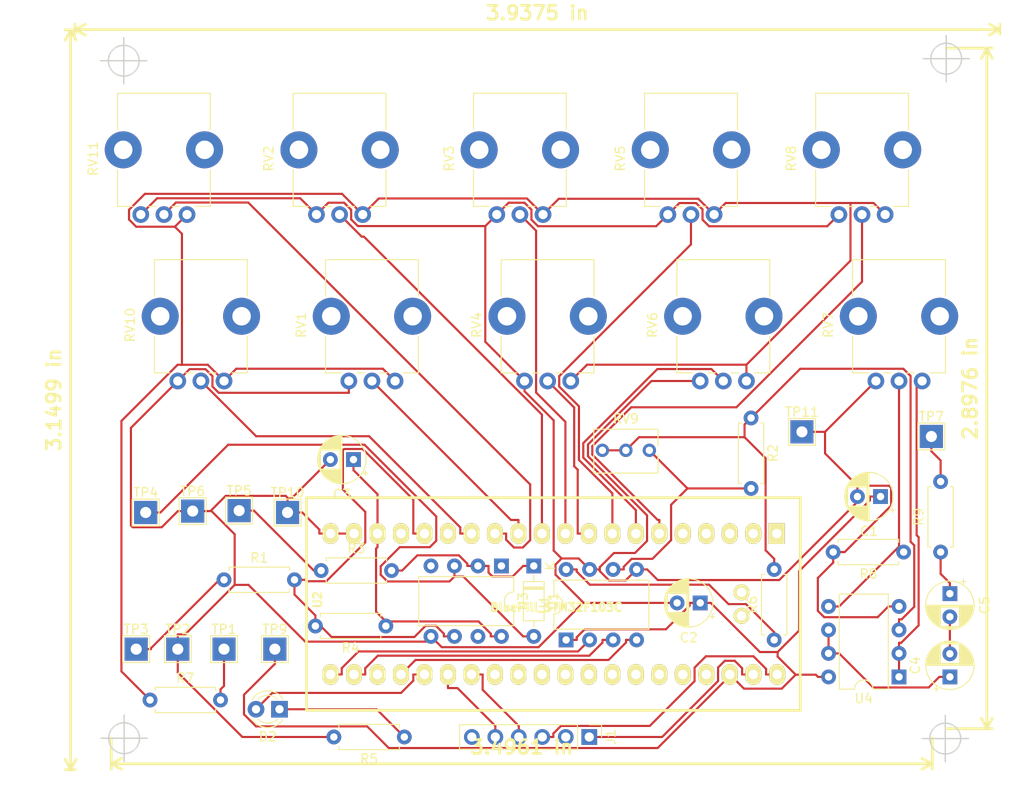
<source format=kicad_pcb>
(kicad_pcb (version 20171130) (host pcbnew 5.0.2+dfsg1-1~bpo9+1)

  (general
    (thickness 1.6)
    (drawings 8)
    (tracks 422)
    (zones 0)
    (modules 42)
    (nets 38)
  )

  (page A4)
  (layers
    (0 F.Cu signal)
    (31 B.Cu signal)
    (32 B.Adhes user)
    (33 F.Adhes user)
    (34 B.Paste user)
    (35 F.Paste user)
    (36 B.SilkS user)
    (37 F.SilkS user)
    (38 B.Mask user)
    (39 F.Mask user)
    (40 Dwgs.User user)
    (41 Cmts.User user)
    (42 Eco1.User user)
    (43 Eco2.User user)
    (44 Edge.Cuts user)
    (45 Margin user)
    (46 B.CrtYd user)
    (47 F.CrtYd user)
    (48 B.Fab user)
    (49 F.Fab user)
  )

  (setup
    (last_trace_width 0.23)
    (trace_clearance 0.23)
    (zone_clearance 0.508)
    (zone_45_only no)
    (trace_min 0.2)
    (segment_width 0.2)
    (edge_width 0.15)
    (via_size 2.3)
    (via_drill 1.2)
    (via_min_size 0.4)
    (via_min_drill 0.3)
    (uvia_size 0.3)
    (uvia_drill 0.1)
    (uvias_allowed no)
    (uvia_min_size 0.2)
    (uvia_min_drill 0.1)
    (pcb_text_width 0.3)
    (pcb_text_size 1.5 1.5)
    (mod_edge_width 0.15)
    (mod_text_size 1 1)
    (mod_text_width 0.15)
    (pad_size 1.524 1.524)
    (pad_drill 0.762)
    (pad_to_mask_clearance 0.051)
    (solder_mask_min_width 0.25)
    (aux_axis_origin 0 0)
    (visible_elements FFFFFF7F)
    (pcbplotparams
      (layerselection 0x010fc_ffffffff)
      (usegerberextensions false)
      (usegerberattributes false)
      (usegerberadvancedattributes false)
      (creategerberjobfile false)
      (excludeedgelayer true)
      (linewidth 0.100000)
      (plotframeref false)
      (viasonmask false)
      (mode 1)
      (useauxorigin false)
      (hpglpennumber 1)
      (hpglpenspeed 20)
      (hpglpendiameter 15.000000)
      (psnegative false)
      (psa4output false)
      (plotreference true)
      (plotvalue true)
      (plotinvisibletext false)
      (padsonsilk false)
      (subtractmaskfromsilk false)
      (outputformat 1)
      (mirror false)
      (drillshape 1)
      (scaleselection 1)
      (outputdirectory ""))
  )

  (net 0 "")
  (net 1 "Net-(D1-Pad1)")
  (net 2 "Net-(D1-Pad2)")
  (net 3 "Net-(RV6-Pad2)")
  (net 4 "Net-(RV5-Pad2)")
  (net 5 "Net-(RV4-Pad2)")
  (net 6 "Net-(RV3-Pad2)")
  (net 7 "Net-(RV2-Pad2)")
  (net 8 "Net-(RV1-Pad2)")
  (net 9 "Net-(R1-Pad2)")
  (net 10 +3V3)
  (net 11 GND)
  (net 12 "Net-(D2-Pad2)")
  (net 13 "Net-(J1-Pad4)")
  (net 14 "Net-(J1-Pad3)")
  (net 15 "Net-(R6-Pad1)")
  (net 16 "Net-(J1-Pad1)")
  (net 17 "Net-(D2-Pad1)")
  (net 18 "Net-(R1-Pad1)")
  (net 19 "Net-(R2-Pad2)")
  (net 20 "Net-(R3-Pad1)")
  (net 21 "Net-(R8-Pad1)")
  (net 22 "Net-(RV8-Pad2)")
  (net 23 "Net-(C3-Pad1)")
  (net 24 "Net-(J1-Pad5)")
  (net 25 "Net-(R2-Pad1)")
  (net 26 DAC_out)
  (net 27 "Net-(R7-Pad2)")
  (net 28 "Net-(RV10-Pad2)")
  (net 29 "Net-(RV11-Pad2)")
  (net 30 "Net-(U1-Pad2)")
  (net 31 "Net-(U1-Pad3)")
  (net 32 "Net-(U1-Pad4)")
  (net 33 "Net-(C1-Pad1)")
  (net 34 "Net-(C4-Pad1)")
  (net 35 "Net-(C4-Pad2)")
  (net 36 "Net-(C5-Pad1)")
  (net 37 "Net-(R9-Pad2)")

  (net_class Default "Ceci est la Netclass par défaut."
    (clearance 0.23)
    (trace_width 0.23)
    (via_dia 2.3)
    (via_drill 1.2)
    (uvia_dia 0.3)
    (uvia_drill 0.1)
    (add_net +3V3)
    (add_net DAC_out)
    (add_net GND)
    (add_net "Net-(C1-Pad1)")
    (add_net "Net-(C3-Pad1)")
    (add_net "Net-(C4-Pad1)")
    (add_net "Net-(C4-Pad2)")
    (add_net "Net-(C5-Pad1)")
    (add_net "Net-(D1-Pad1)")
    (add_net "Net-(D1-Pad2)")
    (add_net "Net-(D2-Pad1)")
    (add_net "Net-(D2-Pad2)")
    (add_net "Net-(J1-Pad1)")
    (add_net "Net-(J1-Pad3)")
    (add_net "Net-(J1-Pad4)")
    (add_net "Net-(J1-Pad5)")
    (add_net "Net-(R1-Pad1)")
    (add_net "Net-(R1-Pad2)")
    (add_net "Net-(R2-Pad1)")
    (add_net "Net-(R2-Pad2)")
    (add_net "Net-(R3-Pad1)")
    (add_net "Net-(R6-Pad1)")
    (add_net "Net-(R7-Pad2)")
    (add_net "Net-(R8-Pad1)")
    (add_net "Net-(R9-Pad2)")
    (add_net "Net-(RV1-Pad2)")
    (add_net "Net-(RV10-Pad2)")
    (add_net "Net-(RV11-Pad2)")
    (add_net "Net-(RV2-Pad2)")
    (add_net "Net-(RV3-Pad2)")
    (add_net "Net-(RV4-Pad2)")
    (add_net "Net-(RV5-Pad2)")
    (add_net "Net-(RV6-Pad2)")
    (add_net "Net-(RV8-Pad2)")
    (add_net "Net-(U1-Pad2)")
    (add_net "Net-(U1-Pad3)")
    (add_net "Net-(U1-Pad4)")
  )

  (module BluePill_breakouts:BluePill_STM32F103C (layer F.Cu) (tedit 59B4EF3F) (tstamp 5D118BED)
    (at 119.23 73.5 270)
    (descr "STM32F103C8 BluePill board")
    (path /5D04FCF5)
    (fp_text reference U2 (at 7.1628 49.6062 90) (layer F.SilkS)
      (effects (font (size 0.889 0.889) (thickness 0.3048)))
    )
    (fp_text value BluePill_STM32F103C (at 7.9756 23.7998) (layer F.SilkS)
      (effects (font (size 0.889 0.889) (thickness 0.22225)))
    )
    (fp_line (start 19.12 -2.59) (end 19.12 50.81) (layer F.SilkS) (width 0.3048))
    (fp_line (start 19.12 50.81) (end -3.88 50.81) (layer F.SilkS) (width 0.3048))
    (fp_line (start -3.88 50.81) (end -3.88 -2.59) (layer F.SilkS) (width 0.3048))
    (fp_line (start -3.88 -2.59) (end 19.12 -2.59) (layer F.SilkS) (width 0.3048))
    (pad 1 thru_hole rect (at 0 -0.0508 180) (size 1.7272 2.25) (drill 1.016) (layers *.Cu *.Mask F.SilkS))
    (pad 2 thru_hole oval (at 0 2.4892 180) (size 1.7272 2.25) (drill 1.016) (layers *.Cu *.Mask F.SilkS))
    (pad 3 thru_hole oval (at 0 5.0292 180) (size 1.7272 2.25) (drill 1.016) (layers *.Cu *.Mask F.SilkS))
    (pad 4 thru_hole oval (at 0 7.5692 180) (size 1.7272 2.25) (drill 1.016) (layers *.Cu *.Mask F.SilkS))
    (pad 5 thru_hole oval (at 0 10.1092 180) (size 1.7272 2.25) (drill 1.016) (layers *.Cu *.Mask F.SilkS))
    (pad 6 thru_hole oval (at 0 12.6492 180) (size 1.7272 2.25) (drill 1.016) (layers *.Cu *.Mask F.SilkS)
      (net 22 "Net-(RV8-Pad2)"))
    (pad 7 thru_hole oval (at 0 15.1892 180) (size 1.7272 2.25) (drill 1.016) (layers *.Cu *.Mask F.SilkS)
      (net 3 "Net-(RV6-Pad2)"))
    (pad 8 thru_hole oval (at 0 17.7292 180) (size 1.7272 2.25) (drill 1.016) (layers *.Cu *.Mask F.SilkS)
      (net 4 "Net-(RV5-Pad2)"))
    (pad 9 thru_hole oval (at 0 20.2692 180) (size 1.7272 2.25) (drill 1.016) (layers *.Cu *.Mask F.SilkS)
      (net 5 "Net-(RV4-Pad2)"))
    (pad 10 thru_hole oval (at 0 22.8092 180) (size 1.7272 2.25) (drill 1.016) (layers *.Cu *.Mask F.SilkS)
      (net 6 "Net-(RV3-Pad2)"))
    (pad 11 thru_hole oval (at 0 25.3492 180) (size 1.7272 2.25) (drill 1.016) (layers *.Cu *.Mask F.SilkS)
      (net 7 "Net-(RV2-Pad2)"))
    (pad 12 thru_hole oval (at 0 27.8892 180) (size 1.7272 2.25) (drill 1.016) (layers *.Cu *.Mask F.SilkS)
      (net 8 "Net-(RV1-Pad2)"))
    (pad 13 thru_hole oval (at 0 30.4292 180) (size 1.7272 2.25) (drill 1.016) (layers *.Cu *.Mask F.SilkS)
      (net 29 "Net-(RV11-Pad2)"))
    (pad 14 thru_hole oval (at 0 32.9692 180) (size 1.7272 2.25) (drill 1.016) (layers *.Cu *.Mask F.SilkS)
      (net 28 "Net-(RV10-Pad2)"))
    (pad 15 thru_hole oval (at 0 35.5092 180) (size 1.7272 2.25) (drill 1.016) (layers *.Cu *.Mask F.SilkS))
    (pad 16 thru_hole oval (at 0 38.0492 180) (size 1.7272 2.25) (drill 1.016) (layers *.Cu *.Mask F.SilkS)
      (net 9 "Net-(R1-Pad2)"))
    (pad 17 thru_hole oval (at 0 40.5892 180) (size 1.7272 2.25) (drill 1.016) (layers *.Cu *.Mask F.SilkS))
    (pad 18 thru_hole oval (at 0 43.1292 180) (size 1.7272 2.25) (drill 1.016) (layers *.Cu *.Mask F.SilkS)
      (net 23 "Net-(C3-Pad1)"))
    (pad 19 thru_hole oval (at 0 45.6692 180) (size 1.7272 2.25) (drill 1.016) (layers *.Cu *.Mask F.SilkS)
      (net 11 GND))
    (pad 20 thru_hole oval (at 0 48.2092 180) (size 1.7272 2.25) (drill 1.016) (layers *.Cu *.Mask F.SilkS)
      (net 11 GND))
    (pad 21 thru_hole oval (at 15.24 48.2092) (size 1.7272 2.25) (drill 1.016) (layers *.Cu *.Mask F.SilkS)
      (net 30 "Net-(U1-Pad2)"))
    (pad 22 thru_hole oval (at 15.24 45.6692) (size 1.7272 2.25) (drill 1.016) (layers *.Cu *.Mask F.SilkS)
      (net 31 "Net-(U1-Pad3)"))
    (pad 23 thru_hole oval (at 15.24 43.1292) (size 1.7272 2.25) (drill 1.016) (layers *.Cu *.Mask F.SilkS))
    (pad 24 thru_hole oval (at 15.24 40.5892) (size 1.7272 2.25) (drill 1.016) (layers *.Cu *.Mask F.SilkS)
      (net 32 "Net-(U1-Pad4)"))
    (pad 25 thru_hole oval (at 15.24 38.0492) (size 1.7272 2.25) (drill 1.016) (layers *.Cu *.Mask F.SilkS)
      (net 12 "Net-(D2-Pad2)"))
    (pad 26 thru_hole oval (at 15.24 35.5092) (size 1.7272 2.25) (drill 1.016) (layers *.Cu *.Mask F.SilkS)
      (net 24 "Net-(J1-Pad5)"))
    (pad 27 thru_hole oval (at 15.24 32.9692) (size 1.7272 2.25) (drill 1.016) (layers *.Cu *.Mask F.SilkS)
      (net 13 "Net-(J1-Pad4)"))
    (pad 28 thru_hole oval (at 15.24 30.4292) (size 1.7272 2.25) (drill 1.016) (layers *.Cu *.Mask F.SilkS))
    (pad 29 thru_hole oval (at 15.24 27.8892) (size 1.7272 2.25) (drill 1.016) (layers *.Cu *.Mask F.SilkS))
    (pad 30 thru_hole oval (at 15.24 25.3492) (size 1.7272 2.25) (drill 1.016) (layers *.Cu *.Mask F.SilkS))
    (pad 31 thru_hole oval (at 15.24 22.8092) (size 1.7272 2.25) (drill 1.016) (layers *.Cu *.Mask F.SilkS))
    (pad 32 thru_hole oval (at 15.24 20.2692) (size 1.7272 2.25) (drill 1.016) (layers *.Cu *.Mask F.SilkS))
    (pad 33 thru_hole oval (at 15.24 17.7292) (size 1.7272 2.25) (drill 1.016) (layers *.Cu *.Mask F.SilkS))
    (pad 34 thru_hole oval (at 15.24 15.1892) (size 1.7272 2.25) (drill 1.016) (layers *.Cu *.Mask F.SilkS))
    (pad 35 thru_hole oval (at 15.24 12.6492) (size 1.7272 2.25) (drill 1.016) (layers *.Cu *.Mask F.SilkS))
    (pad 36 thru_hole oval (at 15.24 10.1092) (size 1.7272 2.25) (drill 1.016) (layers *.Cu *.Mask F.SilkS))
    (pad 37 thru_hole oval (at 15.24 7.5692) (size 1.7272 2.25) (drill 1.016) (layers *.Cu *.Mask F.SilkS))
    (pad 38 thru_hole oval (at 15.24 5.0292) (size 1.7272 2.25) (drill 1.016) (layers *.Cu *.Mask F.SilkS)
      (net 33 "Net-(C1-Pad1)"))
    (pad 39 thru_hole oval (at 15.24 2.4892) (size 1.7272 2.25) (drill 1.016) (layers *.Cu *.Mask F.SilkS)
      (net 16 "Net-(J1-Pad1)"))
    (pad 40 thru_hole oval (at 15.24 -0.1016) (size 1.7272 2.25) (drill 1.016) (layers *.Cu *.Mask F.SilkS)
      (net 14 "Net-(J1-Pad3)"))
    (pad 41 thru_hole oval (at 8.9 3.7592) (size 1.7272 1.7272) (drill 1.016) (layers *.Cu *.Mask F.SilkS))
    (pad 42 thru_hole oval (at 6.36 3.7592) (size 1.7272 1.7272) (drill 1.016) (layers *.Cu *.Mask F.SilkS))
  )

  (module Diode_THT:D_DO-35_SOD27_P7.62mm_Horizontal (layer F.Cu) (tedit 5AE50CD5) (tstamp 5D118983)
    (at 93 77 270)
    (descr "Diode, DO-35_SOD27 series, Axial, Horizontal, pin pitch=7.62mm, , length*diameter=4*2mm^2, , http://www.diodes.com/_files/packages/DO-35.pdf")
    (tags "Diode DO-35_SOD27 series Axial Horizontal pin pitch 7.62mm  length 4mm diameter 2mm")
    (path /5D0624B1)
    (fp_text reference D1 (at 3.81 -2.12 270) (layer F.SilkS)
      (effects (font (size 1 1) (thickness 0.15)))
    )
    (fp_text value 1N914 (at 3.81 2.12 270) (layer F.Fab)
      (effects (font (size 1 1) (thickness 0.15)))
    )
    (fp_line (start 1.81 -1) (end 1.81 1) (layer F.Fab) (width 0.1))
    (fp_line (start 1.81 1) (end 5.81 1) (layer F.Fab) (width 0.1))
    (fp_line (start 5.81 1) (end 5.81 -1) (layer F.Fab) (width 0.1))
    (fp_line (start 5.81 -1) (end 1.81 -1) (layer F.Fab) (width 0.1))
    (fp_line (start 0 0) (end 1.81 0) (layer F.Fab) (width 0.1))
    (fp_line (start 7.62 0) (end 5.81 0) (layer F.Fab) (width 0.1))
    (fp_line (start 2.41 -1) (end 2.41 1) (layer F.Fab) (width 0.1))
    (fp_line (start 2.51 -1) (end 2.51 1) (layer F.Fab) (width 0.1))
    (fp_line (start 2.31 -1) (end 2.31 1) (layer F.Fab) (width 0.1))
    (fp_line (start 1.69 -1.12) (end 1.69 1.12) (layer F.SilkS) (width 0.12))
    (fp_line (start 1.69 1.12) (end 5.93 1.12) (layer F.SilkS) (width 0.12))
    (fp_line (start 5.93 1.12) (end 5.93 -1.12) (layer F.SilkS) (width 0.12))
    (fp_line (start 5.93 -1.12) (end 1.69 -1.12) (layer F.SilkS) (width 0.12))
    (fp_line (start 1.04 0) (end 1.69 0) (layer F.SilkS) (width 0.12))
    (fp_line (start 6.58 0) (end 5.93 0) (layer F.SilkS) (width 0.12))
    (fp_line (start 2.41 -1.12) (end 2.41 1.12) (layer F.SilkS) (width 0.12))
    (fp_line (start 2.53 -1.12) (end 2.53 1.12) (layer F.SilkS) (width 0.12))
    (fp_line (start 2.29 -1.12) (end 2.29 1.12) (layer F.SilkS) (width 0.12))
    (fp_line (start -1.05 -1.25) (end -1.05 1.25) (layer F.CrtYd) (width 0.05))
    (fp_line (start -1.05 1.25) (end 8.67 1.25) (layer F.CrtYd) (width 0.05))
    (fp_line (start 8.67 1.25) (end 8.67 -1.25) (layer F.CrtYd) (width 0.05))
    (fp_line (start 8.67 -1.25) (end -1.05 -1.25) (layer F.CrtYd) (width 0.05))
    (fp_text user %R (at 4.11 0 270) (layer F.Fab)
      (effects (font (size 0.8 0.8) (thickness 0.12)))
    )
    (fp_text user K (at 0 -1.8 270) (layer F.Fab)
      (effects (font (size 1 1) (thickness 0.15)))
    )
    (fp_text user K (at 0 -1.8 270) (layer F.SilkS)
      (effects (font (size 1 1) (thickness 0.15)))
    )
    (pad 1 thru_hole rect (at 0 0 270) (size 1.6 1.6) (drill 0.8) (layers *.Cu *.Mask)
      (net 1 "Net-(D1-Pad1)"))
    (pad 2 thru_hole oval (at 7.62 0 270) (size 1.6 1.6) (drill 0.8) (layers *.Cu *.Mask)
      (net 2 "Net-(D1-Pad2)"))
    (model ${KISYS3DMOD}/Diode_THT.3dshapes/D_DO-35_SOD27_P7.62mm_Horizontal.wrl
      (at (xyz 0 0 0))
      (scale (xyz 1 1 1))
      (rotate (xyz 0 0 0))
    )
  )

  (module LED_THT:LED_D3.0mm (layer F.Cu) (tedit 587A3A7B) (tstamp 5D118996)
    (at 65.5 92.5 180)
    (descr "LED, diameter 3.0mm, 2 pins")
    (tags "LED diameter 3.0mm 2 pins")
    (path /5D0950C7)
    (fp_text reference D2 (at 1.27 -2.96 180) (layer F.SilkS)
      (effects (font (size 1 1) (thickness 0.15)))
    )
    (fp_text value LED (at 1.27 2.96 180) (layer F.Fab)
      (effects (font (size 1 1) (thickness 0.15)))
    )
    (fp_arc (start 1.27 0) (end -0.23 -1.16619) (angle 284.3) (layer F.Fab) (width 0.1))
    (fp_arc (start 1.27 0) (end -0.29 -1.235516) (angle 108.8) (layer F.SilkS) (width 0.12))
    (fp_arc (start 1.27 0) (end -0.29 1.235516) (angle -108.8) (layer F.SilkS) (width 0.12))
    (fp_arc (start 1.27 0) (end 0.229039 -1.08) (angle 87.9) (layer F.SilkS) (width 0.12))
    (fp_arc (start 1.27 0) (end 0.229039 1.08) (angle -87.9) (layer F.SilkS) (width 0.12))
    (fp_circle (center 1.27 0) (end 2.77 0) (layer F.Fab) (width 0.1))
    (fp_line (start -0.23 -1.16619) (end -0.23 1.16619) (layer F.Fab) (width 0.1))
    (fp_line (start -0.29 -1.236) (end -0.29 -1.08) (layer F.SilkS) (width 0.12))
    (fp_line (start -0.29 1.08) (end -0.29 1.236) (layer F.SilkS) (width 0.12))
    (fp_line (start -1.15 -2.25) (end -1.15 2.25) (layer F.CrtYd) (width 0.05))
    (fp_line (start -1.15 2.25) (end 3.7 2.25) (layer F.CrtYd) (width 0.05))
    (fp_line (start 3.7 2.25) (end 3.7 -2.25) (layer F.CrtYd) (width 0.05))
    (fp_line (start 3.7 -2.25) (end -1.15 -2.25) (layer F.CrtYd) (width 0.05))
    (pad 1 thru_hole rect (at 0 0 180) (size 1.8 1.8) (drill 0.9) (layers *.Cu *.Mask)
      (net 17 "Net-(D2-Pad1)"))
    (pad 2 thru_hole circle (at 2.54 0 180) (size 1.8 1.8) (drill 0.9) (layers *.Cu *.Mask)
      (net 12 "Net-(D2-Pad2)"))
    (model ${KISYS3DMOD}/LED_THT.3dshapes/LED_D3.0mm.wrl
      (at (xyz 0 0 0))
      (scale (xyz 1 1 1))
      (rotate (xyz 0 0 0))
    )
  )

  (module Resistor_THT:R_Axial_DIN0207_L6.3mm_D2.5mm_P7.62mm_Horizontal (layer F.Cu) (tedit 5AE5139B) (tstamp 5D1189C5)
    (at 59.5 78.5)
    (descr "Resistor, Axial_DIN0207 series, Axial, Horizontal, pin pitch=7.62mm, 0.25W = 1/4W, length*diameter=6.3*2.5mm^2, http://cdn-reichelt.de/documents/datenblatt/B400/1_4W%23YAG.pdf")
    (tags "Resistor Axial_DIN0207 series Axial Horizontal pin pitch 7.62mm 0.25W = 1/4W length 6.3mm diameter 2.5mm")
    (path /5D089794)
    (fp_text reference R1 (at 3.81 -2.37) (layer F.SilkS)
      (effects (font (size 1 1) (thickness 0.15)))
    )
    (fp_text value 10 (at 3.81 2.37) (layer F.Fab)
      (effects (font (size 1 1) (thickness 0.15)))
    )
    (fp_line (start 0.66 -1.25) (end 0.66 1.25) (layer F.Fab) (width 0.1))
    (fp_line (start 0.66 1.25) (end 6.96 1.25) (layer F.Fab) (width 0.1))
    (fp_line (start 6.96 1.25) (end 6.96 -1.25) (layer F.Fab) (width 0.1))
    (fp_line (start 6.96 -1.25) (end 0.66 -1.25) (layer F.Fab) (width 0.1))
    (fp_line (start 0 0) (end 0.66 0) (layer F.Fab) (width 0.1))
    (fp_line (start 7.62 0) (end 6.96 0) (layer F.Fab) (width 0.1))
    (fp_line (start 0.54 -1.04) (end 0.54 -1.37) (layer F.SilkS) (width 0.12))
    (fp_line (start 0.54 -1.37) (end 7.08 -1.37) (layer F.SilkS) (width 0.12))
    (fp_line (start 7.08 -1.37) (end 7.08 -1.04) (layer F.SilkS) (width 0.12))
    (fp_line (start 0.54 1.04) (end 0.54 1.37) (layer F.SilkS) (width 0.12))
    (fp_line (start 0.54 1.37) (end 7.08 1.37) (layer F.SilkS) (width 0.12))
    (fp_line (start 7.08 1.37) (end 7.08 1.04) (layer F.SilkS) (width 0.12))
    (fp_line (start -1.05 -1.5) (end -1.05 1.5) (layer F.CrtYd) (width 0.05))
    (fp_line (start -1.05 1.5) (end 8.67 1.5) (layer F.CrtYd) (width 0.05))
    (fp_line (start 8.67 1.5) (end 8.67 -1.5) (layer F.CrtYd) (width 0.05))
    (fp_line (start 8.67 -1.5) (end -1.05 -1.5) (layer F.CrtYd) (width 0.05))
    (fp_text user %R (at 3.5 0) (layer F.Fab)
      (effects (font (size 1 1) (thickness 0.15)))
    )
    (pad 1 thru_hole circle (at 0 0) (size 1.6 1.6) (drill 0.8) (layers *.Cu *.Mask)
      (net 18 "Net-(R1-Pad1)"))
    (pad 2 thru_hole oval (at 7.62 0) (size 1.6 1.6) (drill 0.8) (layers *.Cu *.Mask)
      (net 9 "Net-(R1-Pad2)"))
    (model ${KISYS3DMOD}/Resistor_THT.3dshapes/R_Axial_DIN0207_L6.3mm_D2.5mm_P7.62mm_Horizontal.wrl
      (at (xyz 0 0 0))
      (scale (xyz 1 1 1))
      (rotate (xyz 0 0 0))
    )
  )

  (module Resistor_THT:R_Axial_DIN0207_L6.3mm_D2.5mm_P7.62mm_Horizontal (layer F.Cu) (tedit 5AE5139B) (tstamp 5D1189DC)
    (at 116.5 61 270)
    (descr "Resistor, Axial_DIN0207 series, Axial, Horizontal, pin pitch=7.62mm, 0.25W = 1/4W, length*diameter=6.3*2.5mm^2, http://cdn-reichelt.de/documents/datenblatt/B400/1_4W%23YAG.pdf")
    (tags "Resistor Axial_DIN0207 series Axial Horizontal pin pitch 7.62mm 0.25W = 1/4W length 6.3mm diameter 2.5mm")
    (path /5F464815)
    (fp_text reference R2 (at 3.81 -2.37 270) (layer F.SilkS)
      (effects (font (size 1 1) (thickness 0.15)))
    )
    (fp_text value 220 (at 3.81 2.37 270) (layer F.Fab)
      (effects (font (size 1 1) (thickness 0.15)))
    )
    (fp_line (start 0.66 -1.25) (end 0.66 1.25) (layer F.Fab) (width 0.1))
    (fp_line (start 0.66 1.25) (end 6.96 1.25) (layer F.Fab) (width 0.1))
    (fp_line (start 6.96 1.25) (end 6.96 -1.25) (layer F.Fab) (width 0.1))
    (fp_line (start 6.96 -1.25) (end 0.66 -1.25) (layer F.Fab) (width 0.1))
    (fp_line (start 0 0) (end 0.66 0) (layer F.Fab) (width 0.1))
    (fp_line (start 7.62 0) (end 6.96 0) (layer F.Fab) (width 0.1))
    (fp_line (start 0.54 -1.04) (end 0.54 -1.37) (layer F.SilkS) (width 0.12))
    (fp_line (start 0.54 -1.37) (end 7.08 -1.37) (layer F.SilkS) (width 0.12))
    (fp_line (start 7.08 -1.37) (end 7.08 -1.04) (layer F.SilkS) (width 0.12))
    (fp_line (start 0.54 1.04) (end 0.54 1.37) (layer F.SilkS) (width 0.12))
    (fp_line (start 0.54 1.37) (end 7.08 1.37) (layer F.SilkS) (width 0.12))
    (fp_line (start 7.08 1.37) (end 7.08 1.04) (layer F.SilkS) (width 0.12))
    (fp_line (start -1.05 -1.5) (end -1.05 1.5) (layer F.CrtYd) (width 0.05))
    (fp_line (start -1.05 1.5) (end 8.67 1.5) (layer F.CrtYd) (width 0.05))
    (fp_line (start 8.67 1.5) (end 8.67 -1.5) (layer F.CrtYd) (width 0.05))
    (fp_line (start 8.67 -1.5) (end -1.05 -1.5) (layer F.CrtYd) (width 0.05))
    (fp_text user %R (at 3.81 0 270) (layer F.Fab)
      (effects (font (size 1 1) (thickness 0.15)))
    )
    (pad 1 thru_hole circle (at 0 0 270) (size 1.6 1.6) (drill 0.8) (layers *.Cu *.Mask)
      (net 25 "Net-(R2-Pad1)"))
    (pad 2 thru_hole oval (at 7.62 0 270) (size 1.6 1.6) (drill 0.8) (layers *.Cu *.Mask)
      (net 19 "Net-(R2-Pad2)"))
    (model ${KISYS3DMOD}/Resistor_THT.3dshapes/R_Axial_DIN0207_L6.3mm_D2.5mm_P7.62mm_Horizontal.wrl
      (at (xyz 0 0 0))
      (scale (xyz 1 1 1))
      (rotate (xyz 0 0 0))
    )
  )

  (module Resistor_THT:R_Axial_DIN0207_L6.3mm_D2.5mm_P7.62mm_Horizontal (layer F.Cu) (tedit 5AE5139B) (tstamp 5D1189F3)
    (at 70 77.5)
    (descr "Resistor, Axial_DIN0207 series, Axial, Horizontal, pin pitch=7.62mm, 0.25W = 1/4W, length*diameter=6.3*2.5mm^2, http://cdn-reichelt.de/documents/datenblatt/B400/1_4W%23YAG.pdf")
    (tags "Resistor Axial_DIN0207 series Axial Horizontal pin pitch 7.62mm 0.25W = 1/4W length 6.3mm diameter 2.5mm")
    (path /5D07F846)
    (fp_text reference R3 (at 3.81 -2.37) (layer F.SilkS)
      (effects (font (size 1 1) (thickness 0.15)))
    )
    (fp_text value 220 (at 3.81 2.37) (layer F.Fab)
      (effects (font (size 1 1) (thickness 0.15)))
    )
    (fp_text user %R (at 3.81 0) (layer F.Fab)
      (effects (font (size 1 1) (thickness 0.15)))
    )
    (fp_line (start 8.67 -1.5) (end -1.05 -1.5) (layer F.CrtYd) (width 0.05))
    (fp_line (start 8.67 1.5) (end 8.67 -1.5) (layer F.CrtYd) (width 0.05))
    (fp_line (start -1.05 1.5) (end 8.67 1.5) (layer F.CrtYd) (width 0.05))
    (fp_line (start -1.05 -1.5) (end -1.05 1.5) (layer F.CrtYd) (width 0.05))
    (fp_line (start 7.08 1.37) (end 7.08 1.04) (layer F.SilkS) (width 0.12))
    (fp_line (start 0.54 1.37) (end 7.08 1.37) (layer F.SilkS) (width 0.12))
    (fp_line (start 0.54 1.04) (end 0.54 1.37) (layer F.SilkS) (width 0.12))
    (fp_line (start 7.08 -1.37) (end 7.08 -1.04) (layer F.SilkS) (width 0.12))
    (fp_line (start 0.54 -1.37) (end 7.08 -1.37) (layer F.SilkS) (width 0.12))
    (fp_line (start 0.54 -1.04) (end 0.54 -1.37) (layer F.SilkS) (width 0.12))
    (fp_line (start 7.62 0) (end 6.96 0) (layer F.Fab) (width 0.1))
    (fp_line (start 0 0) (end 0.66 0) (layer F.Fab) (width 0.1))
    (fp_line (start 6.96 -1.25) (end 0.66 -1.25) (layer F.Fab) (width 0.1))
    (fp_line (start 6.96 1.25) (end 6.96 -1.25) (layer F.Fab) (width 0.1))
    (fp_line (start 0.66 1.25) (end 6.96 1.25) (layer F.Fab) (width 0.1))
    (fp_line (start 0.66 -1.25) (end 0.66 1.25) (layer F.Fab) (width 0.1))
    (pad 2 thru_hole oval (at 7.62 0) (size 1.6 1.6) (drill 0.8) (layers *.Cu *.Mask)
      (net 1 "Net-(D1-Pad1)"))
    (pad 1 thru_hole circle (at 0 0) (size 1.6 1.6) (drill 0.8) (layers *.Cu *.Mask)
      (net 20 "Net-(R3-Pad1)"))
    (model ${KISYS3DMOD}/Resistor_THT.3dshapes/R_Axial_DIN0207_L6.3mm_D2.5mm_P7.62mm_Horizontal.wrl
      (at (xyz 0 0 0))
      (scale (xyz 1 1 1))
      (rotate (xyz 0 0 0))
    )
  )

  (module Resistor_THT:R_Axial_DIN0207_L6.3mm_D2.5mm_P7.62mm_Horizontal (layer F.Cu) (tedit 5AE5139B) (tstamp 5D118A0A)
    (at 77 83.5 180)
    (descr "Resistor, Axial_DIN0207 series, Axial, Horizontal, pin pitch=7.62mm, 0.25W = 1/4W, length*diameter=6.3*2.5mm^2, http://cdn-reichelt.de/documents/datenblatt/B400/1_4W%23YAG.pdf")
    (tags "Resistor Axial_DIN0207 series Axial Horizontal pin pitch 7.62mm 0.25W = 1/4W length 6.3mm diameter 2.5mm")
    (path /5F4B39BE)
    (fp_text reference R4 (at 3.81 -2.37 180) (layer F.SilkS)
      (effects (font (size 1 1) (thickness 0.15)))
    )
    (fp_text value 220 (at 3.81 2.37 180) (layer F.Fab)
      (effects (font (size 1 1) (thickness 0.15)))
    )
    (fp_line (start 0.66 -1.25) (end 0.66 1.25) (layer F.Fab) (width 0.1))
    (fp_line (start 0.66 1.25) (end 6.96 1.25) (layer F.Fab) (width 0.1))
    (fp_line (start 6.96 1.25) (end 6.96 -1.25) (layer F.Fab) (width 0.1))
    (fp_line (start 6.96 -1.25) (end 0.66 -1.25) (layer F.Fab) (width 0.1))
    (fp_line (start 0 0) (end 0.66 0) (layer F.Fab) (width 0.1))
    (fp_line (start 7.62 0) (end 6.96 0) (layer F.Fab) (width 0.1))
    (fp_line (start 0.54 -1.04) (end 0.54 -1.37) (layer F.SilkS) (width 0.12))
    (fp_line (start 0.54 -1.37) (end 7.08 -1.37) (layer F.SilkS) (width 0.12))
    (fp_line (start 7.08 -1.37) (end 7.08 -1.04) (layer F.SilkS) (width 0.12))
    (fp_line (start 0.54 1.04) (end 0.54 1.37) (layer F.SilkS) (width 0.12))
    (fp_line (start 0.54 1.37) (end 7.08 1.37) (layer F.SilkS) (width 0.12))
    (fp_line (start 7.08 1.37) (end 7.08 1.04) (layer F.SilkS) (width 0.12))
    (fp_line (start -1.05 -1.5) (end -1.05 1.5) (layer F.CrtYd) (width 0.05))
    (fp_line (start -1.05 1.5) (end 8.67 1.5) (layer F.CrtYd) (width 0.05))
    (fp_line (start 8.67 1.5) (end 8.67 -1.5) (layer F.CrtYd) (width 0.05))
    (fp_line (start 8.67 -1.5) (end -1.05 -1.5) (layer F.CrtYd) (width 0.05))
    (fp_text user %R (at 3.81 0 180) (layer F.Fab)
      (effects (font (size 1 1) (thickness 0.15)))
    )
    (pad 1 thru_hole circle (at 0 0 180) (size 1.6 1.6) (drill 0.8) (layers *.Cu *.Mask)
      (net 23 "Net-(C3-Pad1)"))
    (pad 2 thru_hole oval (at 7.62 0 180) (size 1.6 1.6) (drill 0.8) (layers *.Cu *.Mask)
      (net 9 "Net-(R1-Pad2)"))
    (model ${KISYS3DMOD}/Resistor_THT.3dshapes/R_Axial_DIN0207_L6.3mm_D2.5mm_P7.62mm_Horizontal.wrl
      (at (xyz 0 0 0))
      (scale (xyz 1 1 1))
      (rotate (xyz 0 0 0))
    )
  )

  (module Resistor_THT:R_Axial_DIN0207_L6.3mm_D2.5mm_P7.62mm_Horizontal (layer F.Cu) (tedit 5D064A9A) (tstamp 5D118A21)
    (at 79 95.5 180)
    (descr "Resistor, Axial_DIN0207 series, Axial, Horizontal, pin pitch=7.62mm, 0.25W = 1/4W, length*diameter=6.3*2.5mm^2, http://cdn-reichelt.de/documents/datenblatt/B400/1_4W%23YAG.pdf")
    (tags "Resistor Axial_DIN0207 series Axial Horizontal pin pitch 7.62mm 0.25W = 1/4W length 6.3mm diameter 2.5mm")
    (path /5D095175)
    (fp_text reference R5 (at 3.81 -2.37 180) (layer F.SilkS)
      (effects (font (size 1 1) (thickness 0.15)))
    )
    (fp_text value 220 (at 3.81 2.37 180) (layer F.Fab)
      (effects (font (size 1 1) (thickness 0.15)))
    )
    (fp_line (start 0.66 -1.25) (end 0.66 1.25) (layer F.Fab) (width 0.1))
    (fp_line (start 0.66 1.25) (end 6.96 1.25) (layer F.Fab) (width 0.1))
    (fp_line (start 6.96 1.25) (end 6.96 -1.25) (layer F.Fab) (width 0.1))
    (fp_line (start 6.96 -1.25) (end 0.66 -1.25) (layer F.Fab) (width 0.1))
    (fp_line (start 0 0) (end 0.66 0) (layer F.Fab) (width 0.1))
    (fp_line (start 7.62 0) (end 6.96 0) (layer F.Fab) (width 0.1))
    (fp_line (start 0.54 -1.04) (end 0.54 -1.37) (layer F.SilkS) (width 0.12))
    (fp_line (start 0.54 -1.37) (end 7.08 -1.37) (layer F.SilkS) (width 0.12))
    (fp_line (start 7.08 -1.37) (end 7.08 -1.04) (layer F.SilkS) (width 0.12))
    (fp_line (start 0.54 1.04) (end 0.54 1.37) (layer F.SilkS) (width 0.12))
    (fp_line (start 0.54 1.37) (end 7.08 1.37) (layer F.SilkS) (width 0.12))
    (fp_line (start 7.08 1.37) (end 7.08 1.04) (layer F.SilkS) (width 0.12))
    (fp_line (start -1.05 -1.5) (end -1.05 1.5) (layer F.CrtYd) (width 0.05))
    (fp_line (start -1.05 1.5) (end 8.67 1.5) (layer F.CrtYd) (width 0.05))
    (fp_line (start 8.67 1.5) (end 8.67 -1.5) (layer F.CrtYd) (width 0.05))
    (fp_line (start 8.67 -1.5) (end -1.05 -1.5) (layer F.CrtYd) (width 0.05))
    (fp_text user %R (at 3.81 0 180) (layer F.Fab)
      (effects (font (size 1 1) (thickness 0.15)))
    )
    (pad 1 thru_hole circle (at 0 0 180) (size 1.6 1.6) (drill 0.8) (layers *.Cu *.Mask)
      (net 17 "Net-(D2-Pad1)"))
    (pad 2 thru_hole oval (at 7.62 0 180) (size 1.6 1.6) (drill 0.8) (layers *.Cu *.Mask)
      (net 11 GND))
    (model ${KISYS3DMOD}/Resistor_THT.3dshapes/R_Axial_DIN0207_L6.3mm_D2.5mm_P7.62mm_Horizontal.wrl
      (at (xyz 0 0 0))
      (scale (xyz 1 1 1))
      (rotate (xyz 0 0 0))
    )
  )

  (module Resistor_THT:R_Axial_DIN0207_L6.3mm_D2.5mm_P7.62mm_Horizontal (layer F.Cu) (tedit 5AE5139B) (tstamp 5D118A38)
    (at 119 85 90)
    (descr "Resistor, Axial_DIN0207 series, Axial, Horizontal, pin pitch=7.62mm, 0.25W = 1/4W, length*diameter=6.3*2.5mm^2, http://cdn-reichelt.de/documents/datenblatt/B400/1_4W%23YAG.pdf")
    (tags "Resistor Axial_DIN0207 series Axial Horizontal pin pitch 7.62mm 0.25W = 1/4W length 6.3mm diameter 2.5mm")
    (path /5F45FFDD)
    (fp_text reference R6 (at 3.81 -2.37 90) (layer F.SilkS)
      (effects (font (size 1 1) (thickness 0.15)))
    )
    (fp_text value 470k (at 3.81 2.37 90) (layer F.Fab)
      (effects (font (size 1 1) (thickness 0.15)))
    )
    (fp_text user %R (at 3.81 0 90) (layer F.Fab)
      (effects (font (size 1 1) (thickness 0.15)))
    )
    (fp_line (start 8.67 -1.5) (end -1.05 -1.5) (layer F.CrtYd) (width 0.05))
    (fp_line (start 8.67 1.5) (end 8.67 -1.5) (layer F.CrtYd) (width 0.05))
    (fp_line (start -1.05 1.5) (end 8.67 1.5) (layer F.CrtYd) (width 0.05))
    (fp_line (start -1.05 -1.5) (end -1.05 1.5) (layer F.CrtYd) (width 0.05))
    (fp_line (start 7.08 1.37) (end 7.08 1.04) (layer F.SilkS) (width 0.12))
    (fp_line (start 0.54 1.37) (end 7.08 1.37) (layer F.SilkS) (width 0.12))
    (fp_line (start 0.54 1.04) (end 0.54 1.37) (layer F.SilkS) (width 0.12))
    (fp_line (start 7.08 -1.37) (end 7.08 -1.04) (layer F.SilkS) (width 0.12))
    (fp_line (start 0.54 -1.37) (end 7.08 -1.37) (layer F.SilkS) (width 0.12))
    (fp_line (start 0.54 -1.04) (end 0.54 -1.37) (layer F.SilkS) (width 0.12))
    (fp_line (start 7.62 0) (end 6.96 0) (layer F.Fab) (width 0.1))
    (fp_line (start 0 0) (end 0.66 0) (layer F.Fab) (width 0.1))
    (fp_line (start 6.96 -1.25) (end 0.66 -1.25) (layer F.Fab) (width 0.1))
    (fp_line (start 6.96 1.25) (end 6.96 -1.25) (layer F.Fab) (width 0.1))
    (fp_line (start 0.66 1.25) (end 6.96 1.25) (layer F.Fab) (width 0.1))
    (fp_line (start 0.66 -1.25) (end 0.66 1.25) (layer F.Fab) (width 0.1))
    (pad 2 thru_hole oval (at 7.62 0 90) (size 1.6 1.6) (drill 0.8) (layers *.Cu *.Mask)
      (net 25 "Net-(R2-Pad1)"))
    (pad 1 thru_hole circle (at 0 0 90) (size 1.6 1.6) (drill 0.8) (layers *.Cu *.Mask)
      (net 15 "Net-(R6-Pad1)"))
    (model ${KISYS3DMOD}/Resistor_THT.3dshapes/R_Axial_DIN0207_L6.3mm_D2.5mm_P7.62mm_Horizontal.wrl
      (at (xyz 0 0 0))
      (scale (xyz 1 1 1))
      (rotate (xyz 0 0 0))
    )
  )

  (module Potentiometer_THT:Potentiometer_Alps_RK09K_Single_Vertical (layer F.Cu) (tedit 5A3D4993) (tstamp 5D118A6B)
    (at 78 57 90)
    (descr "Potentiometer, vertical, Alps RK09K Single, http://www.alps.com/prod/info/E/HTML/Potentiometer/RotaryPotentiometers/RK09K/RK09K_list.html")
    (tags "Potentiometer vertical Alps RK09K Single")
    (path /5D05075C)
    (fp_text reference RV1 (at 6.05 -10.15 90) (layer F.SilkS)
      (effects (font (size 1 1) (thickness 0.15)))
    )
    (fp_text value 10K (at 6.05 5.15 90) (layer F.Fab)
      (effects (font (size 1 1) (thickness 0.15)))
    )
    (fp_text user %R (at 2 -2.5 180) (layer F.Fab)
      (effects (font (size 1 1) (thickness 0.15)))
    )
    (fp_line (start 13.25 -9.15) (end -1.15 -9.15) (layer F.CrtYd) (width 0.05))
    (fp_line (start 13.25 4.15) (end 13.25 -9.15) (layer F.CrtYd) (width 0.05))
    (fp_line (start -1.15 4.15) (end 13.25 4.15) (layer F.CrtYd) (width 0.05))
    (fp_line (start -1.15 -9.15) (end -1.15 4.15) (layer F.CrtYd) (width 0.05))
    (fp_line (start 13.12 -7.521) (end 13.12 2.52) (layer F.SilkS) (width 0.12))
    (fp_line (start 0.88 0.87) (end 0.88 2.52) (layer F.SilkS) (width 0.12))
    (fp_line (start 0.88 -1.629) (end 0.88 -0.87) (layer F.SilkS) (width 0.12))
    (fp_line (start 0.88 -4.129) (end 0.88 -3.37) (layer F.SilkS) (width 0.12))
    (fp_line (start 0.88 -7.521) (end 0.88 -5.871) (layer F.SilkS) (width 0.12))
    (fp_line (start 9.184 2.52) (end 13.12 2.52) (layer F.SilkS) (width 0.12))
    (fp_line (start 0.88 2.52) (end 4.817 2.52) (layer F.SilkS) (width 0.12))
    (fp_line (start 9.184 -7.521) (end 13.12 -7.521) (layer F.SilkS) (width 0.12))
    (fp_line (start 0.88 -7.521) (end 4.817 -7.521) (layer F.SilkS) (width 0.12))
    (fp_line (start 13 -7.4) (end 1 -7.4) (layer F.Fab) (width 0.1))
    (fp_line (start 13 2.4) (end 13 -7.4) (layer F.Fab) (width 0.1))
    (fp_line (start 1 2.4) (end 13 2.4) (layer F.Fab) (width 0.1))
    (fp_line (start 1 -7.4) (end 1 2.4) (layer F.Fab) (width 0.1))
    (fp_circle (center 7.5 -2.5) (end 10.5 -2.5) (layer F.Fab) (width 0.1))
    (pad "" np_thru_hole circle (at 7 1.9 90) (size 4 4) (drill 2) (layers *.Cu *.Mask))
    (pad "" np_thru_hole circle (at 7 -6.9 90) (size 4 4) (drill 2) (layers *.Cu *.Mask))
    (pad 1 thru_hole circle (at 0 0 90) (size 1.8 1.8) (drill 1) (layers *.Cu *.Mask)
      (net 10 +3V3))
    (pad 2 thru_hole circle (at 0 -2.5 90) (size 1.8 1.8) (drill 1) (layers *.Cu *.Mask)
      (net 8 "Net-(RV1-Pad2)"))
    (pad 3 thru_hole circle (at 0 -5 90) (size 1.8 1.8) (drill 1) (layers *.Cu *.Mask)
      (net 11 GND))
    (model ${KISYS3DMOD}/Potentiometer_THT.3dshapes/Potentiometer_Alps_RK09K_Single_Vertical.wrl
      (at (xyz 0 0 0))
      (scale (xyz 1 1 1))
      (rotate (xyz 0 0 0))
    )
  )

  (module Potentiometer_THT:Potentiometer_Alps_RK09K_Single_Vertical (layer F.Cu) (tedit 5A3D4993) (tstamp 5D118A87)
    (at 74.5 39 90)
    (descr "Potentiometer, vertical, Alps RK09K Single, http://www.alps.com/prod/info/E/HTML/Potentiometer/RotaryPotentiometers/RK09K/RK09K_list.html")
    (tags "Potentiometer vertical Alps RK09K Single")
    (path /5D050755)
    (fp_text reference RV2 (at 6.05 -10.15 90) (layer F.SilkS)
      (effects (font (size 1 1) (thickness 0.15)))
    )
    (fp_text value 10K (at 6.05 5.15 90) (layer F.Fab)
      (effects (font (size 1 1) (thickness 0.15)))
    )
    (fp_circle (center 7.5 -2.5) (end 10.5 -2.5) (layer F.Fab) (width 0.1))
    (fp_line (start 1 -7.4) (end 1 2.4) (layer F.Fab) (width 0.1))
    (fp_line (start 1 2.4) (end 13 2.4) (layer F.Fab) (width 0.1))
    (fp_line (start 13 2.4) (end 13 -7.4) (layer F.Fab) (width 0.1))
    (fp_line (start 13 -7.4) (end 1 -7.4) (layer F.Fab) (width 0.1))
    (fp_line (start 0.88 -7.521) (end 4.817 -7.521) (layer F.SilkS) (width 0.12))
    (fp_line (start 9.184 -7.521) (end 13.12 -7.521) (layer F.SilkS) (width 0.12))
    (fp_line (start 0.88 2.52) (end 4.817 2.52) (layer F.SilkS) (width 0.12))
    (fp_line (start 9.184 2.52) (end 13.12 2.52) (layer F.SilkS) (width 0.12))
    (fp_line (start 0.88 -7.521) (end 0.88 -5.871) (layer F.SilkS) (width 0.12))
    (fp_line (start 0.88 -4.129) (end 0.88 -3.37) (layer F.SilkS) (width 0.12))
    (fp_line (start 0.88 -1.629) (end 0.88 -0.87) (layer F.SilkS) (width 0.12))
    (fp_line (start 0.88 0.87) (end 0.88 2.52) (layer F.SilkS) (width 0.12))
    (fp_line (start 13.12 -7.521) (end 13.12 2.52) (layer F.SilkS) (width 0.12))
    (fp_line (start -1.15 -9.15) (end -1.15 4.15) (layer F.CrtYd) (width 0.05))
    (fp_line (start -1.15 4.15) (end 13.25 4.15) (layer F.CrtYd) (width 0.05))
    (fp_line (start 13.25 4.15) (end 13.25 -9.15) (layer F.CrtYd) (width 0.05))
    (fp_line (start 13.25 -9.15) (end -1.15 -9.15) (layer F.CrtYd) (width 0.05))
    (fp_text user %R (at 2 -2.5 180) (layer F.Fab)
      (effects (font (size 1 1) (thickness 0.15)))
    )
    (pad 3 thru_hole circle (at 0 -5 90) (size 1.8 1.8) (drill 1) (layers *.Cu *.Mask)
      (net 11 GND))
    (pad 2 thru_hole circle (at 0 -2.5 90) (size 1.8 1.8) (drill 1) (layers *.Cu *.Mask)
      (net 7 "Net-(RV2-Pad2)"))
    (pad 1 thru_hole circle (at 0 0 90) (size 1.8 1.8) (drill 1) (layers *.Cu *.Mask)
      (net 10 +3V3))
    (pad "" np_thru_hole circle (at 7 -6.9 90) (size 4 4) (drill 2) (layers *.Cu *.Mask))
    (pad "" np_thru_hole circle (at 7 1.9 90) (size 4 4) (drill 2) (layers *.Cu *.Mask))
    (model ${KISYS3DMOD}/Potentiometer_THT.3dshapes/Potentiometer_Alps_RK09K_Single_Vertical.wrl
      (at (xyz 0 0 0))
      (scale (xyz 1 1 1))
      (rotate (xyz 0 0 0))
    )
  )

  (module Potentiometer_THT:Potentiometer_Alps_RK09K_Single_Vertical (layer F.Cu) (tedit 5A3D4993) (tstamp 5D118AA3)
    (at 94 39 90)
    (descr "Potentiometer, vertical, Alps RK09K Single, http://www.alps.com/prod/info/E/HTML/Potentiometer/RotaryPotentiometers/RK09K/RK09K_list.html")
    (tags "Potentiometer vertical Alps RK09K Single")
    (path /5D05074E)
    (fp_text reference RV3 (at 6.05 -10.15 90) (layer F.SilkS)
      (effects (font (size 1 1) (thickness 0.15)))
    )
    (fp_text value 10K (at 6.05 5.15 90) (layer F.Fab)
      (effects (font (size 1 1) (thickness 0.15)))
    )
    (fp_circle (center 7.5 -2.5) (end 10.5 -2.5) (layer F.Fab) (width 0.1))
    (fp_line (start 1 -7.4) (end 1 2.4) (layer F.Fab) (width 0.1))
    (fp_line (start 1 2.4) (end 13 2.4) (layer F.Fab) (width 0.1))
    (fp_line (start 13 2.4) (end 13 -7.4) (layer F.Fab) (width 0.1))
    (fp_line (start 13 -7.4) (end 1 -7.4) (layer F.Fab) (width 0.1))
    (fp_line (start 0.88 -7.521) (end 4.817 -7.521) (layer F.SilkS) (width 0.12))
    (fp_line (start 9.184 -7.521) (end 13.12 -7.521) (layer F.SilkS) (width 0.12))
    (fp_line (start 0.88 2.52) (end 4.817 2.52) (layer F.SilkS) (width 0.12))
    (fp_line (start 9.184 2.52) (end 13.12 2.52) (layer F.SilkS) (width 0.12))
    (fp_line (start 0.88 -7.521) (end 0.88 -5.871) (layer F.SilkS) (width 0.12))
    (fp_line (start 0.88 -4.129) (end 0.88 -3.37) (layer F.SilkS) (width 0.12))
    (fp_line (start 0.88 -1.629) (end 0.88 -0.87) (layer F.SilkS) (width 0.12))
    (fp_line (start 0.88 0.87) (end 0.88 2.52) (layer F.SilkS) (width 0.12))
    (fp_line (start 13.12 -7.521) (end 13.12 2.52) (layer F.SilkS) (width 0.12))
    (fp_line (start -1.15 -9.15) (end -1.15 4.15) (layer F.CrtYd) (width 0.05))
    (fp_line (start -1.15 4.15) (end 13.25 4.15) (layer F.CrtYd) (width 0.05))
    (fp_line (start 13.25 4.15) (end 13.25 -9.15) (layer F.CrtYd) (width 0.05))
    (fp_line (start 13.25 -9.15) (end -1.15 -9.15) (layer F.CrtYd) (width 0.05))
    (fp_text user %R (at 2 -2.5 180) (layer F.Fab)
      (effects (font (size 1 1) (thickness 0.15)))
    )
    (pad 3 thru_hole circle (at 0 -5 90) (size 1.8 1.8) (drill 1) (layers *.Cu *.Mask)
      (net 11 GND))
    (pad 2 thru_hole circle (at 0 -2.5 90) (size 1.8 1.8) (drill 1) (layers *.Cu *.Mask)
      (net 6 "Net-(RV3-Pad2)"))
    (pad 1 thru_hole circle (at 0 0 90) (size 1.8 1.8) (drill 1) (layers *.Cu *.Mask)
      (net 10 +3V3))
    (pad "" np_thru_hole circle (at 7 -6.9 90) (size 4 4) (drill 2) (layers *.Cu *.Mask))
    (pad "" np_thru_hole circle (at 7 1.9 90) (size 4 4) (drill 2) (layers *.Cu *.Mask))
    (model ${KISYS3DMOD}/Potentiometer_THT.3dshapes/Potentiometer_Alps_RK09K_Single_Vertical.wrl
      (at (xyz 0 0 0))
      (scale (xyz 1 1 1))
      (rotate (xyz 0 0 0))
    )
  )

  (module Potentiometer_THT:Potentiometer_Alps_RK09K_Single_Vertical (layer F.Cu) (tedit 5A3D4993) (tstamp 5D118ABF)
    (at 97 57 90)
    (descr "Potentiometer, vertical, Alps RK09K Single, http://www.alps.com/prod/info/E/HTML/Potentiometer/RotaryPotentiometers/RK09K/RK09K_list.html")
    (tags "Potentiometer vertical Alps RK09K Single")
    (path /5D050747)
    (fp_text reference RV4 (at 6.05 -10.15 90) (layer F.SilkS)
      (effects (font (size 1 1) (thickness 0.15)))
    )
    (fp_text value 10K (at 6.05 5.15 90) (layer F.Fab)
      (effects (font (size 1 1) (thickness 0.15)))
    )
    (fp_text user %R (at 2 -2.5 180) (layer F.Fab)
      (effects (font (size 1 1) (thickness 0.15)))
    )
    (fp_line (start 13.25 -9.15) (end -1.15 -9.15) (layer F.CrtYd) (width 0.05))
    (fp_line (start 13.25 4.15) (end 13.25 -9.15) (layer F.CrtYd) (width 0.05))
    (fp_line (start -1.15 4.15) (end 13.25 4.15) (layer F.CrtYd) (width 0.05))
    (fp_line (start -1.15 -9.15) (end -1.15 4.15) (layer F.CrtYd) (width 0.05))
    (fp_line (start 13.12 -7.521) (end 13.12 2.52) (layer F.SilkS) (width 0.12))
    (fp_line (start 0.88 0.87) (end 0.88 2.52) (layer F.SilkS) (width 0.12))
    (fp_line (start 0.88 -1.629) (end 0.88 -0.87) (layer F.SilkS) (width 0.12))
    (fp_line (start 0.88 -4.129) (end 0.88 -3.37) (layer F.SilkS) (width 0.12))
    (fp_line (start 0.88 -7.521) (end 0.88 -5.871) (layer F.SilkS) (width 0.12))
    (fp_line (start 9.184 2.52) (end 13.12 2.52) (layer F.SilkS) (width 0.12))
    (fp_line (start 0.88 2.52) (end 4.817 2.52) (layer F.SilkS) (width 0.12))
    (fp_line (start 9.184 -7.521) (end 13.12 -7.521) (layer F.SilkS) (width 0.12))
    (fp_line (start 0.88 -7.521) (end 4.817 -7.521) (layer F.SilkS) (width 0.12))
    (fp_line (start 13 -7.4) (end 1 -7.4) (layer F.Fab) (width 0.1))
    (fp_line (start 13 2.4) (end 13 -7.4) (layer F.Fab) (width 0.1))
    (fp_line (start 1 2.4) (end 13 2.4) (layer F.Fab) (width 0.1))
    (fp_line (start 1 -7.4) (end 1 2.4) (layer F.Fab) (width 0.1))
    (fp_circle (center 7.5 -2.5) (end 10.5 -2.5) (layer F.Fab) (width 0.1))
    (pad "" np_thru_hole circle (at 7 1.9 90) (size 4 4) (drill 2) (layers *.Cu *.Mask))
    (pad "" np_thru_hole circle (at 7 -6.9 90) (size 4 4) (drill 2) (layers *.Cu *.Mask))
    (pad 1 thru_hole circle (at 0 0 90) (size 1.8 1.8) (drill 1) (layers *.Cu *.Mask)
      (net 10 +3V3))
    (pad 2 thru_hole circle (at 0 -2.5 90) (size 1.8 1.8) (drill 1) (layers *.Cu *.Mask)
      (net 5 "Net-(RV4-Pad2)"))
    (pad 3 thru_hole circle (at 0 -5 90) (size 1.8 1.8) (drill 1) (layers *.Cu *.Mask)
      (net 11 GND))
    (model ${KISYS3DMOD}/Potentiometer_THT.3dshapes/Potentiometer_Alps_RK09K_Single_Vertical.wrl
      (at (xyz 0 0 0))
      (scale (xyz 1 1 1))
      (rotate (xyz 0 0 0))
    )
  )

  (module Potentiometer_THT:Potentiometer_Alps_RK09K_Single_Vertical (layer F.Cu) (tedit 5A3D4993) (tstamp 5D118ADB)
    (at 112.5 39 90)
    (descr "Potentiometer, vertical, Alps RK09K Single, http://www.alps.com/prod/info/E/HTML/Potentiometer/RotaryPotentiometers/RK09K/RK09K_list.html")
    (tags "Potentiometer vertical Alps RK09K Single")
    (path /5D050634)
    (fp_text reference RV5 (at 6.05 -10.15 90) (layer F.SilkS)
      (effects (font (size 1 1) (thickness 0.15)))
    )
    (fp_text value 10K (at 6.05 5.15 90) (layer F.Fab)
      (effects (font (size 1 1) (thickness 0.15)))
    )
    (fp_circle (center 7.5 -2.5) (end 10.5 -2.5) (layer F.Fab) (width 0.1))
    (fp_line (start 1 -7.4) (end 1 2.4) (layer F.Fab) (width 0.1))
    (fp_line (start 1 2.4) (end 13 2.4) (layer F.Fab) (width 0.1))
    (fp_line (start 13 2.4) (end 13 -7.4) (layer F.Fab) (width 0.1))
    (fp_line (start 13 -7.4) (end 1 -7.4) (layer F.Fab) (width 0.1))
    (fp_line (start 0.88 -7.521) (end 4.817 -7.521) (layer F.SilkS) (width 0.12))
    (fp_line (start 9.184 -7.521) (end 13.12 -7.521) (layer F.SilkS) (width 0.12))
    (fp_line (start 0.88 2.52) (end 4.817 2.52) (layer F.SilkS) (width 0.12))
    (fp_line (start 9.184 2.52) (end 13.12 2.52) (layer F.SilkS) (width 0.12))
    (fp_line (start 0.88 -7.521) (end 0.88 -5.871) (layer F.SilkS) (width 0.12))
    (fp_line (start 0.88 -4.129) (end 0.88 -3.37) (layer F.SilkS) (width 0.12))
    (fp_line (start 0.88 -1.629) (end 0.88 -0.87) (layer F.SilkS) (width 0.12))
    (fp_line (start 0.88 0.87) (end 0.88 2.52) (layer F.SilkS) (width 0.12))
    (fp_line (start 13.12 -7.521) (end 13.12 2.52) (layer F.SilkS) (width 0.12))
    (fp_line (start -1.15 -9.15) (end -1.15 4.15) (layer F.CrtYd) (width 0.05))
    (fp_line (start -1.15 4.15) (end 13.25 4.15) (layer F.CrtYd) (width 0.05))
    (fp_line (start 13.25 4.15) (end 13.25 -9.15) (layer F.CrtYd) (width 0.05))
    (fp_line (start 13.25 -9.15) (end -1.15 -9.15) (layer F.CrtYd) (width 0.05))
    (fp_text user %R (at 2 -2.5 180) (layer F.Fab)
      (effects (font (size 1 1) (thickness 0.15)))
    )
    (pad 3 thru_hole circle (at 0 -5 90) (size 1.8 1.8) (drill 1) (layers *.Cu *.Mask)
      (net 11 GND))
    (pad 2 thru_hole circle (at 0 -2.5 90) (size 1.8 1.8) (drill 1) (layers *.Cu *.Mask)
      (net 4 "Net-(RV5-Pad2)"))
    (pad 1 thru_hole circle (at 0 0 90) (size 1.8 1.8) (drill 1) (layers *.Cu *.Mask)
      (net 10 +3V3))
    (pad "" np_thru_hole circle (at 7 -6.9 90) (size 4 4) (drill 2) (layers *.Cu *.Mask))
    (pad "" np_thru_hole circle (at 7 1.9 90) (size 4 4) (drill 2) (layers *.Cu *.Mask))
    (model ${KISYS3DMOD}/Potentiometer_THT.3dshapes/Potentiometer_Alps_RK09K_Single_Vertical.wrl
      (at (xyz 0 0 0))
      (scale (xyz 1 1 1))
      (rotate (xyz 0 0 0))
    )
  )

  (module Potentiometer_THT:Potentiometer_Alps_RK09K_Single_Vertical (layer F.Cu) (tedit 5A3D4993) (tstamp 5D118AF7)
    (at 116 57 90)
    (descr "Potentiometer, vertical, Alps RK09K Single, http://www.alps.com/prod/info/E/HTML/Potentiometer/RotaryPotentiometers/RK09K/RK09K_list.html")
    (tags "Potentiometer vertical Alps RK09K Single")
    (path /5D05062D)
    (fp_text reference RV6 (at 6.05 -10.15 90) (layer F.SilkS)
      (effects (font (size 1 1) (thickness 0.15)))
    )
    (fp_text value 10K (at 6.05 5.15 90) (layer F.Fab)
      (effects (font (size 1 1) (thickness 0.15)))
    )
    (fp_text user %R (at 2 -2.5 180) (layer F.Fab)
      (effects (font (size 1 1) (thickness 0.15)))
    )
    (fp_line (start 13.25 -9.15) (end -1.15 -9.15) (layer F.CrtYd) (width 0.05))
    (fp_line (start 13.25 4.15) (end 13.25 -9.15) (layer F.CrtYd) (width 0.05))
    (fp_line (start -1.15 4.15) (end 13.25 4.15) (layer F.CrtYd) (width 0.05))
    (fp_line (start -1.15 -9.15) (end -1.15 4.15) (layer F.CrtYd) (width 0.05))
    (fp_line (start 13.12 -7.521) (end 13.12 2.52) (layer F.SilkS) (width 0.12))
    (fp_line (start 0.88 0.87) (end 0.88 2.52) (layer F.SilkS) (width 0.12))
    (fp_line (start 0.88 -1.629) (end 0.88 -0.87) (layer F.SilkS) (width 0.12))
    (fp_line (start 0.88 -4.129) (end 0.88 -3.37) (layer F.SilkS) (width 0.12))
    (fp_line (start 0.88 -7.521) (end 0.88 -5.871) (layer F.SilkS) (width 0.12))
    (fp_line (start 9.184 2.52) (end 13.12 2.52) (layer F.SilkS) (width 0.12))
    (fp_line (start 0.88 2.52) (end 4.817 2.52) (layer F.SilkS) (width 0.12))
    (fp_line (start 9.184 -7.521) (end 13.12 -7.521) (layer F.SilkS) (width 0.12))
    (fp_line (start 0.88 -7.521) (end 4.817 -7.521) (layer F.SilkS) (width 0.12))
    (fp_line (start 13 -7.4) (end 1 -7.4) (layer F.Fab) (width 0.1))
    (fp_line (start 13 2.4) (end 13 -7.4) (layer F.Fab) (width 0.1))
    (fp_line (start 1 2.4) (end 13 2.4) (layer F.Fab) (width 0.1))
    (fp_line (start 1 -7.4) (end 1 2.4) (layer F.Fab) (width 0.1))
    (fp_circle (center 7.5 -2.5) (end 10.5 -2.5) (layer F.Fab) (width 0.1))
    (pad "" np_thru_hole circle (at 7 1.9 90) (size 4 4) (drill 2) (layers *.Cu *.Mask))
    (pad "" np_thru_hole circle (at 7 -6.9 90) (size 4 4) (drill 2) (layers *.Cu *.Mask))
    (pad 1 thru_hole circle (at 0 0 90) (size 1.8 1.8) (drill 1) (layers *.Cu *.Mask)
      (net 10 +3V3))
    (pad 2 thru_hole circle (at 0 -2.5 90) (size 1.8 1.8) (drill 1) (layers *.Cu *.Mask)
      (net 3 "Net-(RV6-Pad2)"))
    (pad 3 thru_hole circle (at 0 -5 90) (size 1.8 1.8) (drill 1) (layers *.Cu *.Mask)
      (net 11 GND))
    (model ${KISYS3DMOD}/Potentiometer_THT.3dshapes/Potentiometer_Alps_RK09K_Single_Vertical.wrl
      (at (xyz 0 0 0))
      (scale (xyz 1 1 1))
      (rotate (xyz 0 0 0))
    )
  )

  (module Potentiometer_THT:Potentiometer_Alps_RK09K_Single_Vertical (layer F.Cu) (tedit 5A3D4993) (tstamp 5D118B13)
    (at 135 57 90)
    (descr "Potentiometer, vertical, Alps RK09K Single, http://www.alps.com/prod/info/E/HTML/Potentiometer/RotaryPotentiometers/RK09K/RK09K_list.html")
    (tags "Potentiometer vertical Alps RK09K Single")
    (path /5D050582)
    (fp_text reference RV7 (at 6.05 -10.15 90) (layer F.SilkS)
      (effects (font (size 1 1) (thickness 0.15)))
    )
    (fp_text value 10K (at 6.05 5.15 90) (layer F.Fab)
      (effects (font (size 1 1) (thickness 0.15)))
    )
    (fp_circle (center 7.5 -2.5) (end 10.5 -2.5) (layer F.Fab) (width 0.1))
    (fp_line (start 1 -7.4) (end 1 2.4) (layer F.Fab) (width 0.1))
    (fp_line (start 1 2.4) (end 13 2.4) (layer F.Fab) (width 0.1))
    (fp_line (start 13 2.4) (end 13 -7.4) (layer F.Fab) (width 0.1))
    (fp_line (start 13 -7.4) (end 1 -7.4) (layer F.Fab) (width 0.1))
    (fp_line (start 0.88 -7.521) (end 4.817 -7.521) (layer F.SilkS) (width 0.12))
    (fp_line (start 9.184 -7.521) (end 13.12 -7.521) (layer F.SilkS) (width 0.12))
    (fp_line (start 0.88 2.52) (end 4.817 2.52) (layer F.SilkS) (width 0.12))
    (fp_line (start 9.184 2.52) (end 13.12 2.52) (layer F.SilkS) (width 0.12))
    (fp_line (start 0.88 -7.521) (end 0.88 -5.871) (layer F.SilkS) (width 0.12))
    (fp_line (start 0.88 -4.129) (end 0.88 -3.37) (layer F.SilkS) (width 0.12))
    (fp_line (start 0.88 -1.629) (end 0.88 -0.87) (layer F.SilkS) (width 0.12))
    (fp_line (start 0.88 0.87) (end 0.88 2.52) (layer F.SilkS) (width 0.12))
    (fp_line (start 13.12 -7.521) (end 13.12 2.52) (layer F.SilkS) (width 0.12))
    (fp_line (start -1.15 -9.15) (end -1.15 4.15) (layer F.CrtYd) (width 0.05))
    (fp_line (start -1.15 4.15) (end 13.25 4.15) (layer F.CrtYd) (width 0.05))
    (fp_line (start 13.25 4.15) (end 13.25 -9.15) (layer F.CrtYd) (width 0.05))
    (fp_line (start 13.25 -9.15) (end -1.15 -9.15) (layer F.CrtYd) (width 0.05))
    (fp_text user %R (at 2 -2.5 180) (layer F.Fab)
      (effects (font (size 1 1) (thickness 0.15)))
    )
    (pad 3 thru_hole circle (at 0 -5 90) (size 1.8 1.8) (drill 1) (layers *.Cu *.Mask)
      (net 11 GND))
    (pad 2 thru_hole circle (at 0 -2.5 90) (size 1.8 1.8) (drill 1) (layers *.Cu *.Mask)
      (net 21 "Net-(R8-Pad1)"))
    (pad 1 thru_hole circle (at 0 0 90) (size 1.8 1.8) (drill 1) (layers *.Cu *.Mask)
      (net 26 DAC_out))
    (pad "" np_thru_hole circle (at 7 -6.9 90) (size 4 4) (drill 2) (layers *.Cu *.Mask))
    (pad "" np_thru_hole circle (at 7 1.9 90) (size 4 4) (drill 2) (layers *.Cu *.Mask))
    (model ${KISYS3DMOD}/Potentiometer_THT.3dshapes/Potentiometer_Alps_RK09K_Single_Vertical.wrl
      (at (xyz 0 0 0))
      (scale (xyz 1 1 1))
      (rotate (xyz 0 0 0))
    )
  )

  (module Potentiometer_THT:Potentiometer_Alps_RK09K_Single_Vertical (layer F.Cu) (tedit 5D0679F1) (tstamp 5D118B2F)
    (at 131 39 90)
    (descr "Potentiometer, vertical, Alps RK09K Single, http://www.alps.com/prod/info/E/HTML/Potentiometer/RotaryPotentiometers/RK09K/RK09K_list.html")
    (tags "Potentiometer vertical Alps RK09K Single")
    (path /5D05046E)
    (fp_text reference RV8 (at 6.05 -10.15 90) (layer F.SilkS)
      (effects (font (size 1 1) (thickness 0.15)))
    )
    (fp_text value 10K (at 6.05 5.15 90) (layer F.Fab)
      (effects (font (size 1 1) (thickness 0.15)))
    )
    (fp_text user Vol (at 2 -2.5 180) (layer F.Fab)
      (effects (font (size 1 1) (thickness 0.15)))
    )
    (fp_line (start 13.25 -9.15) (end -1.15 -9.15) (layer F.CrtYd) (width 0.05))
    (fp_line (start 13.25 4.15) (end 13.25 -9.15) (layer F.CrtYd) (width 0.05))
    (fp_line (start -1.15 4.15) (end 13.25 4.15) (layer F.CrtYd) (width 0.05))
    (fp_line (start -1.15 -9.15) (end -1.15 4.15) (layer F.CrtYd) (width 0.05))
    (fp_line (start 13.12 -7.521) (end 13.12 2.52) (layer F.SilkS) (width 0.12))
    (fp_line (start 0.88 0.87) (end 0.88 2.52) (layer F.SilkS) (width 0.12))
    (fp_line (start 0.88 -1.629) (end 0.88 -0.87) (layer F.SilkS) (width 0.12))
    (fp_line (start 0.88 -4.129) (end 0.88 -3.37) (layer F.SilkS) (width 0.12))
    (fp_line (start 0.88 -7.521) (end 0.88 -5.871) (layer F.SilkS) (width 0.12))
    (fp_line (start 9.184 2.52) (end 13.12 2.52) (layer F.SilkS) (width 0.12))
    (fp_line (start 0.88 2.52) (end 4.817 2.52) (layer F.SilkS) (width 0.12))
    (fp_line (start 9.184 -7.521) (end 13.12 -7.521) (layer F.SilkS) (width 0.12))
    (fp_line (start 0.88 -7.521) (end 4.817 -7.521) (layer F.SilkS) (width 0.12))
    (fp_line (start 13 -7.4) (end 1 -7.4) (layer F.Fab) (width 0.1))
    (fp_line (start 13 2.4) (end 13 -7.4) (layer F.Fab) (width 0.1))
    (fp_line (start 1 2.4) (end 13 2.4) (layer F.Fab) (width 0.1))
    (fp_line (start 1 -7.4) (end 1 2.4) (layer F.Fab) (width 0.1))
    (fp_circle (center 7.5 -2.5) (end 10.5 -2.5) (layer F.Fab) (width 0.1))
    (pad "" np_thru_hole circle (at 7 1.9 90) (size 4 4) (drill 2) (layers *.Cu *.Mask))
    (pad "" np_thru_hole circle (at 7 -6.9 90) (size 4 4) (drill 2) (layers *.Cu *.Mask))
    (pad 1 thru_hole circle (at 0 0 90) (size 1.8 1.8) (drill 1) (layers *.Cu *.Mask)
      (net 10 +3V3))
    (pad 2 thru_hole circle (at 0 -2.5 90) (size 1.8 1.8) (drill 1) (layers *.Cu *.Mask)
      (net 22 "Net-(RV8-Pad2)"))
    (pad 3 thru_hole circle (at 0 -5 90) (size 1.8 1.8) (drill 1) (layers *.Cu *.Mask)
      (net 11 GND))
    (model ${KISYS3DMOD}/Potentiometer_THT.3dshapes/Potentiometer_Alps_RK09K_Single_Vertical.wrl
      (at (xyz 0 0 0))
      (scale (xyz 1 1 1))
      (rotate (xyz 0 0 0))
    )
  )

  (module TestPoint:TestPoint_THTPad_2.5x2.5mm_Drill1.2mm (layer F.Cu) (tedit 5A0F774F) (tstamp 5D118B3D)
    (at 59.5 86)
    (descr "THT rectangular pad as test Point, square 2.5mm side length, hole diameter 1.2mm")
    (tags "test point THT pad rectangle square")
    (path /5D082A8E)
    (attr virtual)
    (fp_text reference TP1 (at 0 -2.148) (layer F.SilkS)
      (effects (font (size 1 1) (thickness 0.15)))
    )
    (fp_text value T4 (at 0 2.25) (layer F.Fab)
      (effects (font (size 1 1) (thickness 0.15)))
    )
    (fp_line (start 1.75 1.75) (end -1.75 1.75) (layer F.CrtYd) (width 0.05))
    (fp_line (start 1.75 1.75) (end 1.75 -1.75) (layer F.CrtYd) (width 0.05))
    (fp_line (start -1.75 -1.75) (end -1.75 1.75) (layer F.CrtYd) (width 0.05))
    (fp_line (start -1.75 -1.75) (end 1.75 -1.75) (layer F.CrtYd) (width 0.05))
    (fp_line (start -1.45 1.45) (end -1.45 -1.45) (layer F.SilkS) (width 0.12))
    (fp_line (start 1.45 1.45) (end -1.45 1.45) (layer F.SilkS) (width 0.12))
    (fp_line (start 1.45 -1.45) (end 1.45 1.45) (layer F.SilkS) (width 0.12))
    (fp_line (start -1.45 -1.45) (end 1.45 -1.45) (layer F.SilkS) (width 0.12))
    (fp_text user %R (at 0 -2.15) (layer F.Fab)
      (effects (font (size 1 1) (thickness 0.15)))
    )
    (pad 1 thru_hole rect (at 0 0) (size 2.5 2.5) (drill 1.2) (layers *.Cu *.Mask)
      (net 27 "Net-(R7-Pad2)"))
  )

  (module TestPoint:TestPoint_THTPad_2.5x2.5mm_Drill1.2mm (layer F.Cu) (tedit 5A0F774F) (tstamp 5D118B4B)
    (at 54.5 86)
    (descr "THT rectangular pad as test Point, square 2.5mm side length, hole diameter 1.2mm")
    (tags "test point THT pad rectangle square")
    (path /5D082B9F)
    (attr virtual)
    (fp_text reference TP2 (at 0 -2.148) (layer F.SilkS)
      (effects (font (size 1 1) (thickness 0.15)))
    )
    (fp_text value T2 (at 0 2.25) (layer F.Fab)
      (effects (font (size 1 1) (thickness 0.15)))
    )
    (fp_text user %R (at 0 -2.15) (layer F.Fab)
      (effects (font (size 1 1) (thickness 0.15)))
    )
    (fp_line (start -1.45 -1.45) (end 1.45 -1.45) (layer F.SilkS) (width 0.12))
    (fp_line (start 1.45 -1.45) (end 1.45 1.45) (layer F.SilkS) (width 0.12))
    (fp_line (start 1.45 1.45) (end -1.45 1.45) (layer F.SilkS) (width 0.12))
    (fp_line (start -1.45 1.45) (end -1.45 -1.45) (layer F.SilkS) (width 0.12))
    (fp_line (start -1.75 -1.75) (end 1.75 -1.75) (layer F.CrtYd) (width 0.05))
    (fp_line (start -1.75 -1.75) (end -1.75 1.75) (layer F.CrtYd) (width 0.05))
    (fp_line (start 1.75 1.75) (end 1.75 -1.75) (layer F.CrtYd) (width 0.05))
    (fp_line (start 1.75 1.75) (end -1.75 1.75) (layer F.CrtYd) (width 0.05))
    (pad 1 thru_hole rect (at 0 0) (size 2.5 2.5) (drill 1.2) (layers *.Cu *.Mask)
      (net 11 GND))
  )

  (module TestPoint:TestPoint_THTPad_2.5x2.5mm_Drill1.2mm (layer F.Cu) (tedit 5A0F774F) (tstamp 5D118B59)
    (at 50 86)
    (descr "THT rectangular pad as test Point, square 2.5mm side length, hole diameter 1.2mm")
    (tags "test point THT pad rectangle square")
    (path /5D082C66)
    (attr virtual)
    (fp_text reference TP3 (at 0 -2.148) (layer F.SilkS)
      (effects (font (size 1 1) (thickness 0.15)))
    )
    (fp_text value T5 (at 0 2.25) (layer F.Fab)
      (effects (font (size 1 1) (thickness 0.15)))
    )
    (fp_line (start 1.75 1.75) (end -1.75 1.75) (layer F.CrtYd) (width 0.05))
    (fp_line (start 1.75 1.75) (end 1.75 -1.75) (layer F.CrtYd) (width 0.05))
    (fp_line (start -1.75 -1.75) (end -1.75 1.75) (layer F.CrtYd) (width 0.05))
    (fp_line (start -1.75 -1.75) (end 1.75 -1.75) (layer F.CrtYd) (width 0.05))
    (fp_line (start -1.45 1.45) (end -1.45 -1.45) (layer F.SilkS) (width 0.12))
    (fp_line (start 1.45 1.45) (end -1.45 1.45) (layer F.SilkS) (width 0.12))
    (fp_line (start 1.45 -1.45) (end 1.45 1.45) (layer F.SilkS) (width 0.12))
    (fp_line (start -1.45 -1.45) (end 1.45 -1.45) (layer F.SilkS) (width 0.12))
    (fp_text user %R (at 0 -2.15) (layer F.Fab)
      (effects (font (size 1 1) (thickness 0.15)))
    )
    (pad 1 thru_hole rect (at 0 0) (size 2.5 2.5) (drill 1.2) (layers *.Cu *.Mask)
      (net 18 "Net-(R1-Pad1)"))
  )

  (module TestPoint:TestPoint_THTPad_2.5x2.5mm_Drill1.2mm (layer F.Cu) (tedit 5A0F774F) (tstamp 5D118B67)
    (at 51.0272 71.2216)
    (descr "THT rectangular pad as test Point, square 2.5mm side length, hole diameter 1.2mm")
    (tags "test point THT pad rectangle square")
    (path /5D074CBF)
    (attr virtual)
    (fp_text reference TP4 (at 0 -2.148) (layer F.SilkS)
      (effects (font (size 1 1) (thickness 0.15)))
    )
    (fp_text value IN5 (at 0 2.25) (layer F.Fab)
      (effects (font (size 1 1) (thickness 0.15)))
    )
    (fp_text user %R (at 0 -2.15) (layer F.Fab)
      (effects (font (size 1 1) (thickness 0.15)))
    )
    (fp_line (start -1.45 -1.45) (end 1.45 -1.45) (layer F.SilkS) (width 0.12))
    (fp_line (start 1.45 -1.45) (end 1.45 1.45) (layer F.SilkS) (width 0.12))
    (fp_line (start 1.45 1.45) (end -1.45 1.45) (layer F.SilkS) (width 0.12))
    (fp_line (start -1.45 1.45) (end -1.45 -1.45) (layer F.SilkS) (width 0.12))
    (fp_line (start -1.75 -1.75) (end 1.75 -1.75) (layer F.CrtYd) (width 0.05))
    (fp_line (start -1.75 -1.75) (end -1.75 1.75) (layer F.CrtYd) (width 0.05))
    (fp_line (start 1.75 1.75) (end 1.75 -1.75) (layer F.CrtYd) (width 0.05))
    (fp_line (start 1.75 1.75) (end -1.75 1.75) (layer F.CrtYd) (width 0.05))
    (pad 1 thru_hole rect (at 0 0) (size 2.5 2.5) (drill 1.2) (layers *.Cu *.Mask)
      (net 2 "Net-(D1-Pad2)"))
  )

  (module TestPoint:TestPoint_THTPad_2.5x2.5mm_Drill1.2mm (layer F.Cu) (tedit 5A0F774F) (tstamp 5D118B75)
    (at 61.1364 71.0184)
    (descr "THT rectangular pad as test Point, square 2.5mm side length, hole diameter 1.2mm")
    (tags "test point THT pad rectangle square")
    (path /5D074C58)
    (attr virtual)
    (fp_text reference TP5 (at 0 -2.148) (layer F.SilkS)
      (effects (font (size 1 1) (thickness 0.15)))
    )
    (fp_text value IN4 (at 0 2.25) (layer F.Fab)
      (effects (font (size 1 1) (thickness 0.15)))
    )
    (fp_text user %R (at 0 -2.15) (layer F.Fab)
      (effects (font (size 1 1) (thickness 0.15)))
    )
    (fp_line (start -1.45 -1.45) (end 1.45 -1.45) (layer F.SilkS) (width 0.12))
    (fp_line (start 1.45 -1.45) (end 1.45 1.45) (layer F.SilkS) (width 0.12))
    (fp_line (start 1.45 1.45) (end -1.45 1.45) (layer F.SilkS) (width 0.12))
    (fp_line (start -1.45 1.45) (end -1.45 -1.45) (layer F.SilkS) (width 0.12))
    (fp_line (start -1.75 -1.75) (end 1.75 -1.75) (layer F.CrtYd) (width 0.05))
    (fp_line (start -1.75 -1.75) (end -1.75 1.75) (layer F.CrtYd) (width 0.05))
    (fp_line (start 1.75 1.75) (end 1.75 -1.75) (layer F.CrtYd) (width 0.05))
    (fp_line (start 1.75 1.75) (end -1.75 1.75) (layer F.CrtYd) (width 0.05))
    (pad 1 thru_hole rect (at 0 0) (size 2.5 2.5) (drill 1.2) (layers *.Cu *.Mask)
      (net 20 "Net-(R3-Pad1)"))
  )

  (module TestPoint:TestPoint_THTPad_2.5x2.5mm_Drill1.2mm (layer F.Cu) (tedit 5A0F774F) (tstamp 5D118B83)
    (at 56.1072 71.0692)
    (descr "THT rectangular pad as test Point, square 2.5mm side length, hole diameter 1.2mm")
    (tags "test point THT pad rectangle square")
    (path /5D074B90)
    (attr virtual)
    (fp_text reference TP6 (at 0 -2.148) (layer F.SilkS)
      (effects (font (size 1 1) (thickness 0.15)))
    )
    (fp_text value IN2 (at 0 2.25) (layer F.Fab)
      (effects (font (size 1 1) (thickness 0.15)))
    )
    (fp_line (start 1.75 1.75) (end -1.75 1.75) (layer F.CrtYd) (width 0.05))
    (fp_line (start 1.75 1.75) (end 1.75 -1.75) (layer F.CrtYd) (width 0.05))
    (fp_line (start -1.75 -1.75) (end -1.75 1.75) (layer F.CrtYd) (width 0.05))
    (fp_line (start -1.75 -1.75) (end 1.75 -1.75) (layer F.CrtYd) (width 0.05))
    (fp_line (start -1.45 1.45) (end -1.45 -1.45) (layer F.SilkS) (width 0.12))
    (fp_line (start 1.45 1.45) (end -1.45 1.45) (layer F.SilkS) (width 0.12))
    (fp_line (start 1.45 -1.45) (end 1.45 1.45) (layer F.SilkS) (width 0.12))
    (fp_line (start -1.45 -1.45) (end 1.45 -1.45) (layer F.SilkS) (width 0.12))
    (fp_text user %R (at 0 -2.15) (layer F.Fab)
      (effects (font (size 1 1) (thickness 0.15)))
    )
    (pad 1 thru_hole rect (at 0 0) (size 2.5 2.5) (drill 1.2) (layers *.Cu *.Mask)
      (net 11 GND))
  )

  (module TestPoint:TestPoint_THTPad_2.5x2.5mm_Drill1.2mm (layer F.Cu) (tedit 5A0F774F) (tstamp 5D118B91)
    (at 136 63)
    (descr "THT rectangular pad as test Point, square 2.5mm side length, hole diameter 1.2mm")
    (tags "test point THT pad rectangle square")
    (path /5D05C5F5)
    (attr virtual)
    (fp_text reference TP7 (at 0 -2.148) (layer F.SilkS)
      (effects (font (size 1 1) (thickness 0.15)))
    )
    (fp_text value out1 (at 0 2.25) (layer F.Fab)
      (effects (font (size 1 1) (thickness 0.15)))
    )
    (fp_line (start 1.75 1.75) (end -1.75 1.75) (layer F.CrtYd) (width 0.05))
    (fp_line (start 1.75 1.75) (end 1.75 -1.75) (layer F.CrtYd) (width 0.05))
    (fp_line (start -1.75 -1.75) (end -1.75 1.75) (layer F.CrtYd) (width 0.05))
    (fp_line (start -1.75 -1.75) (end 1.75 -1.75) (layer F.CrtYd) (width 0.05))
    (fp_line (start -1.45 1.45) (end -1.45 -1.45) (layer F.SilkS) (width 0.12))
    (fp_line (start 1.45 1.45) (end -1.45 1.45) (layer F.SilkS) (width 0.12))
    (fp_line (start 1.45 -1.45) (end 1.45 1.45) (layer F.SilkS) (width 0.12))
    (fp_line (start -1.45 -1.45) (end 1.45 -1.45) (layer F.SilkS) (width 0.12))
    (fp_text user %R (at 0 -2.15) (layer F.Fab)
      (effects (font (size 1 1) (thickness 0.15)))
    )
    (pad 1 thru_hole rect (at 0 0) (size 2.5 2.5) (drill 1.2) (layers *.Cu *.Mask)
      (net 37 "Net-(R9-Pad2)"))
  )

  (module TestPoint:TestPoint_THTPad_2.5x2.5mm_Drill1.2mm (layer F.Cu) (tedit 5A0F774F) (tstamp 5D118BAD)
    (at 65 86)
    (descr "THT rectangular pad as test Point, square 2.5mm side length, hole diameter 1.2mm")
    (tags "test point THT pad rectangle square")
    (path /5D0FBCB8)
    (attr virtual)
    (fp_text reference TP9 (at 0 -2.148) (layer F.SilkS)
      (effects (font (size 1 1) (thickness 0.15)))
    )
    (fp_text value Batt+ (at 0 2.25) (layer F.Fab)
      (effects (font (size 1 1) (thickness 0.15)))
    )
    (fp_text user %R (at 0 -2.15) (layer F.Fab)
      (effects (font (size 1 1) (thickness 0.15)))
    )
    (fp_line (start -1.45 -1.45) (end 1.45 -1.45) (layer F.SilkS) (width 0.12))
    (fp_line (start 1.45 -1.45) (end 1.45 1.45) (layer F.SilkS) (width 0.12))
    (fp_line (start 1.45 1.45) (end -1.45 1.45) (layer F.SilkS) (width 0.12))
    (fp_line (start -1.45 1.45) (end -1.45 -1.45) (layer F.SilkS) (width 0.12))
    (fp_line (start -1.75 -1.75) (end 1.75 -1.75) (layer F.CrtYd) (width 0.05))
    (fp_line (start -1.75 -1.75) (end -1.75 1.75) (layer F.CrtYd) (width 0.05))
    (fp_line (start 1.75 1.75) (end 1.75 -1.75) (layer F.CrtYd) (width 0.05))
    (fp_line (start 1.75 1.75) (end -1.75 1.75) (layer F.CrtYd) (width 0.05))
    (pad 1 thru_hole rect (at 0 0) (size 2.5 2.5) (drill 1.2) (layers *.Cu *.Mask)
      (net 33 "Net-(C1-Pad1)"))
  )

  (module TestPoint:TestPoint_THTPad_2.5x2.5mm_Drill1.2mm (layer F.Cu) (tedit 5A0F774F) (tstamp 5D118BBB)
    (at 66.3688 71.2216)
    (descr "THT rectangular pad as test Point, square 2.5mm side length, hole diameter 1.2mm")
    (tags "test point THT pad rectangle square")
    (path /5D0FFE2B)
    (attr virtual)
    (fp_text reference TP10 (at 0 -2.148) (layer F.SilkS)
      (effects (font (size 1 1) (thickness 0.15)))
    )
    (fp_text value Batt- (at 0 2.25) (layer F.Fab)
      (effects (font (size 1 1) (thickness 0.15)))
    )
    (fp_line (start 1.75 1.75) (end -1.75 1.75) (layer F.CrtYd) (width 0.05))
    (fp_line (start 1.75 1.75) (end 1.75 -1.75) (layer F.CrtYd) (width 0.05))
    (fp_line (start -1.75 -1.75) (end -1.75 1.75) (layer F.CrtYd) (width 0.05))
    (fp_line (start -1.75 -1.75) (end 1.75 -1.75) (layer F.CrtYd) (width 0.05))
    (fp_line (start -1.45 1.45) (end -1.45 -1.45) (layer F.SilkS) (width 0.12))
    (fp_line (start 1.45 1.45) (end -1.45 1.45) (layer F.SilkS) (width 0.12))
    (fp_line (start 1.45 -1.45) (end 1.45 1.45) (layer F.SilkS) (width 0.12))
    (fp_line (start -1.45 -1.45) (end 1.45 -1.45) (layer F.SilkS) (width 0.12))
    (fp_text user %R (at 0 -2.15) (layer F.Fab)
      (effects (font (size 1 1) (thickness 0.15)))
    )
    (pad 1 thru_hole rect (at 0 0) (size 2.5 2.5) (drill 1.2) (layers *.Cu *.Mask)
      (net 11 GND))
  )

  (module TestPoint:TestPoint_THTPad_2.5x2.5mm_Drill1.2mm (layer F.Cu) (tedit 5A0F774F) (tstamp 5D11AFAE)
    (at 122 62.5)
    (descr "THT rectangular pad as test Point, square 2.5mm side length, hole diameter 1.2mm")
    (tags "test point THT pad rectangle square")
    (path /5D101022)
    (attr virtual)
    (fp_text reference TP11 (at 0 -2.148) (layer F.SilkS)
      (effects (font (size 1 1) (thickness 0.15)))
    )
    (fp_text value GND (at 0 2.25) (layer F.Fab)
      (effects (font (size 1 1) (thickness 0.15)))
    )
    (fp_text user %R (at 0 -2.15) (layer F.Fab)
      (effects (font (size 1 1) (thickness 0.15)))
    )
    (fp_line (start -1.45 -1.45) (end 1.45 -1.45) (layer F.SilkS) (width 0.12))
    (fp_line (start 1.45 -1.45) (end 1.45 1.45) (layer F.SilkS) (width 0.12))
    (fp_line (start 1.45 1.45) (end -1.45 1.45) (layer F.SilkS) (width 0.12))
    (fp_line (start -1.45 1.45) (end -1.45 -1.45) (layer F.SilkS) (width 0.12))
    (fp_line (start -1.75 -1.75) (end 1.75 -1.75) (layer F.CrtYd) (width 0.05))
    (fp_line (start -1.75 -1.75) (end -1.75 1.75) (layer F.CrtYd) (width 0.05))
    (fp_line (start 1.75 1.75) (end 1.75 -1.75) (layer F.CrtYd) (width 0.05))
    (fp_line (start 1.75 1.75) (end -1.75 1.75) (layer F.CrtYd) (width 0.05))
    (pad 1 thru_hole rect (at 0 0) (size 2.5 2.5) (drill 1.2) (layers *.Cu *.Mask)
      (net 11 GND))
  )

  (module Resistor_THT:R_Axial_DIN0207_L6.3mm_D2.5mm_P7.62mm_Horizontal (layer F.Cu) (tedit 5AE5139B) (tstamp 5D12A78B)
    (at 133 75.5 180)
    (descr "Resistor, Axial_DIN0207 series, Axial, Horizontal, pin pitch=7.62mm, 0.25W = 1/4W, length*diameter=6.3*2.5mm^2, http://cdn-reichelt.de/documents/datenblatt/B400/1_4W%23YAG.pdf")
    (tags "Resistor Axial_DIN0207 series Axial Horizontal pin pitch 7.62mm 0.25W = 1/4W length 6.3mm diameter 2.5mm")
    (path /5D0A7FC4)
    (fp_text reference R8 (at 3.81 -2.37 180) (layer F.SilkS)
      (effects (font (size 1 1) (thickness 0.15)))
    )
    (fp_text value 1k (at 3.81 2.37 180) (layer F.Fab)
      (effects (font (size 1 1) (thickness 0.15)))
    )
    (fp_text user %R (at 3.81 0 180) (layer F.Fab)
      (effects (font (size 1 1) (thickness 0.15)))
    )
    (fp_line (start 8.67 -1.5) (end -1.05 -1.5) (layer F.CrtYd) (width 0.05))
    (fp_line (start 8.67 1.5) (end 8.67 -1.5) (layer F.CrtYd) (width 0.05))
    (fp_line (start -1.05 1.5) (end 8.67 1.5) (layer F.CrtYd) (width 0.05))
    (fp_line (start -1.05 -1.5) (end -1.05 1.5) (layer F.CrtYd) (width 0.05))
    (fp_line (start 7.08 1.37) (end 7.08 1.04) (layer F.SilkS) (width 0.12))
    (fp_line (start 0.54 1.37) (end 7.08 1.37) (layer F.SilkS) (width 0.12))
    (fp_line (start 0.54 1.04) (end 0.54 1.37) (layer F.SilkS) (width 0.12))
    (fp_line (start 7.08 -1.37) (end 7.08 -1.04) (layer F.SilkS) (width 0.12))
    (fp_line (start 0.54 -1.37) (end 7.08 -1.37) (layer F.SilkS) (width 0.12))
    (fp_line (start 0.54 -1.04) (end 0.54 -1.37) (layer F.SilkS) (width 0.12))
    (fp_line (start 7.62 0) (end 6.96 0) (layer F.Fab) (width 0.1))
    (fp_line (start 0 0) (end 0.66 0) (layer F.Fab) (width 0.1))
    (fp_line (start 6.96 -1.25) (end 0.66 -1.25) (layer F.Fab) (width 0.1))
    (fp_line (start 6.96 1.25) (end 6.96 -1.25) (layer F.Fab) (width 0.1))
    (fp_line (start 0.66 1.25) (end 6.96 1.25) (layer F.Fab) (width 0.1))
    (fp_line (start 0.66 -1.25) (end 0.66 1.25) (layer F.Fab) (width 0.1))
    (pad 2 thru_hole oval (at 7.62 0 180) (size 1.6 1.6) (drill 0.8) (layers *.Cu *.Mask)
      (net 11 GND))
    (pad 1 thru_hole circle (at 0 0 180) (size 1.6 1.6) (drill 0.8) (layers *.Cu *.Mask)
      (net 21 "Net-(R8-Pad1)"))
    (model ${KISYS3DMOD}/Resistor_THT.3dshapes/R_Axial_DIN0207_L6.3mm_D2.5mm_P7.62mm_Horizontal.wrl
      (at (xyz 0 0 0))
      (scale (xyz 1 1 1))
      (rotate (xyz 0 0 0))
    )
  )

  (module Capacitor_THT:CP_Radial_D5.0mm_P2.50mm (layer F.Cu) (tedit 5AE50EF0) (tstamp 5F4B88FE)
    (at 111 81 180)
    (descr "CP, Radial series, Radial, pin pitch=2.50mm, , diameter=5mm, Electrolytic Capacitor")
    (tags "CP Radial series Radial pin pitch 2.50mm  diameter 5mm Electrolytic Capacitor")
    (path /5F481DCA)
    (fp_text reference C2 (at 1.25 -3.75 180) (layer F.SilkS)
      (effects (font (size 1 1) (thickness 0.15)))
    )
    (fp_text value 0.1micro_tantale (at 1.25 3.75 180) (layer F.Fab)
      (effects (font (size 1 1) (thickness 0.15)))
    )
    (fp_circle (center 1.25 0) (end 3.75 0) (layer F.Fab) (width 0.1))
    (fp_circle (center 1.25 0) (end 3.87 0) (layer F.SilkS) (width 0.12))
    (fp_circle (center 1.25 0) (end 4 0) (layer F.CrtYd) (width 0.05))
    (fp_line (start -0.883605 -1.0875) (end -0.383605 -1.0875) (layer F.Fab) (width 0.1))
    (fp_line (start -0.633605 -1.3375) (end -0.633605 -0.8375) (layer F.Fab) (width 0.1))
    (fp_line (start 1.25 -2.58) (end 1.25 2.58) (layer F.SilkS) (width 0.12))
    (fp_line (start 1.29 -2.58) (end 1.29 2.58) (layer F.SilkS) (width 0.12))
    (fp_line (start 1.33 -2.579) (end 1.33 2.579) (layer F.SilkS) (width 0.12))
    (fp_line (start 1.37 -2.578) (end 1.37 2.578) (layer F.SilkS) (width 0.12))
    (fp_line (start 1.41 -2.576) (end 1.41 2.576) (layer F.SilkS) (width 0.12))
    (fp_line (start 1.45 -2.573) (end 1.45 2.573) (layer F.SilkS) (width 0.12))
    (fp_line (start 1.49 -2.569) (end 1.49 -1.04) (layer F.SilkS) (width 0.12))
    (fp_line (start 1.49 1.04) (end 1.49 2.569) (layer F.SilkS) (width 0.12))
    (fp_line (start 1.53 -2.565) (end 1.53 -1.04) (layer F.SilkS) (width 0.12))
    (fp_line (start 1.53 1.04) (end 1.53 2.565) (layer F.SilkS) (width 0.12))
    (fp_line (start 1.57 -2.561) (end 1.57 -1.04) (layer F.SilkS) (width 0.12))
    (fp_line (start 1.57 1.04) (end 1.57 2.561) (layer F.SilkS) (width 0.12))
    (fp_line (start 1.61 -2.556) (end 1.61 -1.04) (layer F.SilkS) (width 0.12))
    (fp_line (start 1.61 1.04) (end 1.61 2.556) (layer F.SilkS) (width 0.12))
    (fp_line (start 1.65 -2.55) (end 1.65 -1.04) (layer F.SilkS) (width 0.12))
    (fp_line (start 1.65 1.04) (end 1.65 2.55) (layer F.SilkS) (width 0.12))
    (fp_line (start 1.69 -2.543) (end 1.69 -1.04) (layer F.SilkS) (width 0.12))
    (fp_line (start 1.69 1.04) (end 1.69 2.543) (layer F.SilkS) (width 0.12))
    (fp_line (start 1.73 -2.536) (end 1.73 -1.04) (layer F.SilkS) (width 0.12))
    (fp_line (start 1.73 1.04) (end 1.73 2.536) (layer F.SilkS) (width 0.12))
    (fp_line (start 1.77 -2.528) (end 1.77 -1.04) (layer F.SilkS) (width 0.12))
    (fp_line (start 1.77 1.04) (end 1.77 2.528) (layer F.SilkS) (width 0.12))
    (fp_line (start 1.81 -2.52) (end 1.81 -1.04) (layer F.SilkS) (width 0.12))
    (fp_line (start 1.81 1.04) (end 1.81 2.52) (layer F.SilkS) (width 0.12))
    (fp_line (start 1.85 -2.511) (end 1.85 -1.04) (layer F.SilkS) (width 0.12))
    (fp_line (start 1.85 1.04) (end 1.85 2.511) (layer F.SilkS) (width 0.12))
    (fp_line (start 1.89 -2.501) (end 1.89 -1.04) (layer F.SilkS) (width 0.12))
    (fp_line (start 1.89 1.04) (end 1.89 2.501) (layer F.SilkS) (width 0.12))
    (fp_line (start 1.93 -2.491) (end 1.93 -1.04) (layer F.SilkS) (width 0.12))
    (fp_line (start 1.93 1.04) (end 1.93 2.491) (layer F.SilkS) (width 0.12))
    (fp_line (start 1.971 -2.48) (end 1.971 -1.04) (layer F.SilkS) (width 0.12))
    (fp_line (start 1.971 1.04) (end 1.971 2.48) (layer F.SilkS) (width 0.12))
    (fp_line (start 2.011 -2.468) (end 2.011 -1.04) (layer F.SilkS) (width 0.12))
    (fp_line (start 2.011 1.04) (end 2.011 2.468) (layer F.SilkS) (width 0.12))
    (fp_line (start 2.051 -2.455) (end 2.051 -1.04) (layer F.SilkS) (width 0.12))
    (fp_line (start 2.051 1.04) (end 2.051 2.455) (layer F.SilkS) (width 0.12))
    (fp_line (start 2.091 -2.442) (end 2.091 -1.04) (layer F.SilkS) (width 0.12))
    (fp_line (start 2.091 1.04) (end 2.091 2.442) (layer F.SilkS) (width 0.12))
    (fp_line (start 2.131 -2.428) (end 2.131 -1.04) (layer F.SilkS) (width 0.12))
    (fp_line (start 2.131 1.04) (end 2.131 2.428) (layer F.SilkS) (width 0.12))
    (fp_line (start 2.171 -2.414) (end 2.171 -1.04) (layer F.SilkS) (width 0.12))
    (fp_line (start 2.171 1.04) (end 2.171 2.414) (layer F.SilkS) (width 0.12))
    (fp_line (start 2.211 -2.398) (end 2.211 -1.04) (layer F.SilkS) (width 0.12))
    (fp_line (start 2.211 1.04) (end 2.211 2.398) (layer F.SilkS) (width 0.12))
    (fp_line (start 2.251 -2.382) (end 2.251 -1.04) (layer F.SilkS) (width 0.12))
    (fp_line (start 2.251 1.04) (end 2.251 2.382) (layer F.SilkS) (width 0.12))
    (fp_line (start 2.291 -2.365) (end 2.291 -1.04) (layer F.SilkS) (width 0.12))
    (fp_line (start 2.291 1.04) (end 2.291 2.365) (layer F.SilkS) (width 0.12))
    (fp_line (start 2.331 -2.348) (end 2.331 -1.04) (layer F.SilkS) (width 0.12))
    (fp_line (start 2.331 1.04) (end 2.331 2.348) (layer F.SilkS) (width 0.12))
    (fp_line (start 2.371 -2.329) (end 2.371 -1.04) (layer F.SilkS) (width 0.12))
    (fp_line (start 2.371 1.04) (end 2.371 2.329) (layer F.SilkS) (width 0.12))
    (fp_line (start 2.411 -2.31) (end 2.411 -1.04) (layer F.SilkS) (width 0.12))
    (fp_line (start 2.411 1.04) (end 2.411 2.31) (layer F.SilkS) (width 0.12))
    (fp_line (start 2.451 -2.29) (end 2.451 -1.04) (layer F.SilkS) (width 0.12))
    (fp_line (start 2.451 1.04) (end 2.451 2.29) (layer F.SilkS) (width 0.12))
    (fp_line (start 2.491 -2.268) (end 2.491 -1.04) (layer F.SilkS) (width 0.12))
    (fp_line (start 2.491 1.04) (end 2.491 2.268) (layer F.SilkS) (width 0.12))
    (fp_line (start 2.531 -2.247) (end 2.531 -1.04) (layer F.SilkS) (width 0.12))
    (fp_line (start 2.531 1.04) (end 2.531 2.247) (layer F.SilkS) (width 0.12))
    (fp_line (start 2.571 -2.224) (end 2.571 -1.04) (layer F.SilkS) (width 0.12))
    (fp_line (start 2.571 1.04) (end 2.571 2.224) (layer F.SilkS) (width 0.12))
    (fp_line (start 2.611 -2.2) (end 2.611 -1.04) (layer F.SilkS) (width 0.12))
    (fp_line (start 2.611 1.04) (end 2.611 2.2) (layer F.SilkS) (width 0.12))
    (fp_line (start 2.651 -2.175) (end 2.651 -1.04) (layer F.SilkS) (width 0.12))
    (fp_line (start 2.651 1.04) (end 2.651 2.175) (layer F.SilkS) (width 0.12))
    (fp_line (start 2.691 -2.149) (end 2.691 -1.04) (layer F.SilkS) (width 0.12))
    (fp_line (start 2.691 1.04) (end 2.691 2.149) (layer F.SilkS) (width 0.12))
    (fp_line (start 2.731 -2.122) (end 2.731 -1.04) (layer F.SilkS) (width 0.12))
    (fp_line (start 2.731 1.04) (end 2.731 2.122) (layer F.SilkS) (width 0.12))
    (fp_line (start 2.771 -2.095) (end 2.771 -1.04) (layer F.SilkS) (width 0.12))
    (fp_line (start 2.771 1.04) (end 2.771 2.095) (layer F.SilkS) (width 0.12))
    (fp_line (start 2.811 -2.065) (end 2.811 -1.04) (layer F.SilkS) (width 0.12))
    (fp_line (start 2.811 1.04) (end 2.811 2.065) (layer F.SilkS) (width 0.12))
    (fp_line (start 2.851 -2.035) (end 2.851 -1.04) (layer F.SilkS) (width 0.12))
    (fp_line (start 2.851 1.04) (end 2.851 2.035) (layer F.SilkS) (width 0.12))
    (fp_line (start 2.891 -2.004) (end 2.891 -1.04) (layer F.SilkS) (width 0.12))
    (fp_line (start 2.891 1.04) (end 2.891 2.004) (layer F.SilkS) (width 0.12))
    (fp_line (start 2.931 -1.971) (end 2.931 -1.04) (layer F.SilkS) (width 0.12))
    (fp_line (start 2.931 1.04) (end 2.931 1.971) (layer F.SilkS) (width 0.12))
    (fp_line (start 2.971 -1.937) (end 2.971 -1.04) (layer F.SilkS) (width 0.12))
    (fp_line (start 2.971 1.04) (end 2.971 1.937) (layer F.SilkS) (width 0.12))
    (fp_line (start 3.011 -1.901) (end 3.011 -1.04) (layer F.SilkS) (width 0.12))
    (fp_line (start 3.011 1.04) (end 3.011 1.901) (layer F.SilkS) (width 0.12))
    (fp_line (start 3.051 -1.864) (end 3.051 -1.04) (layer F.SilkS) (width 0.12))
    (fp_line (start 3.051 1.04) (end 3.051 1.864) (layer F.SilkS) (width 0.12))
    (fp_line (start 3.091 -1.826) (end 3.091 -1.04) (layer F.SilkS) (width 0.12))
    (fp_line (start 3.091 1.04) (end 3.091 1.826) (layer F.SilkS) (width 0.12))
    (fp_line (start 3.131 -1.785) (end 3.131 -1.04) (layer F.SilkS) (width 0.12))
    (fp_line (start 3.131 1.04) (end 3.131 1.785) (layer F.SilkS) (width 0.12))
    (fp_line (start 3.171 -1.743) (end 3.171 -1.04) (layer F.SilkS) (width 0.12))
    (fp_line (start 3.171 1.04) (end 3.171 1.743) (layer F.SilkS) (width 0.12))
    (fp_line (start 3.211 -1.699) (end 3.211 -1.04) (layer F.SilkS) (width 0.12))
    (fp_line (start 3.211 1.04) (end 3.211 1.699) (layer F.SilkS) (width 0.12))
    (fp_line (start 3.251 -1.653) (end 3.251 -1.04) (layer F.SilkS) (width 0.12))
    (fp_line (start 3.251 1.04) (end 3.251 1.653) (layer F.SilkS) (width 0.12))
    (fp_line (start 3.291 -1.605) (end 3.291 -1.04) (layer F.SilkS) (width 0.12))
    (fp_line (start 3.291 1.04) (end 3.291 1.605) (layer F.SilkS) (width 0.12))
    (fp_line (start 3.331 -1.554) (end 3.331 -1.04) (layer F.SilkS) (width 0.12))
    (fp_line (start 3.331 1.04) (end 3.331 1.554) (layer F.SilkS) (width 0.12))
    (fp_line (start 3.371 -1.5) (end 3.371 -1.04) (layer F.SilkS) (width 0.12))
    (fp_line (start 3.371 1.04) (end 3.371 1.5) (layer F.SilkS) (width 0.12))
    (fp_line (start 3.411 -1.443) (end 3.411 -1.04) (layer F.SilkS) (width 0.12))
    (fp_line (start 3.411 1.04) (end 3.411 1.443) (layer F.SilkS) (width 0.12))
    (fp_line (start 3.451 -1.383) (end 3.451 -1.04) (layer F.SilkS) (width 0.12))
    (fp_line (start 3.451 1.04) (end 3.451 1.383) (layer F.SilkS) (width 0.12))
    (fp_line (start 3.491 -1.319) (end 3.491 -1.04) (layer F.SilkS) (width 0.12))
    (fp_line (start 3.491 1.04) (end 3.491 1.319) (layer F.SilkS) (width 0.12))
    (fp_line (start 3.531 -1.251) (end 3.531 -1.04) (layer F.SilkS) (width 0.12))
    (fp_line (start 3.531 1.04) (end 3.531 1.251) (layer F.SilkS) (width 0.12))
    (fp_line (start 3.571 -1.178) (end 3.571 1.178) (layer F.SilkS) (width 0.12))
    (fp_line (start 3.611 -1.098) (end 3.611 1.098) (layer F.SilkS) (width 0.12))
    (fp_line (start 3.651 -1.011) (end 3.651 1.011) (layer F.SilkS) (width 0.12))
    (fp_line (start 3.691 -0.915) (end 3.691 0.915) (layer F.SilkS) (width 0.12))
    (fp_line (start 3.731 -0.805) (end 3.731 0.805) (layer F.SilkS) (width 0.12))
    (fp_line (start 3.771 -0.677) (end 3.771 0.677) (layer F.SilkS) (width 0.12))
    (fp_line (start 3.811 -0.518) (end 3.811 0.518) (layer F.SilkS) (width 0.12))
    (fp_line (start 3.851 -0.284) (end 3.851 0.284) (layer F.SilkS) (width 0.12))
    (fp_line (start -1.554775 -1.475) (end -1.054775 -1.475) (layer F.SilkS) (width 0.12))
    (fp_line (start -1.304775 -1.725) (end -1.304775 -1.225) (layer F.SilkS) (width 0.12))
    (fp_text user %R (at 1.25 0 180) (layer F.Fab)
      (effects (font (size 1 1) (thickness 0.15)))
    )
    (pad 1 thru_hole rect (at 0 0 180) (size 1.6 1.6) (drill 0.8) (layers *.Cu *.Mask)
      (net 33 "Net-(C1-Pad1)"))
    (pad 2 thru_hole circle (at 2.5 0 180) (size 1.6 1.6) (drill 0.8) (layers *.Cu *.Mask)
      (net 11 GND))
    (model ${KISYS3DMOD}/Capacitor_THT.3dshapes/CP_Radial_D5.0mm_P2.50mm.wrl
      (at (xyz 0 0 0))
      (scale (xyz 1 1 1))
      (rotate (xyz 0 0 0))
    )
  )

  (module Connector_PinHeader_2.54mm:PinHeader_1x06_P2.54mm_Vertical (layer F.Cu) (tedit 59FED5CC) (tstamp 5F4B8909)
    (at 99 95.5 270)
    (descr "Through hole straight pin header, 1x06, 2.54mm pitch, single row")
    (tags "Through hole pin header THT 1x06 2.54mm single row")
    (path /5F4CDA37)
    (fp_text reference J1 (at 0 -2.33 270) (layer F.SilkS)
      (effects (font (size 1 1) (thickness 0.15)))
    )
    (fp_text value Conn_01x06_Female (at 0 15.03 270) (layer F.Fab)
      (effects (font (size 1 1) (thickness 0.15)))
    )
    (fp_line (start -0.635 -1.27) (end 1.27 -1.27) (layer F.Fab) (width 0.1))
    (fp_line (start 1.27 -1.27) (end 1.27 13.97) (layer F.Fab) (width 0.1))
    (fp_line (start 1.27 13.97) (end -1.27 13.97) (layer F.Fab) (width 0.1))
    (fp_line (start -1.27 13.97) (end -1.27 -0.635) (layer F.Fab) (width 0.1))
    (fp_line (start -1.27 -0.635) (end -0.635 -1.27) (layer F.Fab) (width 0.1))
    (fp_line (start -1.33 14.03) (end 1.33 14.03) (layer F.SilkS) (width 0.12))
    (fp_line (start -1.33 1.27) (end -1.33 14.03) (layer F.SilkS) (width 0.12))
    (fp_line (start 1.33 1.27) (end 1.33 14.03) (layer F.SilkS) (width 0.12))
    (fp_line (start -1.33 1.27) (end 1.33 1.27) (layer F.SilkS) (width 0.12))
    (fp_line (start -1.33 0) (end -1.33 -1.33) (layer F.SilkS) (width 0.12))
    (fp_line (start -1.33 -1.33) (end 0 -1.33) (layer F.SilkS) (width 0.12))
    (fp_line (start -1.8 -1.8) (end -1.8 14.5) (layer F.CrtYd) (width 0.05))
    (fp_line (start -1.8 14.5) (end 1.8 14.5) (layer F.CrtYd) (width 0.05))
    (fp_line (start 1.8 14.5) (end 1.8 -1.8) (layer F.CrtYd) (width 0.05))
    (fp_line (start 1.8 -1.8) (end -1.8 -1.8) (layer F.CrtYd) (width 0.05))
    (fp_text user %R (at 0 6.35) (layer F.Fab)
      (effects (font (size 1 1) (thickness 0.15)))
    )
    (pad 1 thru_hole rect (at 0 0 270) (size 1.7 1.7) (drill 1) (layers *.Cu *.Mask)
      (net 16 "Net-(J1-Pad1)"))
    (pad 2 thru_hole oval (at 0 2.54 270) (size 1.7 1.7) (drill 1) (layers *.Cu *.Mask))
    (pad 3 thru_hole oval (at 0 5.08 270) (size 1.7 1.7) (drill 1) (layers *.Cu *.Mask)
      (net 14 "Net-(J1-Pad3)"))
    (pad 4 thru_hole oval (at 0 7.62 270) (size 1.7 1.7) (drill 1) (layers *.Cu *.Mask)
      (net 13 "Net-(J1-Pad4)"))
    (pad 5 thru_hole oval (at 0 10.16 270) (size 1.7 1.7) (drill 1) (layers *.Cu *.Mask)
      (net 24 "Net-(J1-Pad5)"))
    (pad 6 thru_hole oval (at 0 12.7 270) (size 1.7 1.7) (drill 1) (layers *.Cu *.Mask))
    (model ${KISYS3DMOD}/Connector_PinHeader_2.54mm.3dshapes/PinHeader_1x06_P2.54mm_Vertical.wrl
      (at (xyz 0 0 0))
      (scale (xyz 1 1 1))
      (rotate (xyz 0 0 0))
    )
  )

  (module Resistor_THT:R_Axial_DIN0207_L6.3mm_D2.5mm_P7.62mm_Horizontal (layer F.Cu) (tedit 5AE5139B) (tstamp 5F4B8938)
    (at 51.5 91.5)
    (descr "Resistor, Axial_DIN0207 series, Axial, Horizontal, pin pitch=7.62mm, 0.25W = 1/4W, length*diameter=6.3*2.5mm^2, http://cdn-reichelt.de/documents/datenblatt/B400/1_4W%23YAG.pdf")
    (tags "Resistor Axial_DIN0207 series Axial Horizontal pin pitch 7.62mm 0.25W = 1/4W length 6.3mm diameter 2.5mm")
    (path /5F4FA085)
    (fp_text reference R7 (at 3.81 -2.37) (layer F.SilkS)
      (effects (font (size 1 1) (thickness 0.15)))
    )
    (fp_text value 33 (at 3.81 2.37) (layer F.Fab)
      (effects (font (size 1 1) (thickness 0.15)))
    )
    (fp_line (start 0.66 -1.25) (end 0.66 1.25) (layer F.Fab) (width 0.1))
    (fp_line (start 0.66 1.25) (end 6.96 1.25) (layer F.Fab) (width 0.1))
    (fp_line (start 6.96 1.25) (end 6.96 -1.25) (layer F.Fab) (width 0.1))
    (fp_line (start 6.96 -1.25) (end 0.66 -1.25) (layer F.Fab) (width 0.1))
    (fp_line (start 0 0) (end 0.66 0) (layer F.Fab) (width 0.1))
    (fp_line (start 7.62 0) (end 6.96 0) (layer F.Fab) (width 0.1))
    (fp_line (start 0.54 -1.04) (end 0.54 -1.37) (layer F.SilkS) (width 0.12))
    (fp_line (start 0.54 -1.37) (end 7.08 -1.37) (layer F.SilkS) (width 0.12))
    (fp_line (start 7.08 -1.37) (end 7.08 -1.04) (layer F.SilkS) (width 0.12))
    (fp_line (start 0.54 1.04) (end 0.54 1.37) (layer F.SilkS) (width 0.12))
    (fp_line (start 0.54 1.37) (end 7.08 1.37) (layer F.SilkS) (width 0.12))
    (fp_line (start 7.08 1.37) (end 7.08 1.04) (layer F.SilkS) (width 0.12))
    (fp_line (start -1.05 -1.5) (end -1.05 1.5) (layer F.CrtYd) (width 0.05))
    (fp_line (start -1.05 1.5) (end 8.67 1.5) (layer F.CrtYd) (width 0.05))
    (fp_line (start 8.67 1.5) (end 8.67 -1.5) (layer F.CrtYd) (width 0.05))
    (fp_line (start 8.67 -1.5) (end -1.05 -1.5) (layer F.CrtYd) (width 0.05))
    (fp_text user %R (at 3.81 0) (layer F.Fab)
      (effects (font (size 1 1) (thickness 0.15)))
    )
    (pad 1 thru_hole circle (at 0 0) (size 1.6 1.6) (drill 0.8) (layers *.Cu *.Mask)
      (net 10 +3V3))
    (pad 2 thru_hole oval (at 7.62 0) (size 1.6 1.6) (drill 0.8) (layers *.Cu *.Mask)
      (net 27 "Net-(R7-Pad2)"))
    (model ${KISYS3DMOD}/Resistor_THT.3dshapes/R_Axial_DIN0207_L6.3mm_D2.5mm_P7.62mm_Horizontal.wrl
      (at (xyz 0 0 0))
      (scale (xyz 1 1 1))
      (rotate (xyz 0 0 0))
    )
  )

  (module Potentiometer_THT:Potentiometer_Bourns_3266Y_Vertical (layer F.Cu) (tedit 5A3D4994) (tstamp 5F4B8951)
    (at 105.5 64.5)
    (descr "Potentiometer, vertical, Bourns 3266Y, https://www.bourns.com/docs/Product-Datasheets/3266.pdf")
    (tags "Potentiometer vertical Bourns 3266Y")
    (path /5F464A40)
    (fp_text reference RV9 (at -2.54 -3.41) (layer F.SilkS)
      (effects (font (size 1 1) (thickness 0.15)))
    )
    (fp_text value 1k_Trim (at -2.54 3.59) (layer F.Fab)
      (effects (font (size 1 1) (thickness 0.15)))
    )
    (fp_circle (center -0.405 1.07) (end 0.485 1.07) (layer F.Fab) (width 0.1))
    (fp_line (start -5.895 -2.16) (end -5.895 2.34) (layer F.Fab) (width 0.1))
    (fp_line (start -5.895 2.34) (end 0.815 2.34) (layer F.Fab) (width 0.1))
    (fp_line (start 0.815 2.34) (end 0.815 -2.16) (layer F.Fab) (width 0.1))
    (fp_line (start 0.815 -2.16) (end -5.895 -2.16) (layer F.Fab) (width 0.1))
    (fp_line (start -0.405 1.952) (end -0.404 0.189) (layer F.Fab) (width 0.1))
    (fp_line (start -0.405 1.952) (end -0.404 0.189) (layer F.Fab) (width 0.1))
    (fp_line (start -6.015 -2.28) (end 0.935 -2.28) (layer F.SilkS) (width 0.12))
    (fp_line (start -6.015 2.46) (end 0.935 2.46) (layer F.SilkS) (width 0.12))
    (fp_line (start -6.015 -2.28) (end -6.015 -0.494) (layer F.SilkS) (width 0.12))
    (fp_line (start -6.015 0.496) (end -6.015 2.46) (layer F.SilkS) (width 0.12))
    (fp_line (start 0.935 -2.28) (end 0.935 -0.494) (layer F.SilkS) (width 0.12))
    (fp_line (start 0.935 0.496) (end 0.935 2.46) (layer F.SilkS) (width 0.12))
    (fp_line (start -6.15 -2.45) (end -6.15 2.6) (layer F.CrtYd) (width 0.05))
    (fp_line (start -6.15 2.6) (end 1.1 2.6) (layer F.CrtYd) (width 0.05))
    (fp_line (start 1.1 2.6) (end 1.1 -2.45) (layer F.CrtYd) (width 0.05))
    (fp_line (start 1.1 -2.45) (end -6.15 -2.45) (layer F.CrtYd) (width 0.05))
    (fp_text user %R (at -3.15 0.09) (layer F.Fab)
      (effects (font (size 0.92 0.92) (thickness 0.15)))
    )
    (pad 1 thru_hole circle (at 0 0) (size 1.44 1.44) (drill 0.8) (layers *.Cu *.Mask)
      (net 19 "Net-(R2-Pad2)"))
    (pad 2 thru_hole circle (at -2.54 0) (size 1.44 1.44) (drill 0.8) (layers *.Cu *.Mask)
      (net 25 "Net-(R2-Pad1)"))
    (pad 3 thru_hole circle (at -5.08 0) (size 1.44 1.44) (drill 0.8) (layers *.Cu *.Mask)
      (net 25 "Net-(R2-Pad1)"))
    (model ${KISYS3DMOD}/Potentiometer_THT.3dshapes/Potentiometer_Bourns_3266Y_Vertical.wrl
      (at (xyz 0 0 0))
      (scale (xyz 1 1 1))
      (rotate (xyz 0 0 0))
    )
  )

  (module Potentiometer_THT:Potentiometer_Alps_RK09K_Single_Vertical (layer F.Cu) (tedit 5A3D4993) (tstamp 5F4B896D)
    (at 59.5 57 90)
    (descr "Potentiometer, vertical, Alps RK09K Single, http://www.alps.com/prod/info/E/HTML/Potentiometer/RotaryPotentiometers/RK09K/RK09K_list.html")
    (tags "Potentiometer vertical Alps RK09K Single")
    (path /5F401265)
    (fp_text reference RV10 (at 6.05 -10.15 90) (layer F.SilkS)
      (effects (font (size 1 1) (thickness 0.15)))
    )
    (fp_text value 10K (at 6.05 5.15 90) (layer F.Fab)
      (effects (font (size 1 1) (thickness 0.15)))
    )
    (fp_text user %R (at 2 -2.5 180) (layer F.Fab)
      (effects (font (size 1 1) (thickness 0.15)))
    )
    (fp_line (start 13.25 -9.15) (end -1.15 -9.15) (layer F.CrtYd) (width 0.05))
    (fp_line (start 13.25 4.15) (end 13.25 -9.15) (layer F.CrtYd) (width 0.05))
    (fp_line (start -1.15 4.15) (end 13.25 4.15) (layer F.CrtYd) (width 0.05))
    (fp_line (start -1.15 -9.15) (end -1.15 4.15) (layer F.CrtYd) (width 0.05))
    (fp_line (start 13.12 -7.521) (end 13.12 2.52) (layer F.SilkS) (width 0.12))
    (fp_line (start 0.88 0.87) (end 0.88 2.52) (layer F.SilkS) (width 0.12))
    (fp_line (start 0.88 -1.629) (end 0.88 -0.87) (layer F.SilkS) (width 0.12))
    (fp_line (start 0.88 -4.129) (end 0.88 -3.37) (layer F.SilkS) (width 0.12))
    (fp_line (start 0.88 -7.521) (end 0.88 -5.871) (layer F.SilkS) (width 0.12))
    (fp_line (start 9.184 2.52) (end 13.12 2.52) (layer F.SilkS) (width 0.12))
    (fp_line (start 0.88 2.52) (end 4.817 2.52) (layer F.SilkS) (width 0.12))
    (fp_line (start 9.184 -7.521) (end 13.12 -7.521) (layer F.SilkS) (width 0.12))
    (fp_line (start 0.88 -7.521) (end 4.817 -7.521) (layer F.SilkS) (width 0.12))
    (fp_line (start 13 -7.4) (end 1 -7.4) (layer F.Fab) (width 0.1))
    (fp_line (start 13 2.4) (end 13 -7.4) (layer F.Fab) (width 0.1))
    (fp_line (start 1 2.4) (end 13 2.4) (layer F.Fab) (width 0.1))
    (fp_line (start 1 -7.4) (end 1 2.4) (layer F.Fab) (width 0.1))
    (fp_circle (center 7.5 -2.5) (end 10.5 -2.5) (layer F.Fab) (width 0.1))
    (pad "" np_thru_hole circle (at 7 1.9 90) (size 4 4) (drill 2) (layers *.Cu *.Mask))
    (pad "" np_thru_hole circle (at 7 -6.9 90) (size 4 4) (drill 2) (layers *.Cu *.Mask))
    (pad 1 thru_hole circle (at 0 0 90) (size 1.8 1.8) (drill 1) (layers *.Cu *.Mask)
      (net 10 +3V3))
    (pad 2 thru_hole circle (at 0 -2.5 90) (size 1.8 1.8) (drill 1) (layers *.Cu *.Mask)
      (net 28 "Net-(RV10-Pad2)"))
    (pad 3 thru_hole circle (at 0 -5 90) (size 1.8 1.8) (drill 1) (layers *.Cu *.Mask)
      (net 11 GND))
    (model ${KISYS3DMOD}/Potentiometer_THT.3dshapes/Potentiometer_Alps_RK09K_Single_Vertical.wrl
      (at (xyz 0 0 0))
      (scale (xyz 1 1 1))
      (rotate (xyz 0 0 0))
    )
  )

  (module Potentiometer_THT:Potentiometer_Alps_RK09K_Single_Vertical (layer F.Cu) (tedit 5A3D4993) (tstamp 5F4B8989)
    (at 55.5 39 90)
    (descr "Potentiometer, vertical, Alps RK09K Single, http://www.alps.com/prod/info/E/HTML/Potentiometer/RotaryPotentiometers/RK09K/RK09K_list.html")
    (tags "Potentiometer vertical Alps RK09K Single")
    (path /5F40125E)
    (fp_text reference RV11 (at 6.05 -10.15 90) (layer F.SilkS)
      (effects (font (size 1 1) (thickness 0.15)))
    )
    (fp_text value 10K (at 6.05 5.15 90) (layer F.Fab)
      (effects (font (size 1 1) (thickness 0.15)))
    )
    (fp_circle (center 7.5 -2.5) (end 10.5 -2.5) (layer F.Fab) (width 0.1))
    (fp_line (start 1 -7.4) (end 1 2.4) (layer F.Fab) (width 0.1))
    (fp_line (start 1 2.4) (end 13 2.4) (layer F.Fab) (width 0.1))
    (fp_line (start 13 2.4) (end 13 -7.4) (layer F.Fab) (width 0.1))
    (fp_line (start 13 -7.4) (end 1 -7.4) (layer F.Fab) (width 0.1))
    (fp_line (start 0.88 -7.521) (end 4.817 -7.521) (layer F.SilkS) (width 0.12))
    (fp_line (start 9.184 -7.521) (end 13.12 -7.521) (layer F.SilkS) (width 0.12))
    (fp_line (start 0.88 2.52) (end 4.817 2.52) (layer F.SilkS) (width 0.12))
    (fp_line (start 9.184 2.52) (end 13.12 2.52) (layer F.SilkS) (width 0.12))
    (fp_line (start 0.88 -7.521) (end 0.88 -5.871) (layer F.SilkS) (width 0.12))
    (fp_line (start 0.88 -4.129) (end 0.88 -3.37) (layer F.SilkS) (width 0.12))
    (fp_line (start 0.88 -1.629) (end 0.88 -0.87) (layer F.SilkS) (width 0.12))
    (fp_line (start 0.88 0.87) (end 0.88 2.52) (layer F.SilkS) (width 0.12))
    (fp_line (start 13.12 -7.521) (end 13.12 2.52) (layer F.SilkS) (width 0.12))
    (fp_line (start -1.15 -9.15) (end -1.15 4.15) (layer F.CrtYd) (width 0.05))
    (fp_line (start -1.15 4.15) (end 13.25 4.15) (layer F.CrtYd) (width 0.05))
    (fp_line (start 13.25 4.15) (end 13.25 -9.15) (layer F.CrtYd) (width 0.05))
    (fp_line (start 13.25 -9.15) (end -1.15 -9.15) (layer F.CrtYd) (width 0.05))
    (fp_text user %R (at 2 -2.5 180) (layer F.Fab)
      (effects (font (size 1 1) (thickness 0.15)))
    )
    (pad 3 thru_hole circle (at 0 -5 90) (size 1.8 1.8) (drill 1) (layers *.Cu *.Mask)
      (net 11 GND))
    (pad 2 thru_hole circle (at 0 -2.5 90) (size 1.8 1.8) (drill 1) (layers *.Cu *.Mask)
      (net 29 "Net-(RV11-Pad2)"))
    (pad 1 thru_hole circle (at 0 0 90) (size 1.8 1.8) (drill 1) (layers *.Cu *.Mask)
      (net 10 +3V3))
    (pad "" np_thru_hole circle (at 7 -6.9 90) (size 4 4) (drill 2) (layers *.Cu *.Mask))
    (pad "" np_thru_hole circle (at 7 1.9 90) (size 4 4) (drill 2) (layers *.Cu *.Mask))
    (model ${KISYS3DMOD}/Potentiometer_THT.3dshapes/Potentiometer_Alps_RK09K_Single_Vertical.wrl
      (at (xyz 0 0 0))
      (scale (xyz 1 1 1))
      (rotate (xyz 0 0 0))
    )
  )

  (module Package_DIP:DIP-8_W7.62mm (layer F.Cu) (tedit 5A02E8C5) (tstamp 5F4B898A)
    (at 96.5 85 90)
    (descr "8-lead though-hole mounted DIP package, row spacing 7.62 mm (300 mils)")
    (tags "THT DIP DIL PDIP 2.54mm 7.62mm 300mil")
    (path /5F435FFF)
    (fp_text reference U1 (at 3.81 -2.33 90) (layer F.SilkS)
      (effects (font (size 1 1) (thickness 0.15)))
    )
    (fp_text value MCP4822 (at 3.81 9.95 90) (layer F.Fab)
      (effects (font (size 1 1) (thickness 0.15)))
    )
    (fp_arc (start 3.81 -1.33) (end 2.81 -1.33) (angle -180) (layer F.SilkS) (width 0.12))
    (fp_line (start 1.635 -1.27) (end 6.985 -1.27) (layer F.Fab) (width 0.1))
    (fp_line (start 6.985 -1.27) (end 6.985 8.89) (layer F.Fab) (width 0.1))
    (fp_line (start 6.985 8.89) (end 0.635 8.89) (layer F.Fab) (width 0.1))
    (fp_line (start 0.635 8.89) (end 0.635 -0.27) (layer F.Fab) (width 0.1))
    (fp_line (start 0.635 -0.27) (end 1.635 -1.27) (layer F.Fab) (width 0.1))
    (fp_line (start 2.81 -1.33) (end 1.16 -1.33) (layer F.SilkS) (width 0.12))
    (fp_line (start 1.16 -1.33) (end 1.16 8.95) (layer F.SilkS) (width 0.12))
    (fp_line (start 1.16 8.95) (end 6.46 8.95) (layer F.SilkS) (width 0.12))
    (fp_line (start 6.46 8.95) (end 6.46 -1.33) (layer F.SilkS) (width 0.12))
    (fp_line (start 6.46 -1.33) (end 4.81 -1.33) (layer F.SilkS) (width 0.12))
    (fp_line (start -1.1 -1.55) (end -1.1 9.15) (layer F.CrtYd) (width 0.05))
    (fp_line (start -1.1 9.15) (end 8.7 9.15) (layer F.CrtYd) (width 0.05))
    (fp_line (start 8.7 9.15) (end 8.7 -1.55) (layer F.CrtYd) (width 0.05))
    (fp_line (start 8.7 -1.55) (end -1.1 -1.55) (layer F.CrtYd) (width 0.05))
    (fp_text user %R (at 3.81 3.81 90) (layer F.Fab)
      (effects (font (size 1 1) (thickness 0.15)))
    )
    (pad 1 thru_hole rect (at 0 0 90) (size 1.6 1.6) (drill 0.8) (layers *.Cu *.Mask)
      (net 33 "Net-(C1-Pad1)"))
    (pad 5 thru_hole oval (at 7.62 7.62 90) (size 1.6 1.6) (drill 0.8) (layers *.Cu *.Mask)
      (net 11 GND))
    (pad 2 thru_hole oval (at 0 2.54 90) (size 1.6 1.6) (drill 0.8) (layers *.Cu *.Mask)
      (net 30 "Net-(U1-Pad2)"))
    (pad 6 thru_hole oval (at 7.62 5.08 90) (size 1.6 1.6) (drill 0.8) (layers *.Cu *.Mask)
      (net 19 "Net-(R2-Pad2)"))
    (pad 3 thru_hole oval (at 0 5.08 90) (size 1.6 1.6) (drill 0.8) (layers *.Cu *.Mask)
      (net 31 "Net-(U1-Pad3)"))
    (pad 7 thru_hole oval (at 7.62 2.54 90) (size 1.6 1.6) (drill 0.8) (layers *.Cu *.Mask)
      (net 11 GND))
    (pad 4 thru_hole oval (at 0 7.62 90) (size 1.6 1.6) (drill 0.8) (layers *.Cu *.Mask)
      (net 32 "Net-(U1-Pad4)"))
    (pad 8 thru_hole oval (at 7.62 0 90) (size 1.6 1.6) (drill 0.8) (layers *.Cu *.Mask)
      (net 15 "Net-(R6-Pad1)"))
    (model ${KISYS3DMOD}/Package_DIP.3dshapes/DIP-8_W7.62mm.wrl
      (at (xyz 0 0 0))
      (scale (xyz 1 1 1))
      (rotate (xyz 0 0 0))
    )
  )

  (module Package_DIP:DIP-8_W7.62mm (layer F.Cu) (tedit 5A02E8C5) (tstamp 5F4B89C0)
    (at 89.5 77 270)
    (descr "8-lead though-hole mounted DIP package, row spacing 7.62 mm (300 mils)")
    (tags "THT DIP DIL PDIP 2.54mm 7.62mm 300mil")
    (path /5F491E25)
    (fp_text reference U3 (at 3.81 -2.33 270) (layer F.SilkS)
      (effects (font (size 1 1) (thickness 0.15)))
    )
    (fp_text value 6N138 (at 3.81 9.95 270) (layer F.Fab)
      (effects (font (size 1 1) (thickness 0.15)))
    )
    (fp_text user %R (at 3.81 3.81 270) (layer F.Fab)
      (effects (font (size 1 1) (thickness 0.15)))
    )
    (fp_line (start 8.7 -1.55) (end -1.1 -1.55) (layer F.CrtYd) (width 0.05))
    (fp_line (start 8.7 9.15) (end 8.7 -1.55) (layer F.CrtYd) (width 0.05))
    (fp_line (start -1.1 9.15) (end 8.7 9.15) (layer F.CrtYd) (width 0.05))
    (fp_line (start -1.1 -1.55) (end -1.1 9.15) (layer F.CrtYd) (width 0.05))
    (fp_line (start 6.46 -1.33) (end 4.81 -1.33) (layer F.SilkS) (width 0.12))
    (fp_line (start 6.46 8.95) (end 6.46 -1.33) (layer F.SilkS) (width 0.12))
    (fp_line (start 1.16 8.95) (end 6.46 8.95) (layer F.SilkS) (width 0.12))
    (fp_line (start 1.16 -1.33) (end 1.16 8.95) (layer F.SilkS) (width 0.12))
    (fp_line (start 2.81 -1.33) (end 1.16 -1.33) (layer F.SilkS) (width 0.12))
    (fp_line (start 0.635 -0.27) (end 1.635 -1.27) (layer F.Fab) (width 0.1))
    (fp_line (start 0.635 8.89) (end 0.635 -0.27) (layer F.Fab) (width 0.1))
    (fp_line (start 6.985 8.89) (end 0.635 8.89) (layer F.Fab) (width 0.1))
    (fp_line (start 6.985 -1.27) (end 6.985 8.89) (layer F.Fab) (width 0.1))
    (fp_line (start 1.635 -1.27) (end 6.985 -1.27) (layer F.Fab) (width 0.1))
    (fp_arc (start 3.81 -1.33) (end 2.81 -1.33) (angle -180) (layer F.SilkS) (width 0.12))
    (pad 8 thru_hole oval (at 7.62 0 270) (size 1.6 1.6) (drill 0.8) (layers *.Cu *.Mask)
      (net 23 "Net-(C3-Pad1)"))
    (pad 4 thru_hole oval (at 0 7.62 270) (size 1.6 1.6) (drill 0.8) (layers *.Cu *.Mask))
    (pad 7 thru_hole oval (at 7.62 2.54 270) (size 1.6 1.6) (drill 0.8) (layers *.Cu *.Mask))
    (pad 3 thru_hole oval (at 0 5.08 270) (size 1.6 1.6) (drill 0.8) (layers *.Cu *.Mask)
      (net 2 "Net-(D1-Pad2)"))
    (pad 6 thru_hole oval (at 7.62 5.08 270) (size 1.6 1.6) (drill 0.8) (layers *.Cu *.Mask)
      (net 9 "Net-(R1-Pad2)"))
    (pad 2 thru_hole oval (at 0 2.54 270) (size 1.6 1.6) (drill 0.8) (layers *.Cu *.Mask)
      (net 1 "Net-(D1-Pad1)"))
    (pad 5 thru_hole oval (at 7.62 7.62 270) (size 1.6 1.6) (drill 0.8) (layers *.Cu *.Mask)
      (net 11 GND))
    (pad 1 thru_hole rect (at 0 0 270) (size 1.6 1.6) (drill 0.8) (layers *.Cu *.Mask))
    (model ${KISYS3DMOD}/Package_DIP.3dshapes/DIP-8_W7.62mm.wrl
      (at (xyz 0 0 0))
      (scale (xyz 1 1 1))
      (rotate (xyz 0 0 0))
    )
  )

  (module Capacitor_THT:CP_Radial_D5.0mm_P2.50mm (layer F.Cu) (tedit 5AE50EF0) (tstamp 5F4DA98C)
    (at 130.5 69.5 180)
    (descr "CP, Radial series, Radial, pin pitch=2.50mm, , diameter=5mm, Electrolytic Capacitor")
    (tags "CP Radial series Radial pin pitch 2.50mm  diameter 5mm Electrolytic Capacitor")
    (path /5F521F06)
    (fp_text reference C1 (at 1.25 -3.75 180) (layer F.SilkS)
      (effects (font (size 1 1) (thickness 0.15)))
    )
    (fp_text value 10m_chem (at 1.25 3.75 180) (layer F.Fab)
      (effects (font (size 1 1) (thickness 0.15)))
    )
    (fp_circle (center 1.25 0) (end 3.75 0) (layer F.Fab) (width 0.1))
    (fp_circle (center 1.25 0) (end 3.87 0) (layer F.SilkS) (width 0.12))
    (fp_circle (center 1.25 0) (end 4 0) (layer F.CrtYd) (width 0.05))
    (fp_line (start -0.883605 -1.0875) (end -0.383605 -1.0875) (layer F.Fab) (width 0.1))
    (fp_line (start -0.633605 -1.3375) (end -0.633605 -0.8375) (layer F.Fab) (width 0.1))
    (fp_line (start 1.25 -2.58) (end 1.25 2.58) (layer F.SilkS) (width 0.12))
    (fp_line (start 1.29 -2.58) (end 1.29 2.58) (layer F.SilkS) (width 0.12))
    (fp_line (start 1.33 -2.579) (end 1.33 2.579) (layer F.SilkS) (width 0.12))
    (fp_line (start 1.37 -2.578) (end 1.37 2.578) (layer F.SilkS) (width 0.12))
    (fp_line (start 1.41 -2.576) (end 1.41 2.576) (layer F.SilkS) (width 0.12))
    (fp_line (start 1.45 -2.573) (end 1.45 2.573) (layer F.SilkS) (width 0.12))
    (fp_line (start 1.49 -2.569) (end 1.49 -1.04) (layer F.SilkS) (width 0.12))
    (fp_line (start 1.49 1.04) (end 1.49 2.569) (layer F.SilkS) (width 0.12))
    (fp_line (start 1.53 -2.565) (end 1.53 -1.04) (layer F.SilkS) (width 0.12))
    (fp_line (start 1.53 1.04) (end 1.53 2.565) (layer F.SilkS) (width 0.12))
    (fp_line (start 1.57 -2.561) (end 1.57 -1.04) (layer F.SilkS) (width 0.12))
    (fp_line (start 1.57 1.04) (end 1.57 2.561) (layer F.SilkS) (width 0.12))
    (fp_line (start 1.61 -2.556) (end 1.61 -1.04) (layer F.SilkS) (width 0.12))
    (fp_line (start 1.61 1.04) (end 1.61 2.556) (layer F.SilkS) (width 0.12))
    (fp_line (start 1.65 -2.55) (end 1.65 -1.04) (layer F.SilkS) (width 0.12))
    (fp_line (start 1.65 1.04) (end 1.65 2.55) (layer F.SilkS) (width 0.12))
    (fp_line (start 1.69 -2.543) (end 1.69 -1.04) (layer F.SilkS) (width 0.12))
    (fp_line (start 1.69 1.04) (end 1.69 2.543) (layer F.SilkS) (width 0.12))
    (fp_line (start 1.73 -2.536) (end 1.73 -1.04) (layer F.SilkS) (width 0.12))
    (fp_line (start 1.73 1.04) (end 1.73 2.536) (layer F.SilkS) (width 0.12))
    (fp_line (start 1.77 -2.528) (end 1.77 -1.04) (layer F.SilkS) (width 0.12))
    (fp_line (start 1.77 1.04) (end 1.77 2.528) (layer F.SilkS) (width 0.12))
    (fp_line (start 1.81 -2.52) (end 1.81 -1.04) (layer F.SilkS) (width 0.12))
    (fp_line (start 1.81 1.04) (end 1.81 2.52) (layer F.SilkS) (width 0.12))
    (fp_line (start 1.85 -2.511) (end 1.85 -1.04) (layer F.SilkS) (width 0.12))
    (fp_line (start 1.85 1.04) (end 1.85 2.511) (layer F.SilkS) (width 0.12))
    (fp_line (start 1.89 -2.501) (end 1.89 -1.04) (layer F.SilkS) (width 0.12))
    (fp_line (start 1.89 1.04) (end 1.89 2.501) (layer F.SilkS) (width 0.12))
    (fp_line (start 1.93 -2.491) (end 1.93 -1.04) (layer F.SilkS) (width 0.12))
    (fp_line (start 1.93 1.04) (end 1.93 2.491) (layer F.SilkS) (width 0.12))
    (fp_line (start 1.971 -2.48) (end 1.971 -1.04) (layer F.SilkS) (width 0.12))
    (fp_line (start 1.971 1.04) (end 1.971 2.48) (layer F.SilkS) (width 0.12))
    (fp_line (start 2.011 -2.468) (end 2.011 -1.04) (layer F.SilkS) (width 0.12))
    (fp_line (start 2.011 1.04) (end 2.011 2.468) (layer F.SilkS) (width 0.12))
    (fp_line (start 2.051 -2.455) (end 2.051 -1.04) (layer F.SilkS) (width 0.12))
    (fp_line (start 2.051 1.04) (end 2.051 2.455) (layer F.SilkS) (width 0.12))
    (fp_line (start 2.091 -2.442) (end 2.091 -1.04) (layer F.SilkS) (width 0.12))
    (fp_line (start 2.091 1.04) (end 2.091 2.442) (layer F.SilkS) (width 0.12))
    (fp_line (start 2.131 -2.428) (end 2.131 -1.04) (layer F.SilkS) (width 0.12))
    (fp_line (start 2.131 1.04) (end 2.131 2.428) (layer F.SilkS) (width 0.12))
    (fp_line (start 2.171 -2.414) (end 2.171 -1.04) (layer F.SilkS) (width 0.12))
    (fp_line (start 2.171 1.04) (end 2.171 2.414) (layer F.SilkS) (width 0.12))
    (fp_line (start 2.211 -2.398) (end 2.211 -1.04) (layer F.SilkS) (width 0.12))
    (fp_line (start 2.211 1.04) (end 2.211 2.398) (layer F.SilkS) (width 0.12))
    (fp_line (start 2.251 -2.382) (end 2.251 -1.04) (layer F.SilkS) (width 0.12))
    (fp_line (start 2.251 1.04) (end 2.251 2.382) (layer F.SilkS) (width 0.12))
    (fp_line (start 2.291 -2.365) (end 2.291 -1.04) (layer F.SilkS) (width 0.12))
    (fp_line (start 2.291 1.04) (end 2.291 2.365) (layer F.SilkS) (width 0.12))
    (fp_line (start 2.331 -2.348) (end 2.331 -1.04) (layer F.SilkS) (width 0.12))
    (fp_line (start 2.331 1.04) (end 2.331 2.348) (layer F.SilkS) (width 0.12))
    (fp_line (start 2.371 -2.329) (end 2.371 -1.04) (layer F.SilkS) (width 0.12))
    (fp_line (start 2.371 1.04) (end 2.371 2.329) (layer F.SilkS) (width 0.12))
    (fp_line (start 2.411 -2.31) (end 2.411 -1.04) (layer F.SilkS) (width 0.12))
    (fp_line (start 2.411 1.04) (end 2.411 2.31) (layer F.SilkS) (width 0.12))
    (fp_line (start 2.451 -2.29) (end 2.451 -1.04) (layer F.SilkS) (width 0.12))
    (fp_line (start 2.451 1.04) (end 2.451 2.29) (layer F.SilkS) (width 0.12))
    (fp_line (start 2.491 -2.268) (end 2.491 -1.04) (layer F.SilkS) (width 0.12))
    (fp_line (start 2.491 1.04) (end 2.491 2.268) (layer F.SilkS) (width 0.12))
    (fp_line (start 2.531 -2.247) (end 2.531 -1.04) (layer F.SilkS) (width 0.12))
    (fp_line (start 2.531 1.04) (end 2.531 2.247) (layer F.SilkS) (width 0.12))
    (fp_line (start 2.571 -2.224) (end 2.571 -1.04) (layer F.SilkS) (width 0.12))
    (fp_line (start 2.571 1.04) (end 2.571 2.224) (layer F.SilkS) (width 0.12))
    (fp_line (start 2.611 -2.2) (end 2.611 -1.04) (layer F.SilkS) (width 0.12))
    (fp_line (start 2.611 1.04) (end 2.611 2.2) (layer F.SilkS) (width 0.12))
    (fp_line (start 2.651 -2.175) (end 2.651 -1.04) (layer F.SilkS) (width 0.12))
    (fp_line (start 2.651 1.04) (end 2.651 2.175) (layer F.SilkS) (width 0.12))
    (fp_line (start 2.691 -2.149) (end 2.691 -1.04) (layer F.SilkS) (width 0.12))
    (fp_line (start 2.691 1.04) (end 2.691 2.149) (layer F.SilkS) (width 0.12))
    (fp_line (start 2.731 -2.122) (end 2.731 -1.04) (layer F.SilkS) (width 0.12))
    (fp_line (start 2.731 1.04) (end 2.731 2.122) (layer F.SilkS) (width 0.12))
    (fp_line (start 2.771 -2.095) (end 2.771 -1.04) (layer F.SilkS) (width 0.12))
    (fp_line (start 2.771 1.04) (end 2.771 2.095) (layer F.SilkS) (width 0.12))
    (fp_line (start 2.811 -2.065) (end 2.811 -1.04) (layer F.SilkS) (width 0.12))
    (fp_line (start 2.811 1.04) (end 2.811 2.065) (layer F.SilkS) (width 0.12))
    (fp_line (start 2.851 -2.035) (end 2.851 -1.04) (layer F.SilkS) (width 0.12))
    (fp_line (start 2.851 1.04) (end 2.851 2.035) (layer F.SilkS) (width 0.12))
    (fp_line (start 2.891 -2.004) (end 2.891 -1.04) (layer F.SilkS) (width 0.12))
    (fp_line (start 2.891 1.04) (end 2.891 2.004) (layer F.SilkS) (width 0.12))
    (fp_line (start 2.931 -1.971) (end 2.931 -1.04) (layer F.SilkS) (width 0.12))
    (fp_line (start 2.931 1.04) (end 2.931 1.971) (layer F.SilkS) (width 0.12))
    (fp_line (start 2.971 -1.937) (end 2.971 -1.04) (layer F.SilkS) (width 0.12))
    (fp_line (start 2.971 1.04) (end 2.971 1.937) (layer F.SilkS) (width 0.12))
    (fp_line (start 3.011 -1.901) (end 3.011 -1.04) (layer F.SilkS) (width 0.12))
    (fp_line (start 3.011 1.04) (end 3.011 1.901) (layer F.SilkS) (width 0.12))
    (fp_line (start 3.051 -1.864) (end 3.051 -1.04) (layer F.SilkS) (width 0.12))
    (fp_line (start 3.051 1.04) (end 3.051 1.864) (layer F.SilkS) (width 0.12))
    (fp_line (start 3.091 -1.826) (end 3.091 -1.04) (layer F.SilkS) (width 0.12))
    (fp_line (start 3.091 1.04) (end 3.091 1.826) (layer F.SilkS) (width 0.12))
    (fp_line (start 3.131 -1.785) (end 3.131 -1.04) (layer F.SilkS) (width 0.12))
    (fp_line (start 3.131 1.04) (end 3.131 1.785) (layer F.SilkS) (width 0.12))
    (fp_line (start 3.171 -1.743) (end 3.171 -1.04) (layer F.SilkS) (width 0.12))
    (fp_line (start 3.171 1.04) (end 3.171 1.743) (layer F.SilkS) (width 0.12))
    (fp_line (start 3.211 -1.699) (end 3.211 -1.04) (layer F.SilkS) (width 0.12))
    (fp_line (start 3.211 1.04) (end 3.211 1.699) (layer F.SilkS) (width 0.12))
    (fp_line (start 3.251 -1.653) (end 3.251 -1.04) (layer F.SilkS) (width 0.12))
    (fp_line (start 3.251 1.04) (end 3.251 1.653) (layer F.SilkS) (width 0.12))
    (fp_line (start 3.291 -1.605) (end 3.291 -1.04) (layer F.SilkS) (width 0.12))
    (fp_line (start 3.291 1.04) (end 3.291 1.605) (layer F.SilkS) (width 0.12))
    (fp_line (start 3.331 -1.554) (end 3.331 -1.04) (layer F.SilkS) (width 0.12))
    (fp_line (start 3.331 1.04) (end 3.331 1.554) (layer F.SilkS) (width 0.12))
    (fp_line (start 3.371 -1.5) (end 3.371 -1.04) (layer F.SilkS) (width 0.12))
    (fp_line (start 3.371 1.04) (end 3.371 1.5) (layer F.SilkS) (width 0.12))
    (fp_line (start 3.411 -1.443) (end 3.411 -1.04) (layer F.SilkS) (width 0.12))
    (fp_line (start 3.411 1.04) (end 3.411 1.443) (layer F.SilkS) (width 0.12))
    (fp_line (start 3.451 -1.383) (end 3.451 -1.04) (layer F.SilkS) (width 0.12))
    (fp_line (start 3.451 1.04) (end 3.451 1.383) (layer F.SilkS) (width 0.12))
    (fp_line (start 3.491 -1.319) (end 3.491 -1.04) (layer F.SilkS) (width 0.12))
    (fp_line (start 3.491 1.04) (end 3.491 1.319) (layer F.SilkS) (width 0.12))
    (fp_line (start 3.531 -1.251) (end 3.531 -1.04) (layer F.SilkS) (width 0.12))
    (fp_line (start 3.531 1.04) (end 3.531 1.251) (layer F.SilkS) (width 0.12))
    (fp_line (start 3.571 -1.178) (end 3.571 1.178) (layer F.SilkS) (width 0.12))
    (fp_line (start 3.611 -1.098) (end 3.611 1.098) (layer F.SilkS) (width 0.12))
    (fp_line (start 3.651 -1.011) (end 3.651 1.011) (layer F.SilkS) (width 0.12))
    (fp_line (start 3.691 -0.915) (end 3.691 0.915) (layer F.SilkS) (width 0.12))
    (fp_line (start 3.731 -0.805) (end 3.731 0.805) (layer F.SilkS) (width 0.12))
    (fp_line (start 3.771 -0.677) (end 3.771 0.677) (layer F.SilkS) (width 0.12))
    (fp_line (start 3.811 -0.518) (end 3.811 0.518) (layer F.SilkS) (width 0.12))
    (fp_line (start 3.851 -0.284) (end 3.851 0.284) (layer F.SilkS) (width 0.12))
    (fp_line (start -1.554775 -1.475) (end -1.054775 -1.475) (layer F.SilkS) (width 0.12))
    (fp_line (start -1.304775 -1.725) (end -1.304775 -1.225) (layer F.SilkS) (width 0.12))
    (fp_text user %R (at 1.25 0 180) (layer F.Fab)
      (effects (font (size 1 1) (thickness 0.15)))
    )
    (pad 1 thru_hole rect (at 0 0 180) (size 1.6 1.6) (drill 0.8) (layers *.Cu *.Mask)
      (net 33 "Net-(C1-Pad1)"))
    (pad 2 thru_hole circle (at 2.5 0 180) (size 1.6 1.6) (drill 0.8) (layers *.Cu *.Mask)
      (net 11 GND))
    (model ${KISYS3DMOD}/Capacitor_THT.3dshapes/CP_Radial_D5.0mm_P2.50mm.wrl
      (at (xyz 0 0 0))
      (scale (xyz 1 1 1))
      (rotate (xyz 0 0 0))
    )
  )

  (module Capacitor_THT:CP_Radial_D5.0mm_P2.50mm (layer F.Cu) (tedit 5AE50EF0) (tstamp 5F4DAA0F)
    (at 73.5 65.5 180)
    (descr "CP, Radial series, Radial, pin pitch=2.50mm, , diameter=5mm, Electrolytic Capacitor")
    (tags "CP Radial series Radial pin pitch 2.50mm  diameter 5mm Electrolytic Capacitor")
    (path /5F52256D)
    (fp_text reference C3 (at 1.25 -3.75 180) (layer F.SilkS)
      (effects (font (size 1 1) (thickness 0.15)))
    )
    (fp_text value 100n_tant (at 1.25 3.75 180) (layer F.Fab)
      (effects (font (size 1 1) (thickness 0.15)))
    )
    (fp_text user %R (at 1.25 0 180) (layer F.Fab)
      (effects (font (size 1 1) (thickness 0.15)))
    )
    (fp_line (start -1.304775 -1.725) (end -1.304775 -1.225) (layer F.SilkS) (width 0.12))
    (fp_line (start -1.554775 -1.475) (end -1.054775 -1.475) (layer F.SilkS) (width 0.12))
    (fp_line (start 3.851 -0.284) (end 3.851 0.284) (layer F.SilkS) (width 0.12))
    (fp_line (start 3.811 -0.518) (end 3.811 0.518) (layer F.SilkS) (width 0.12))
    (fp_line (start 3.771 -0.677) (end 3.771 0.677) (layer F.SilkS) (width 0.12))
    (fp_line (start 3.731 -0.805) (end 3.731 0.805) (layer F.SilkS) (width 0.12))
    (fp_line (start 3.691 -0.915) (end 3.691 0.915) (layer F.SilkS) (width 0.12))
    (fp_line (start 3.651 -1.011) (end 3.651 1.011) (layer F.SilkS) (width 0.12))
    (fp_line (start 3.611 -1.098) (end 3.611 1.098) (layer F.SilkS) (width 0.12))
    (fp_line (start 3.571 -1.178) (end 3.571 1.178) (layer F.SilkS) (width 0.12))
    (fp_line (start 3.531 1.04) (end 3.531 1.251) (layer F.SilkS) (width 0.12))
    (fp_line (start 3.531 -1.251) (end 3.531 -1.04) (layer F.SilkS) (width 0.12))
    (fp_line (start 3.491 1.04) (end 3.491 1.319) (layer F.SilkS) (width 0.12))
    (fp_line (start 3.491 -1.319) (end 3.491 -1.04) (layer F.SilkS) (width 0.12))
    (fp_line (start 3.451 1.04) (end 3.451 1.383) (layer F.SilkS) (width 0.12))
    (fp_line (start 3.451 -1.383) (end 3.451 -1.04) (layer F.SilkS) (width 0.12))
    (fp_line (start 3.411 1.04) (end 3.411 1.443) (layer F.SilkS) (width 0.12))
    (fp_line (start 3.411 -1.443) (end 3.411 -1.04) (layer F.SilkS) (width 0.12))
    (fp_line (start 3.371 1.04) (end 3.371 1.5) (layer F.SilkS) (width 0.12))
    (fp_line (start 3.371 -1.5) (end 3.371 -1.04) (layer F.SilkS) (width 0.12))
    (fp_line (start 3.331 1.04) (end 3.331 1.554) (layer F.SilkS) (width 0.12))
    (fp_line (start 3.331 -1.554) (end 3.331 -1.04) (layer F.SilkS) (width 0.12))
    (fp_line (start 3.291 1.04) (end 3.291 1.605) (layer F.SilkS) (width 0.12))
    (fp_line (start 3.291 -1.605) (end 3.291 -1.04) (layer F.SilkS) (width 0.12))
    (fp_line (start 3.251 1.04) (end 3.251 1.653) (layer F.SilkS) (width 0.12))
    (fp_line (start 3.251 -1.653) (end 3.251 -1.04) (layer F.SilkS) (width 0.12))
    (fp_line (start 3.211 1.04) (end 3.211 1.699) (layer F.SilkS) (width 0.12))
    (fp_line (start 3.211 -1.699) (end 3.211 -1.04) (layer F.SilkS) (width 0.12))
    (fp_line (start 3.171 1.04) (end 3.171 1.743) (layer F.SilkS) (width 0.12))
    (fp_line (start 3.171 -1.743) (end 3.171 -1.04) (layer F.SilkS) (width 0.12))
    (fp_line (start 3.131 1.04) (end 3.131 1.785) (layer F.SilkS) (width 0.12))
    (fp_line (start 3.131 -1.785) (end 3.131 -1.04) (layer F.SilkS) (width 0.12))
    (fp_line (start 3.091 1.04) (end 3.091 1.826) (layer F.SilkS) (width 0.12))
    (fp_line (start 3.091 -1.826) (end 3.091 -1.04) (layer F.SilkS) (width 0.12))
    (fp_line (start 3.051 1.04) (end 3.051 1.864) (layer F.SilkS) (width 0.12))
    (fp_line (start 3.051 -1.864) (end 3.051 -1.04) (layer F.SilkS) (width 0.12))
    (fp_line (start 3.011 1.04) (end 3.011 1.901) (layer F.SilkS) (width 0.12))
    (fp_line (start 3.011 -1.901) (end 3.011 -1.04) (layer F.SilkS) (width 0.12))
    (fp_line (start 2.971 1.04) (end 2.971 1.937) (layer F.SilkS) (width 0.12))
    (fp_line (start 2.971 -1.937) (end 2.971 -1.04) (layer F.SilkS) (width 0.12))
    (fp_line (start 2.931 1.04) (end 2.931 1.971) (layer F.SilkS) (width 0.12))
    (fp_line (start 2.931 -1.971) (end 2.931 -1.04) (layer F.SilkS) (width 0.12))
    (fp_line (start 2.891 1.04) (end 2.891 2.004) (layer F.SilkS) (width 0.12))
    (fp_line (start 2.891 -2.004) (end 2.891 -1.04) (layer F.SilkS) (width 0.12))
    (fp_line (start 2.851 1.04) (end 2.851 2.035) (layer F.SilkS) (width 0.12))
    (fp_line (start 2.851 -2.035) (end 2.851 -1.04) (layer F.SilkS) (width 0.12))
    (fp_line (start 2.811 1.04) (end 2.811 2.065) (layer F.SilkS) (width 0.12))
    (fp_line (start 2.811 -2.065) (end 2.811 -1.04) (layer F.SilkS) (width 0.12))
    (fp_line (start 2.771 1.04) (end 2.771 2.095) (layer F.SilkS) (width 0.12))
    (fp_line (start 2.771 -2.095) (end 2.771 -1.04) (layer F.SilkS) (width 0.12))
    (fp_line (start 2.731 1.04) (end 2.731 2.122) (layer F.SilkS) (width 0.12))
    (fp_line (start 2.731 -2.122) (end 2.731 -1.04) (layer F.SilkS) (width 0.12))
    (fp_line (start 2.691 1.04) (end 2.691 2.149) (layer F.SilkS) (width 0.12))
    (fp_line (start 2.691 -2.149) (end 2.691 -1.04) (layer F.SilkS) (width 0.12))
    (fp_line (start 2.651 1.04) (end 2.651 2.175) (layer F.SilkS) (width 0.12))
    (fp_line (start 2.651 -2.175) (end 2.651 -1.04) (layer F.SilkS) (width 0.12))
    (fp_line (start 2.611 1.04) (end 2.611 2.2) (layer F.SilkS) (width 0.12))
    (fp_line (start 2.611 -2.2) (end 2.611 -1.04) (layer F.SilkS) (width 0.12))
    (fp_line (start 2.571 1.04) (end 2.571 2.224) (layer F.SilkS) (width 0.12))
    (fp_line (start 2.571 -2.224) (end 2.571 -1.04) (layer F.SilkS) (width 0.12))
    (fp_line (start 2.531 1.04) (end 2.531 2.247) (layer F.SilkS) (width 0.12))
    (fp_line (start 2.531 -2.247) (end 2.531 -1.04) (layer F.SilkS) (width 0.12))
    (fp_line (start 2.491 1.04) (end 2.491 2.268) (layer F.SilkS) (width 0.12))
    (fp_line (start 2.491 -2.268) (end 2.491 -1.04) (layer F.SilkS) (width 0.12))
    (fp_line (start 2.451 1.04) (end 2.451 2.29) (layer F.SilkS) (width 0.12))
    (fp_line (start 2.451 -2.29) (end 2.451 -1.04) (layer F.SilkS) (width 0.12))
    (fp_line (start 2.411 1.04) (end 2.411 2.31) (layer F.SilkS) (width 0.12))
    (fp_line (start 2.411 -2.31) (end 2.411 -1.04) (layer F.SilkS) (width 0.12))
    (fp_line (start 2.371 1.04) (end 2.371 2.329) (layer F.SilkS) (width 0.12))
    (fp_line (start 2.371 -2.329) (end 2.371 -1.04) (layer F.SilkS) (width 0.12))
    (fp_line (start 2.331 1.04) (end 2.331 2.348) (layer F.SilkS) (width 0.12))
    (fp_line (start 2.331 -2.348) (end 2.331 -1.04) (layer F.SilkS) (width 0.12))
    (fp_line (start 2.291 1.04) (end 2.291 2.365) (layer F.SilkS) (width 0.12))
    (fp_line (start 2.291 -2.365) (end 2.291 -1.04) (layer F.SilkS) (width 0.12))
    (fp_line (start 2.251 1.04) (end 2.251 2.382) (layer F.SilkS) (width 0.12))
    (fp_line (start 2.251 -2.382) (end 2.251 -1.04) (layer F.SilkS) (width 0.12))
    (fp_line (start 2.211 1.04) (end 2.211 2.398) (layer F.SilkS) (width 0.12))
    (fp_line (start 2.211 -2.398) (end 2.211 -1.04) (layer F.SilkS) (width 0.12))
    (fp_line (start 2.171 1.04) (end 2.171 2.414) (layer F.SilkS) (width 0.12))
    (fp_line (start 2.171 -2.414) (end 2.171 -1.04) (layer F.SilkS) (width 0.12))
    (fp_line (start 2.131 1.04) (end 2.131 2.428) (layer F.SilkS) (width 0.12))
    (fp_line (start 2.131 -2.428) (end 2.131 -1.04) (layer F.SilkS) (width 0.12))
    (fp_line (start 2.091 1.04) (end 2.091 2.442) (layer F.SilkS) (width 0.12))
    (fp_line (start 2.091 -2.442) (end 2.091 -1.04) (layer F.SilkS) (width 0.12))
    (fp_line (start 2.051 1.04) (end 2.051 2.455) (layer F.SilkS) (width 0.12))
    (fp_line (start 2.051 -2.455) (end 2.051 -1.04) (layer F.SilkS) (width 0.12))
    (fp_line (start 2.011 1.04) (end 2.011 2.468) (layer F.SilkS) (width 0.12))
    (fp_line (start 2.011 -2.468) (end 2.011 -1.04) (layer F.SilkS) (width 0.12))
    (fp_line (start 1.971 1.04) (end 1.971 2.48) (layer F.SilkS) (width 0.12))
    (fp_line (start 1.971 -2.48) (end 1.971 -1.04) (layer F.SilkS) (width 0.12))
    (fp_line (start 1.93 1.04) (end 1.93 2.491) (layer F.SilkS) (width 0.12))
    (fp_line (start 1.93 -2.491) (end 1.93 -1.04) (layer F.SilkS) (width 0.12))
    (fp_line (start 1.89 1.04) (end 1.89 2.501) (layer F.SilkS) (width 0.12))
    (fp_line (start 1.89 -2.501) (end 1.89 -1.04) (layer F.SilkS) (width 0.12))
    (fp_line (start 1.85 1.04) (end 1.85 2.511) (layer F.SilkS) (width 0.12))
    (fp_line (start 1.85 -2.511) (end 1.85 -1.04) (layer F.SilkS) (width 0.12))
    (fp_line (start 1.81 1.04) (end 1.81 2.52) (layer F.SilkS) (width 0.12))
    (fp_line (start 1.81 -2.52) (end 1.81 -1.04) (layer F.SilkS) (width 0.12))
    (fp_line (start 1.77 1.04) (end 1.77 2.528) (layer F.SilkS) (width 0.12))
    (fp_line (start 1.77 -2.528) (end 1.77 -1.04) (layer F.SilkS) (width 0.12))
    (fp_line (start 1.73 1.04) (end 1.73 2.536) (layer F.SilkS) (width 0.12))
    (fp_line (start 1.73 -2.536) (end 1.73 -1.04) (layer F.SilkS) (width 0.12))
    (fp_line (start 1.69 1.04) (end 1.69 2.543) (layer F.SilkS) (width 0.12))
    (fp_line (start 1.69 -2.543) (end 1.69 -1.04) (layer F.SilkS) (width 0.12))
    (fp_line (start 1.65 1.04) (end 1.65 2.55) (layer F.SilkS) (width 0.12))
    (fp_line (start 1.65 -2.55) (end 1.65 -1.04) (layer F.SilkS) (width 0.12))
    (fp_line (start 1.61 1.04) (end 1.61 2.556) (layer F.SilkS) (width 0.12))
    (fp_line (start 1.61 -2.556) (end 1.61 -1.04) (layer F.SilkS) (width 0.12))
    (fp_line (start 1.57 1.04) (end 1.57 2.561) (layer F.SilkS) (width 0.12))
    (fp_line (start 1.57 -2.561) (end 1.57 -1.04) (layer F.SilkS) (width 0.12))
    (fp_line (start 1.53 1.04) (end 1.53 2.565) (layer F.SilkS) (width 0.12))
    (fp_line (start 1.53 -2.565) (end 1.53 -1.04) (layer F.SilkS) (width 0.12))
    (fp_line (start 1.49 1.04) (end 1.49 2.569) (layer F.SilkS) (width 0.12))
    (fp_line (start 1.49 -2.569) (end 1.49 -1.04) (layer F.SilkS) (width 0.12))
    (fp_line (start 1.45 -2.573) (end 1.45 2.573) (layer F.SilkS) (width 0.12))
    (fp_line (start 1.41 -2.576) (end 1.41 2.576) (layer F.SilkS) (width 0.12))
    (fp_line (start 1.37 -2.578) (end 1.37 2.578) (layer F.SilkS) (width 0.12))
    (fp_line (start 1.33 -2.579) (end 1.33 2.579) (layer F.SilkS) (width 0.12))
    (fp_line (start 1.29 -2.58) (end 1.29 2.58) (layer F.SilkS) (width 0.12))
    (fp_line (start 1.25 -2.58) (end 1.25 2.58) (layer F.SilkS) (width 0.12))
    (fp_line (start -0.633605 -1.3375) (end -0.633605 -0.8375) (layer F.Fab) (width 0.1))
    (fp_line (start -0.883605 -1.0875) (end -0.383605 -1.0875) (layer F.Fab) (width 0.1))
    (fp_circle (center 1.25 0) (end 4 0) (layer F.CrtYd) (width 0.05))
    (fp_circle (center 1.25 0) (end 3.87 0) (layer F.SilkS) (width 0.12))
    (fp_circle (center 1.25 0) (end 3.75 0) (layer F.Fab) (width 0.1))
    (pad 2 thru_hole circle (at 2.5 0 180) (size 1.6 1.6) (drill 0.8) (layers *.Cu *.Mask)
      (net 11 GND))
    (pad 1 thru_hole rect (at 0 0 180) (size 1.6 1.6) (drill 0.8) (layers *.Cu *.Mask)
      (net 23 "Net-(C3-Pad1)"))
    (model ${KISYS3DMOD}/Capacitor_THT.3dshapes/CP_Radial_D5.0mm_P2.50mm.wrl
      (at (xyz 0 0 0))
      (scale (xyz 1 1 1))
      (rotate (xyz 0 0 0))
    )
  )

  (module Capacitor_THT:CP_Radial_D5.0mm_P2.50mm (layer F.Cu) (tedit 5AE50EF0) (tstamp 5F4DAB15)
    (at 138 89 90)
    (descr "CP, Radial series, Radial, pin pitch=2.50mm, , diameter=5mm, Electrolytic Capacitor")
    (tags "CP Radial series Radial pin pitch 2.50mm  diameter 5mm Electrolytic Capacitor")
    (path /5F4FA1AF)
    (fp_text reference C4 (at 1.25 -3.75 90) (layer F.SilkS)
      (effects (font (size 1 1) (thickness 0.15)))
    )
    (fp_text value 10m (at 1.25 3.75 90) (layer F.Fab)
      (effects (font (size 1 1) (thickness 0.15)))
    )
    (fp_circle (center 1.25 0) (end 3.75 0) (layer F.Fab) (width 0.1))
    (fp_circle (center 1.25 0) (end 3.87 0) (layer F.SilkS) (width 0.12))
    (fp_circle (center 1.25 0) (end 4 0) (layer F.CrtYd) (width 0.05))
    (fp_line (start -0.883605 -1.0875) (end -0.383605 -1.0875) (layer F.Fab) (width 0.1))
    (fp_line (start -0.633605 -1.3375) (end -0.633605 -0.8375) (layer F.Fab) (width 0.1))
    (fp_line (start 1.25 -2.58) (end 1.25 2.58) (layer F.SilkS) (width 0.12))
    (fp_line (start 1.29 -2.58) (end 1.29 2.58) (layer F.SilkS) (width 0.12))
    (fp_line (start 1.33 -2.579) (end 1.33 2.579) (layer F.SilkS) (width 0.12))
    (fp_line (start 1.37 -2.578) (end 1.37 2.578) (layer F.SilkS) (width 0.12))
    (fp_line (start 1.41 -2.576) (end 1.41 2.576) (layer F.SilkS) (width 0.12))
    (fp_line (start 1.45 -2.573) (end 1.45 2.573) (layer F.SilkS) (width 0.12))
    (fp_line (start 1.49 -2.569) (end 1.49 -1.04) (layer F.SilkS) (width 0.12))
    (fp_line (start 1.49 1.04) (end 1.49 2.569) (layer F.SilkS) (width 0.12))
    (fp_line (start 1.53 -2.565) (end 1.53 -1.04) (layer F.SilkS) (width 0.12))
    (fp_line (start 1.53 1.04) (end 1.53 2.565) (layer F.SilkS) (width 0.12))
    (fp_line (start 1.57 -2.561) (end 1.57 -1.04) (layer F.SilkS) (width 0.12))
    (fp_line (start 1.57 1.04) (end 1.57 2.561) (layer F.SilkS) (width 0.12))
    (fp_line (start 1.61 -2.556) (end 1.61 -1.04) (layer F.SilkS) (width 0.12))
    (fp_line (start 1.61 1.04) (end 1.61 2.556) (layer F.SilkS) (width 0.12))
    (fp_line (start 1.65 -2.55) (end 1.65 -1.04) (layer F.SilkS) (width 0.12))
    (fp_line (start 1.65 1.04) (end 1.65 2.55) (layer F.SilkS) (width 0.12))
    (fp_line (start 1.69 -2.543) (end 1.69 -1.04) (layer F.SilkS) (width 0.12))
    (fp_line (start 1.69 1.04) (end 1.69 2.543) (layer F.SilkS) (width 0.12))
    (fp_line (start 1.73 -2.536) (end 1.73 -1.04) (layer F.SilkS) (width 0.12))
    (fp_line (start 1.73 1.04) (end 1.73 2.536) (layer F.SilkS) (width 0.12))
    (fp_line (start 1.77 -2.528) (end 1.77 -1.04) (layer F.SilkS) (width 0.12))
    (fp_line (start 1.77 1.04) (end 1.77 2.528) (layer F.SilkS) (width 0.12))
    (fp_line (start 1.81 -2.52) (end 1.81 -1.04) (layer F.SilkS) (width 0.12))
    (fp_line (start 1.81 1.04) (end 1.81 2.52) (layer F.SilkS) (width 0.12))
    (fp_line (start 1.85 -2.511) (end 1.85 -1.04) (layer F.SilkS) (width 0.12))
    (fp_line (start 1.85 1.04) (end 1.85 2.511) (layer F.SilkS) (width 0.12))
    (fp_line (start 1.89 -2.501) (end 1.89 -1.04) (layer F.SilkS) (width 0.12))
    (fp_line (start 1.89 1.04) (end 1.89 2.501) (layer F.SilkS) (width 0.12))
    (fp_line (start 1.93 -2.491) (end 1.93 -1.04) (layer F.SilkS) (width 0.12))
    (fp_line (start 1.93 1.04) (end 1.93 2.491) (layer F.SilkS) (width 0.12))
    (fp_line (start 1.971 -2.48) (end 1.971 -1.04) (layer F.SilkS) (width 0.12))
    (fp_line (start 1.971 1.04) (end 1.971 2.48) (layer F.SilkS) (width 0.12))
    (fp_line (start 2.011 -2.468) (end 2.011 -1.04) (layer F.SilkS) (width 0.12))
    (fp_line (start 2.011 1.04) (end 2.011 2.468) (layer F.SilkS) (width 0.12))
    (fp_line (start 2.051 -2.455) (end 2.051 -1.04) (layer F.SilkS) (width 0.12))
    (fp_line (start 2.051 1.04) (end 2.051 2.455) (layer F.SilkS) (width 0.12))
    (fp_line (start 2.091 -2.442) (end 2.091 -1.04) (layer F.SilkS) (width 0.12))
    (fp_line (start 2.091 1.04) (end 2.091 2.442) (layer F.SilkS) (width 0.12))
    (fp_line (start 2.131 -2.428) (end 2.131 -1.04) (layer F.SilkS) (width 0.12))
    (fp_line (start 2.131 1.04) (end 2.131 2.428) (layer F.SilkS) (width 0.12))
    (fp_line (start 2.171 -2.414) (end 2.171 -1.04) (layer F.SilkS) (width 0.12))
    (fp_line (start 2.171 1.04) (end 2.171 2.414) (layer F.SilkS) (width 0.12))
    (fp_line (start 2.211 -2.398) (end 2.211 -1.04) (layer F.SilkS) (width 0.12))
    (fp_line (start 2.211 1.04) (end 2.211 2.398) (layer F.SilkS) (width 0.12))
    (fp_line (start 2.251 -2.382) (end 2.251 -1.04) (layer F.SilkS) (width 0.12))
    (fp_line (start 2.251 1.04) (end 2.251 2.382) (layer F.SilkS) (width 0.12))
    (fp_line (start 2.291 -2.365) (end 2.291 -1.04) (layer F.SilkS) (width 0.12))
    (fp_line (start 2.291 1.04) (end 2.291 2.365) (layer F.SilkS) (width 0.12))
    (fp_line (start 2.331 -2.348) (end 2.331 -1.04) (layer F.SilkS) (width 0.12))
    (fp_line (start 2.331 1.04) (end 2.331 2.348) (layer F.SilkS) (width 0.12))
    (fp_line (start 2.371 -2.329) (end 2.371 -1.04) (layer F.SilkS) (width 0.12))
    (fp_line (start 2.371 1.04) (end 2.371 2.329) (layer F.SilkS) (width 0.12))
    (fp_line (start 2.411 -2.31) (end 2.411 -1.04) (layer F.SilkS) (width 0.12))
    (fp_line (start 2.411 1.04) (end 2.411 2.31) (layer F.SilkS) (width 0.12))
    (fp_line (start 2.451 -2.29) (end 2.451 -1.04) (layer F.SilkS) (width 0.12))
    (fp_line (start 2.451 1.04) (end 2.451 2.29) (layer F.SilkS) (width 0.12))
    (fp_line (start 2.491 -2.268) (end 2.491 -1.04) (layer F.SilkS) (width 0.12))
    (fp_line (start 2.491 1.04) (end 2.491 2.268) (layer F.SilkS) (width 0.12))
    (fp_line (start 2.531 -2.247) (end 2.531 -1.04) (layer F.SilkS) (width 0.12))
    (fp_line (start 2.531 1.04) (end 2.531 2.247) (layer F.SilkS) (width 0.12))
    (fp_line (start 2.571 -2.224) (end 2.571 -1.04) (layer F.SilkS) (width 0.12))
    (fp_line (start 2.571 1.04) (end 2.571 2.224) (layer F.SilkS) (width 0.12))
    (fp_line (start 2.611 -2.2) (end 2.611 -1.04) (layer F.SilkS) (width 0.12))
    (fp_line (start 2.611 1.04) (end 2.611 2.2) (layer F.SilkS) (width 0.12))
    (fp_line (start 2.651 -2.175) (end 2.651 -1.04) (layer F.SilkS) (width 0.12))
    (fp_line (start 2.651 1.04) (end 2.651 2.175) (layer F.SilkS) (width 0.12))
    (fp_line (start 2.691 -2.149) (end 2.691 -1.04) (layer F.SilkS) (width 0.12))
    (fp_line (start 2.691 1.04) (end 2.691 2.149) (layer F.SilkS) (width 0.12))
    (fp_line (start 2.731 -2.122) (end 2.731 -1.04) (layer F.SilkS) (width 0.12))
    (fp_line (start 2.731 1.04) (end 2.731 2.122) (layer F.SilkS) (width 0.12))
    (fp_line (start 2.771 -2.095) (end 2.771 -1.04) (layer F.SilkS) (width 0.12))
    (fp_line (start 2.771 1.04) (end 2.771 2.095) (layer F.SilkS) (width 0.12))
    (fp_line (start 2.811 -2.065) (end 2.811 -1.04) (layer F.SilkS) (width 0.12))
    (fp_line (start 2.811 1.04) (end 2.811 2.065) (layer F.SilkS) (width 0.12))
    (fp_line (start 2.851 -2.035) (end 2.851 -1.04) (layer F.SilkS) (width 0.12))
    (fp_line (start 2.851 1.04) (end 2.851 2.035) (layer F.SilkS) (width 0.12))
    (fp_line (start 2.891 -2.004) (end 2.891 -1.04) (layer F.SilkS) (width 0.12))
    (fp_line (start 2.891 1.04) (end 2.891 2.004) (layer F.SilkS) (width 0.12))
    (fp_line (start 2.931 -1.971) (end 2.931 -1.04) (layer F.SilkS) (width 0.12))
    (fp_line (start 2.931 1.04) (end 2.931 1.971) (layer F.SilkS) (width 0.12))
    (fp_line (start 2.971 -1.937) (end 2.971 -1.04) (layer F.SilkS) (width 0.12))
    (fp_line (start 2.971 1.04) (end 2.971 1.937) (layer F.SilkS) (width 0.12))
    (fp_line (start 3.011 -1.901) (end 3.011 -1.04) (layer F.SilkS) (width 0.12))
    (fp_line (start 3.011 1.04) (end 3.011 1.901) (layer F.SilkS) (width 0.12))
    (fp_line (start 3.051 -1.864) (end 3.051 -1.04) (layer F.SilkS) (width 0.12))
    (fp_line (start 3.051 1.04) (end 3.051 1.864) (layer F.SilkS) (width 0.12))
    (fp_line (start 3.091 -1.826) (end 3.091 -1.04) (layer F.SilkS) (width 0.12))
    (fp_line (start 3.091 1.04) (end 3.091 1.826) (layer F.SilkS) (width 0.12))
    (fp_line (start 3.131 -1.785) (end 3.131 -1.04) (layer F.SilkS) (width 0.12))
    (fp_line (start 3.131 1.04) (end 3.131 1.785) (layer F.SilkS) (width 0.12))
    (fp_line (start 3.171 -1.743) (end 3.171 -1.04) (layer F.SilkS) (width 0.12))
    (fp_line (start 3.171 1.04) (end 3.171 1.743) (layer F.SilkS) (width 0.12))
    (fp_line (start 3.211 -1.699) (end 3.211 -1.04) (layer F.SilkS) (width 0.12))
    (fp_line (start 3.211 1.04) (end 3.211 1.699) (layer F.SilkS) (width 0.12))
    (fp_line (start 3.251 -1.653) (end 3.251 -1.04) (layer F.SilkS) (width 0.12))
    (fp_line (start 3.251 1.04) (end 3.251 1.653) (layer F.SilkS) (width 0.12))
    (fp_line (start 3.291 -1.605) (end 3.291 -1.04) (layer F.SilkS) (width 0.12))
    (fp_line (start 3.291 1.04) (end 3.291 1.605) (layer F.SilkS) (width 0.12))
    (fp_line (start 3.331 -1.554) (end 3.331 -1.04) (layer F.SilkS) (width 0.12))
    (fp_line (start 3.331 1.04) (end 3.331 1.554) (layer F.SilkS) (width 0.12))
    (fp_line (start 3.371 -1.5) (end 3.371 -1.04) (layer F.SilkS) (width 0.12))
    (fp_line (start 3.371 1.04) (end 3.371 1.5) (layer F.SilkS) (width 0.12))
    (fp_line (start 3.411 -1.443) (end 3.411 -1.04) (layer F.SilkS) (width 0.12))
    (fp_line (start 3.411 1.04) (end 3.411 1.443) (layer F.SilkS) (width 0.12))
    (fp_line (start 3.451 -1.383) (end 3.451 -1.04) (layer F.SilkS) (width 0.12))
    (fp_line (start 3.451 1.04) (end 3.451 1.383) (layer F.SilkS) (width 0.12))
    (fp_line (start 3.491 -1.319) (end 3.491 -1.04) (layer F.SilkS) (width 0.12))
    (fp_line (start 3.491 1.04) (end 3.491 1.319) (layer F.SilkS) (width 0.12))
    (fp_line (start 3.531 -1.251) (end 3.531 -1.04) (layer F.SilkS) (width 0.12))
    (fp_line (start 3.531 1.04) (end 3.531 1.251) (layer F.SilkS) (width 0.12))
    (fp_line (start 3.571 -1.178) (end 3.571 1.178) (layer F.SilkS) (width 0.12))
    (fp_line (start 3.611 -1.098) (end 3.611 1.098) (layer F.SilkS) (width 0.12))
    (fp_line (start 3.651 -1.011) (end 3.651 1.011) (layer F.SilkS) (width 0.12))
    (fp_line (start 3.691 -0.915) (end 3.691 0.915) (layer F.SilkS) (width 0.12))
    (fp_line (start 3.731 -0.805) (end 3.731 0.805) (layer F.SilkS) (width 0.12))
    (fp_line (start 3.771 -0.677) (end 3.771 0.677) (layer F.SilkS) (width 0.12))
    (fp_line (start 3.811 -0.518) (end 3.811 0.518) (layer F.SilkS) (width 0.12))
    (fp_line (start 3.851 -0.284) (end 3.851 0.284) (layer F.SilkS) (width 0.12))
    (fp_line (start -1.554775 -1.475) (end -1.054775 -1.475) (layer F.SilkS) (width 0.12))
    (fp_line (start -1.304775 -1.725) (end -1.304775 -1.225) (layer F.SilkS) (width 0.12))
    (fp_text user %R (at 1.25 0 90) (layer F.Fab)
      (effects (font (size 1 1) (thickness 0.15)))
    )
    (pad 1 thru_hole rect (at 0 0 90) (size 1.6 1.6) (drill 0.8) (layers *.Cu *.Mask)
      (net 34 "Net-(C4-Pad1)"))
    (pad 2 thru_hole circle (at 2.5 0 90) (size 1.6 1.6) (drill 0.8) (layers *.Cu *.Mask)
      (net 35 "Net-(C4-Pad2)"))
    (model ${KISYS3DMOD}/Capacitor_THT.3dshapes/CP_Radial_D5.0mm_P2.50mm.wrl
      (at (xyz 0 0 0))
      (scale (xyz 1 1 1))
      (rotate (xyz 0 0 0))
    )
  )

  (module Capacitor_THT:CP_Radial_D5.0mm_P2.50mm (layer F.Cu) (tedit 5AE50EF0) (tstamp 5F4DAB99)
    (at 138 80 270)
    (descr "CP, Radial series, Radial, pin pitch=2.50mm, , diameter=5mm, Electrolytic Capacitor")
    (tags "CP Radial series Radial pin pitch 2.50mm  diameter 5mm Electrolytic Capacitor")
    (path /5F4FA2CD)
    (fp_text reference C5 (at 1.25 -3.75 270) (layer F.SilkS)
      (effects (font (size 1 1) (thickness 0.15)))
    )
    (fp_text value 10m (at 1.25 3.75 270) (layer F.Fab)
      (effects (font (size 1 1) (thickness 0.15)))
    )
    (fp_text user %R (at 1.25 0 270) (layer F.Fab)
      (effects (font (size 1 1) (thickness 0.15)))
    )
    (fp_line (start -1.304775 -1.725) (end -1.304775 -1.225) (layer F.SilkS) (width 0.12))
    (fp_line (start -1.554775 -1.475) (end -1.054775 -1.475) (layer F.SilkS) (width 0.12))
    (fp_line (start 3.851 -0.284) (end 3.851 0.284) (layer F.SilkS) (width 0.12))
    (fp_line (start 3.811 -0.518) (end 3.811 0.518) (layer F.SilkS) (width 0.12))
    (fp_line (start 3.771 -0.677) (end 3.771 0.677) (layer F.SilkS) (width 0.12))
    (fp_line (start 3.731 -0.805) (end 3.731 0.805) (layer F.SilkS) (width 0.12))
    (fp_line (start 3.691 -0.915) (end 3.691 0.915) (layer F.SilkS) (width 0.12))
    (fp_line (start 3.651 -1.011) (end 3.651 1.011) (layer F.SilkS) (width 0.12))
    (fp_line (start 3.611 -1.098) (end 3.611 1.098) (layer F.SilkS) (width 0.12))
    (fp_line (start 3.571 -1.178) (end 3.571 1.178) (layer F.SilkS) (width 0.12))
    (fp_line (start 3.531 1.04) (end 3.531 1.251) (layer F.SilkS) (width 0.12))
    (fp_line (start 3.531 -1.251) (end 3.531 -1.04) (layer F.SilkS) (width 0.12))
    (fp_line (start 3.491 1.04) (end 3.491 1.319) (layer F.SilkS) (width 0.12))
    (fp_line (start 3.491 -1.319) (end 3.491 -1.04) (layer F.SilkS) (width 0.12))
    (fp_line (start 3.451 1.04) (end 3.451 1.383) (layer F.SilkS) (width 0.12))
    (fp_line (start 3.451 -1.383) (end 3.451 -1.04) (layer F.SilkS) (width 0.12))
    (fp_line (start 3.411 1.04) (end 3.411 1.443) (layer F.SilkS) (width 0.12))
    (fp_line (start 3.411 -1.443) (end 3.411 -1.04) (layer F.SilkS) (width 0.12))
    (fp_line (start 3.371 1.04) (end 3.371 1.5) (layer F.SilkS) (width 0.12))
    (fp_line (start 3.371 -1.5) (end 3.371 -1.04) (layer F.SilkS) (width 0.12))
    (fp_line (start 3.331 1.04) (end 3.331 1.554) (layer F.SilkS) (width 0.12))
    (fp_line (start 3.331 -1.554) (end 3.331 -1.04) (layer F.SilkS) (width 0.12))
    (fp_line (start 3.291 1.04) (end 3.291 1.605) (layer F.SilkS) (width 0.12))
    (fp_line (start 3.291 -1.605) (end 3.291 -1.04) (layer F.SilkS) (width 0.12))
    (fp_line (start 3.251 1.04) (end 3.251 1.653) (layer F.SilkS) (width 0.12))
    (fp_line (start 3.251 -1.653) (end 3.251 -1.04) (layer F.SilkS) (width 0.12))
    (fp_line (start 3.211 1.04) (end 3.211 1.699) (layer F.SilkS) (width 0.12))
    (fp_line (start 3.211 -1.699) (end 3.211 -1.04) (layer F.SilkS) (width 0.12))
    (fp_line (start 3.171 1.04) (end 3.171 1.743) (layer F.SilkS) (width 0.12))
    (fp_line (start 3.171 -1.743) (end 3.171 -1.04) (layer F.SilkS) (width 0.12))
    (fp_line (start 3.131 1.04) (end 3.131 1.785) (layer F.SilkS) (width 0.12))
    (fp_line (start 3.131 -1.785) (end 3.131 -1.04) (layer F.SilkS) (width 0.12))
    (fp_line (start 3.091 1.04) (end 3.091 1.826) (layer F.SilkS) (width 0.12))
    (fp_line (start 3.091 -1.826) (end 3.091 -1.04) (layer F.SilkS) (width 0.12))
    (fp_line (start 3.051 1.04) (end 3.051 1.864) (layer F.SilkS) (width 0.12))
    (fp_line (start 3.051 -1.864) (end 3.051 -1.04) (layer F.SilkS) (width 0.12))
    (fp_line (start 3.011 1.04) (end 3.011 1.901) (layer F.SilkS) (width 0.12))
    (fp_line (start 3.011 -1.901) (end 3.011 -1.04) (layer F.SilkS) (width 0.12))
    (fp_line (start 2.971 1.04) (end 2.971 1.937) (layer F.SilkS) (width 0.12))
    (fp_line (start 2.971 -1.937) (end 2.971 -1.04) (layer F.SilkS) (width 0.12))
    (fp_line (start 2.931 1.04) (end 2.931 1.971) (layer F.SilkS) (width 0.12))
    (fp_line (start 2.931 -1.971) (end 2.931 -1.04) (layer F.SilkS) (width 0.12))
    (fp_line (start 2.891 1.04) (end 2.891 2.004) (layer F.SilkS) (width 0.12))
    (fp_line (start 2.891 -2.004) (end 2.891 -1.04) (layer F.SilkS) (width 0.12))
    (fp_line (start 2.851 1.04) (end 2.851 2.035) (layer F.SilkS) (width 0.12))
    (fp_line (start 2.851 -2.035) (end 2.851 -1.04) (layer F.SilkS) (width 0.12))
    (fp_line (start 2.811 1.04) (end 2.811 2.065) (layer F.SilkS) (width 0.12))
    (fp_line (start 2.811 -2.065) (end 2.811 -1.04) (layer F.SilkS) (width 0.12))
    (fp_line (start 2.771 1.04) (end 2.771 2.095) (layer F.SilkS) (width 0.12))
    (fp_line (start 2.771 -2.095) (end 2.771 -1.04) (layer F.SilkS) (width 0.12))
    (fp_line (start 2.731 1.04) (end 2.731 2.122) (layer F.SilkS) (width 0.12))
    (fp_line (start 2.731 -2.122) (end 2.731 -1.04) (layer F.SilkS) (width 0.12))
    (fp_line (start 2.691 1.04) (end 2.691 2.149) (layer F.SilkS) (width 0.12))
    (fp_line (start 2.691 -2.149) (end 2.691 -1.04) (layer F.SilkS) (width 0.12))
    (fp_line (start 2.651 1.04) (end 2.651 2.175) (layer F.SilkS) (width 0.12))
    (fp_line (start 2.651 -2.175) (end 2.651 -1.04) (layer F.SilkS) (width 0.12))
    (fp_line (start 2.611 1.04) (end 2.611 2.2) (layer F.SilkS) (width 0.12))
    (fp_line (start 2.611 -2.2) (end 2.611 -1.04) (layer F.SilkS) (width 0.12))
    (fp_line (start 2.571 1.04) (end 2.571 2.224) (layer F.SilkS) (width 0.12))
    (fp_line (start 2.571 -2.224) (end 2.571 -1.04) (layer F.SilkS) (width 0.12))
    (fp_line (start 2.531 1.04) (end 2.531 2.247) (layer F.SilkS) (width 0.12))
    (fp_line (start 2.531 -2.247) (end 2.531 -1.04) (layer F.SilkS) (width 0.12))
    (fp_line (start 2.491 1.04) (end 2.491 2.268) (layer F.SilkS) (width 0.12))
    (fp_line (start 2.491 -2.268) (end 2.491 -1.04) (layer F.SilkS) (width 0.12))
    (fp_line (start 2.451 1.04) (end 2.451 2.29) (layer F.SilkS) (width 0.12))
    (fp_line (start 2.451 -2.29) (end 2.451 -1.04) (layer F.SilkS) (width 0.12))
    (fp_line (start 2.411 1.04) (end 2.411 2.31) (layer F.SilkS) (width 0.12))
    (fp_line (start 2.411 -2.31) (end 2.411 -1.04) (layer F.SilkS) (width 0.12))
    (fp_line (start 2.371 1.04) (end 2.371 2.329) (layer F.SilkS) (width 0.12))
    (fp_line (start 2.371 -2.329) (end 2.371 -1.04) (layer F.SilkS) (width 0.12))
    (fp_line (start 2.331 1.04) (end 2.331 2.348) (layer F.SilkS) (width 0.12))
    (fp_line (start 2.331 -2.348) (end 2.331 -1.04) (layer F.SilkS) (width 0.12))
    (fp_line (start 2.291 1.04) (end 2.291 2.365) (layer F.SilkS) (width 0.12))
    (fp_line (start 2.291 -2.365) (end 2.291 -1.04) (layer F.SilkS) (width 0.12))
    (fp_line (start 2.251 1.04) (end 2.251 2.382) (layer F.SilkS) (width 0.12))
    (fp_line (start 2.251 -2.382) (end 2.251 -1.04) (layer F.SilkS) (width 0.12))
    (fp_line (start 2.211 1.04) (end 2.211 2.398) (layer F.SilkS) (width 0.12))
    (fp_line (start 2.211 -2.398) (end 2.211 -1.04) (layer F.SilkS) (width 0.12))
    (fp_line (start 2.171 1.04) (end 2.171 2.414) (layer F.SilkS) (width 0.12))
    (fp_line (start 2.171 -2.414) (end 2.171 -1.04) (layer F.SilkS) (width 0.12))
    (fp_line (start 2.131 1.04) (end 2.131 2.428) (layer F.SilkS) (width 0.12))
    (fp_line (start 2.131 -2.428) (end 2.131 -1.04) (layer F.SilkS) (width 0.12))
    (fp_line (start 2.091 1.04) (end 2.091 2.442) (layer F.SilkS) (width 0.12))
    (fp_line (start 2.091 -2.442) (end 2.091 -1.04) (layer F.SilkS) (width 0.12))
    (fp_line (start 2.051 1.04) (end 2.051 2.455) (layer F.SilkS) (width 0.12))
    (fp_line (start 2.051 -2.455) (end 2.051 -1.04) (layer F.SilkS) (width 0.12))
    (fp_line (start 2.011 1.04) (end 2.011 2.468) (layer F.SilkS) (width 0.12))
    (fp_line (start 2.011 -2.468) (end 2.011 -1.04) (layer F.SilkS) (width 0.12))
    (fp_line (start 1.971 1.04) (end 1.971 2.48) (layer F.SilkS) (width 0.12))
    (fp_line (start 1.971 -2.48) (end 1.971 -1.04) (layer F.SilkS) (width 0.12))
    (fp_line (start 1.93 1.04) (end 1.93 2.491) (layer F.SilkS) (width 0.12))
    (fp_line (start 1.93 -2.491) (end 1.93 -1.04) (layer F.SilkS) (width 0.12))
    (fp_line (start 1.89 1.04) (end 1.89 2.501) (layer F.SilkS) (width 0.12))
    (fp_line (start 1.89 -2.501) (end 1.89 -1.04) (layer F.SilkS) (width 0.12))
    (fp_line (start 1.85 1.04) (end 1.85 2.511) (layer F.SilkS) (width 0.12))
    (fp_line (start 1.85 -2.511) (end 1.85 -1.04) (layer F.SilkS) (width 0.12))
    (fp_line (start 1.81 1.04) (end 1.81 2.52) (layer F.SilkS) (width 0.12))
    (fp_line (start 1.81 -2.52) (end 1.81 -1.04) (layer F.SilkS) (width 0.12))
    (fp_line (start 1.77 1.04) (end 1.77 2.528) (layer F.SilkS) (width 0.12))
    (fp_line (start 1.77 -2.528) (end 1.77 -1.04) (layer F.SilkS) (width 0.12))
    (fp_line (start 1.73 1.04) (end 1.73 2.536) (layer F.SilkS) (width 0.12))
    (fp_line (start 1.73 -2.536) (end 1.73 -1.04) (layer F.SilkS) (width 0.12))
    (fp_line (start 1.69 1.04) (end 1.69 2.543) (layer F.SilkS) (width 0.12))
    (fp_line (start 1.69 -2.543) (end 1.69 -1.04) (layer F.SilkS) (width 0.12))
    (fp_line (start 1.65 1.04) (end 1.65 2.55) (layer F.SilkS) (width 0.12))
    (fp_line (start 1.65 -2.55) (end 1.65 -1.04) (layer F.SilkS) (width 0.12))
    (fp_line (start 1.61 1.04) (end 1.61 2.556) (layer F.SilkS) (width 0.12))
    (fp_line (start 1.61 -2.556) (end 1.61 -1.04) (layer F.SilkS) (width 0.12))
    (fp_line (start 1.57 1.04) (end 1.57 2.561) (layer F.SilkS) (width 0.12))
    (fp_line (start 1.57 -2.561) (end 1.57 -1.04) (layer F.SilkS) (width 0.12))
    (fp_line (start 1.53 1.04) (end 1.53 2.565) (layer F.SilkS) (width 0.12))
    (fp_line (start 1.53 -2.565) (end 1.53 -1.04) (layer F.SilkS) (width 0.12))
    (fp_line (start 1.49 1.04) (end 1.49 2.569) (layer F.SilkS) (width 0.12))
    (fp_line (start 1.49 -2.569) (end 1.49 -1.04) (layer F.SilkS) (width 0.12))
    (fp_line (start 1.45 -2.573) (end 1.45 2.573) (layer F.SilkS) (width 0.12))
    (fp_line (start 1.41 -2.576) (end 1.41 2.576) (layer F.SilkS) (width 0.12))
    (fp_line (start 1.37 -2.578) (end 1.37 2.578) (layer F.SilkS) (width 0.12))
    (fp_line (start 1.33 -2.579) (end 1.33 2.579) (layer F.SilkS) (width 0.12))
    (fp_line (start 1.29 -2.58) (end 1.29 2.58) (layer F.SilkS) (width 0.12))
    (fp_line (start 1.25 -2.58) (end 1.25 2.58) (layer F.SilkS) (width 0.12))
    (fp_line (start -0.633605 -1.3375) (end -0.633605 -0.8375) (layer F.Fab) (width 0.1))
    (fp_line (start -0.883605 -1.0875) (end -0.383605 -1.0875) (layer F.Fab) (width 0.1))
    (fp_circle (center 1.25 0) (end 4 0) (layer F.CrtYd) (width 0.05))
    (fp_circle (center 1.25 0) (end 3.87 0) (layer F.SilkS) (width 0.12))
    (fp_circle (center 1.25 0) (end 3.75 0) (layer F.Fab) (width 0.1))
    (pad 2 thru_hole circle (at 2.5 0 270) (size 1.6 1.6) (drill 0.8) (layers *.Cu *.Mask)
      (net 35 "Net-(C4-Pad2)"))
    (pad 1 thru_hole rect (at 0 0 270) (size 1.6 1.6) (drill 0.8) (layers *.Cu *.Mask)
      (net 36 "Net-(C5-Pad1)"))
    (model ${KISYS3DMOD}/Capacitor_THT.3dshapes/CP_Radial_D5.0mm_P2.50mm.wrl
      (at (xyz 0 0 0))
      (scale (xyz 1 1 1))
      (rotate (xyz 0 0 0))
    )
  )

  (module Resistor_THT:R_Axial_DIN0207_L6.3mm_D2.5mm_P7.62mm_Horizontal (layer F.Cu) (tedit 5AE5139B) (tstamp 5F4DABB0)
    (at 137 75.5 90)
    (descr "Resistor, Axial_DIN0207 series, Axial, Horizontal, pin pitch=7.62mm, 0.25W = 1/4W, length*diameter=6.3*2.5mm^2, http://cdn-reichelt.de/documents/datenblatt/B400/1_4W%23YAG.pdf")
    (tags "Resistor Axial_DIN0207 series Axial Horizontal pin pitch 7.62mm 0.25W = 1/4W length 6.3mm diameter 2.5mm")
    (path /5F502147)
    (fp_text reference R9 (at 3.81 -2.37 90) (layer F.SilkS)
      (effects (font (size 1 1) (thickness 0.15)))
    )
    (fp_text value 100R (at 3.81 2.37 90) (layer F.Fab)
      (effects (font (size 1 1) (thickness 0.15)))
    )
    (fp_line (start 0.66 -1.25) (end 0.66 1.25) (layer F.Fab) (width 0.1))
    (fp_line (start 0.66 1.25) (end 6.96 1.25) (layer F.Fab) (width 0.1))
    (fp_line (start 6.96 1.25) (end 6.96 -1.25) (layer F.Fab) (width 0.1))
    (fp_line (start 6.96 -1.25) (end 0.66 -1.25) (layer F.Fab) (width 0.1))
    (fp_line (start 0 0) (end 0.66 0) (layer F.Fab) (width 0.1))
    (fp_line (start 7.62 0) (end 6.96 0) (layer F.Fab) (width 0.1))
    (fp_line (start 0.54 -1.04) (end 0.54 -1.37) (layer F.SilkS) (width 0.12))
    (fp_line (start 0.54 -1.37) (end 7.08 -1.37) (layer F.SilkS) (width 0.12))
    (fp_line (start 7.08 -1.37) (end 7.08 -1.04) (layer F.SilkS) (width 0.12))
    (fp_line (start 0.54 1.04) (end 0.54 1.37) (layer F.SilkS) (width 0.12))
    (fp_line (start 0.54 1.37) (end 7.08 1.37) (layer F.SilkS) (width 0.12))
    (fp_line (start 7.08 1.37) (end 7.08 1.04) (layer F.SilkS) (width 0.12))
    (fp_line (start -1.05 -1.5) (end -1.05 1.5) (layer F.CrtYd) (width 0.05))
    (fp_line (start -1.05 1.5) (end 8.67 1.5) (layer F.CrtYd) (width 0.05))
    (fp_line (start 8.67 1.5) (end 8.67 -1.5) (layer F.CrtYd) (width 0.05))
    (fp_line (start 8.67 -1.5) (end -1.05 -1.5) (layer F.CrtYd) (width 0.05))
    (fp_text user %R (at 3.81 0 90) (layer F.Fab)
      (effects (font (size 1 1) (thickness 0.15)))
    )
    (pad 1 thru_hole circle (at 0 0 90) (size 1.6 1.6) (drill 0.8) (layers *.Cu *.Mask)
      (net 36 "Net-(C5-Pad1)"))
    (pad 2 thru_hole oval (at 7.62 0 90) (size 1.6 1.6) (drill 0.8) (layers *.Cu *.Mask)
      (net 37 "Net-(R9-Pad2)"))
    (model ${KISYS3DMOD}/Resistor_THT.3dshapes/R_Axial_DIN0207_L6.3mm_D2.5mm_P7.62mm_Horizontal.wrl
      (at (xyz 0 0 0))
      (scale (xyz 1 1 1))
      (rotate (xyz 0 0 0))
    )
  )

  (module Package_DIP:DIP-8_W7.62mm (layer F.Cu) (tedit 5A02E8C5) (tstamp 5F4DABCC)
    (at 132.5 89 180)
    (descr "8-lead though-hole mounted DIP package, row spacing 7.62 mm (300 mils)")
    (tags "THT DIP DIL PDIP 2.54mm 7.62mm 300mil")
    (path /5F44FFCF)
    (fp_text reference U4 (at 3.81 -2.33 180) (layer F.SilkS)
      (effects (font (size 1 1) (thickness 0.15)))
    )
    (fp_text value LM358 (at 3.81 9.95 180) (layer F.Fab)
      (effects (font (size 1 1) (thickness 0.15)))
    )
    (fp_arc (start 3.81 -1.33) (end 2.81 -1.33) (angle -180) (layer F.SilkS) (width 0.12))
    (fp_line (start 1.635 -1.27) (end 6.985 -1.27) (layer F.Fab) (width 0.1))
    (fp_line (start 6.985 -1.27) (end 6.985 8.89) (layer F.Fab) (width 0.1))
    (fp_line (start 6.985 8.89) (end 0.635 8.89) (layer F.Fab) (width 0.1))
    (fp_line (start 0.635 8.89) (end 0.635 -0.27) (layer F.Fab) (width 0.1))
    (fp_line (start 0.635 -0.27) (end 1.635 -1.27) (layer F.Fab) (width 0.1))
    (fp_line (start 2.81 -1.33) (end 1.16 -1.33) (layer F.SilkS) (width 0.12))
    (fp_line (start 1.16 -1.33) (end 1.16 8.95) (layer F.SilkS) (width 0.12))
    (fp_line (start 1.16 8.95) (end 6.46 8.95) (layer F.SilkS) (width 0.12))
    (fp_line (start 6.46 8.95) (end 6.46 -1.33) (layer F.SilkS) (width 0.12))
    (fp_line (start 6.46 -1.33) (end 4.81 -1.33) (layer F.SilkS) (width 0.12))
    (fp_line (start -1.1 -1.55) (end -1.1 9.15) (layer F.CrtYd) (width 0.05))
    (fp_line (start -1.1 9.15) (end 8.7 9.15) (layer F.CrtYd) (width 0.05))
    (fp_line (start 8.7 9.15) (end 8.7 -1.55) (layer F.CrtYd) (width 0.05))
    (fp_line (start 8.7 -1.55) (end -1.1 -1.55) (layer F.CrtYd) (width 0.05))
    (fp_text user %R (at 3.81 3.81 180) (layer F.Fab)
      (effects (font (size 1 1) (thickness 0.15)))
    )
    (pad 1 thru_hole rect (at 0 0 180) (size 1.6 1.6) (drill 0.8) (layers *.Cu *.Mask)
      (net 26 DAC_out))
    (pad 5 thru_hole oval (at 7.62 7.62 180) (size 1.6 1.6) (drill 0.8) (layers *.Cu *.Mask)
      (net 21 "Net-(R8-Pad1)"))
    (pad 2 thru_hole oval (at 0 2.54 180) (size 1.6 1.6) (drill 0.8) (layers *.Cu *.Mask)
      (net 26 DAC_out))
    (pad 6 thru_hole oval (at 7.62 5.08 180) (size 1.6 1.6) (drill 0.8) (layers *.Cu *.Mask)
      (net 34 "Net-(C4-Pad1)"))
    (pad 3 thru_hole oval (at 0 5.08 180) (size 1.6 1.6) (drill 0.8) (layers *.Cu *.Mask)
      (net 25 "Net-(R2-Pad1)"))
    (pad 7 thru_hole oval (at 7.62 2.54 180) (size 1.6 1.6) (drill 0.8) (layers *.Cu *.Mask)
      (net 34 "Net-(C4-Pad1)"))
    (pad 4 thru_hole oval (at 0 7.62 180) (size 1.6 1.6) (drill 0.8) (layers *.Cu *.Mask)
      (net 11 GND))
    (pad 8 thru_hole oval (at 7.62 0 180) (size 1.6 1.6) (drill 0.8) (layers *.Cu *.Mask)
      (net 33 "Net-(C1-Pad1)"))
    (model ${KISYS3DMOD}/Package_DIP.3dshapes/DIP-8_W7.62mm.wrl
      (at (xyz 0 0 0))
      (scale (xyz 1 1 1))
      (rotate (xyz 0 0 0))
    )
  )

  (dimension 100.011249 (width 0.3) (layer F.SilkS)
    (gr_text "100,011 mm" (at 93.395086 16.9) (layer F.SilkS)
      (effects (font (size 1.5 1.5) (thickness 0.3)))
    )
    (feature1 (pts (xy 143.400711 19.5) (xy 143.400711 18.413579)))
    (feature2 (pts (xy 43.389462 19.5) (xy 43.389462 18.413579)))
    (crossbar (pts (xy 43.389462 19) (xy 143.400711 19)))
    (arrow1a (pts (xy 143.400711 19) (xy 142.274207 19.586421)))
    (arrow1b (pts (xy 143.400711 19) (xy 142.274207 18.413579)))
    (arrow2a (pts (xy 43.389462 19) (xy 44.515966 19.586421)))
    (arrow2b (pts (xy 43.389462 19) (xy 44.515966 18.413579)))
  )
  (dimension 80.006249 (width 0.3) (layer F.SilkS)
    (gr_text "80,006 mm" (at 40.808362 59.033593 270) (layer F.SilkS)
      (effects (font (size 1.5 1.5) (thickness 0.3)))
    )
    (feature1 (pts (xy 43.408361 99.036718) (xy 42.321941 99.036718)))
    (feature2 (pts (xy 43.408361 19.030469) (xy 42.321941 19.030469)))
    (crossbar (pts (xy 42.908362 19.030469) (xy 42.908362 99.036718)))
    (arrow1a (pts (xy 42.908362 99.036718) (xy 42.321941 97.910214)))
    (arrow1b (pts (xy 42.908362 99.036718) (xy 43.494783 97.910214)))
    (arrow2a (pts (xy 42.908362 19.030469) (xy 42.321941 20.156973)))
    (arrow2b (pts (xy 42.908362 19.030469) (xy 43.494783 20.156973)))
  )
  (dimension 88.8 (width 0.3) (layer F.SilkS)
    (gr_text "88,800 mm" (at 91.7 100.5) (layer F.SilkS) (tstamp 5F4DD19F)
      (effects (font (size 1.5 1.5) (thickness 0.3)))
    )
    (feature1 (pts (xy 47.3 95.6) (xy 47.3 98.986421)))
    (feature2 (pts (xy 136.1 95.6) (xy 136.1 98.986421)))
    (crossbar (pts (xy 136.1 98.4) (xy 47.3 98.4)))
    (arrow1a (pts (xy 47.3 98.4) (xy 48.426504 97.813579)))
    (arrow1b (pts (xy 47.3 98.4) (xy 48.426504 98.986421)))
    (arrow2a (pts (xy 136.1 98.4) (xy 134.973496 97.813579)))
    (arrow2b (pts (xy 136.1 98.4) (xy 134.973496 98.986421)))
  )
  (dimension 73.6 (width 0.3) (layer F.SilkS)
    (gr_text "73,600 mm" (at 144.095385 57.8 270) (layer F.SilkS)
      (effects (font (size 1.5 1.5) (thickness 0.3)))
    )
    (feature1 (pts (xy 137.6 94.6) (xy 142.581806 94.6)))
    (feature2 (pts (xy 137.6 21) (xy 142.581806 21)))
    (crossbar (pts (xy 141.995385 21) (xy 141.995385 94.6)))
    (arrow1a (pts (xy 141.995385 94.6) (xy 141.408964 93.473496)))
    (arrow1b (pts (xy 141.995385 94.6) (xy 142.581806 93.473496)))
    (arrow2a (pts (xy 141.995385 21) (xy 141.408964 22.126504)))
    (arrow2b (pts (xy 141.995385 21) (xy 142.581806 22.126504)))
  )
  (target plus (at 137.606637 22.140277) (size 5) (width 0.15) (layer Edge.Cuts) (tstamp 5D12B4BC))
  (target plus (at 48.656069 22.36536) (size 5) (width 0.15) (layer Edge.Cuts) (tstamp 5D12B4BB))
  (target plus (at 48.696677 95.633755) (size 5) (width 0.15) (layer Edge.Cuts) (tstamp 5D12B4BA))
  (target plus (at 137.504583 95.66998) (size 5) (width 0.15) (layer Edge.Cuts))

  (segment (start 93 77) (end 91.8547 77) (width 0.23) (layer F.Cu) (net 1))
  (segment (start 90.7094 78.1453) (end 91.8547 77) (width 0.23) (layer F.Cu) (net 1))
  (segment (start 88.5347 78.1453) (end 90.7094 78.1453) (width 0.23) (layer F.Cu) (net 1))
  (segment (start 88.1053 77.7159) (end 88.5347 78.1453) (width 0.23) (layer F.Cu) (net 1))
  (segment (start 88.1053 77) (end 88.1053 77.7159) (width 0.23) (layer F.Cu) (net 1))
  (segment (start 86.96 77) (end 88.1053 77) (width 0.23) (layer F.Cu) (net 1))
  (segment (start 85.8147 76.7627) (end 85.8147 77) (width 0.23) (layer F.Cu) (net 1))
  (segment (start 84.9066 75.8546) (end 85.8147 76.7627) (width 0.23) (layer F.Cu) (net 1))
  (segment (start 80.4107 75.8546) (end 84.9066 75.8546) (width 0.23) (layer F.Cu) (net 1))
  (segment (start 78.7653 77.5) (end 80.4107 75.8546) (width 0.23) (layer F.Cu) (net 1))
  (segment (start 86.96 77) (end 85.8147 77) (width 0.23) (layer F.Cu) (net 1))
  (segment (start 77.62 77.5) (end 78.7653 77.5) (width 0.23) (layer F.Cu) (net 1))
  (segment (start 85.38 78.1453) (end 91.8547 84.62) (width 0.23) (layer F.Cu) (net 2))
  (segment (start 84.42 78.1453) (end 85.38 78.1453) (width 0.23) (layer F.Cu) (net 2))
  (segment (start 93 84.62) (end 91.8547 84.62) (width 0.23) (layer F.Cu) (net 2))
  (segment (start 84.42 77) (end 84.42 78.1453) (width 0.23) (layer F.Cu) (net 2))
  (segment (start 51.0272 71.2216) (end 52.6225 71.2216) (width 0.23) (layer F.Cu) (net 2))
  (segment (start 59.9498 63.8943) (end 52.6225 71.2216) (width 0.23) (layer F.Cu) (net 2))
  (segment (start 74.6973 63.8943) (end 59.9498 63.8943) (width 0.23) (layer F.Cu) (net 2))
  (segment (start 82.4508 71.6478) (end 74.6973 63.8943) (width 0.23) (layer F.Cu) (net 2))
  (segment (start 82.4508 74.277) (end 82.4508 71.6478) (width 0.23) (layer F.Cu) (net 2))
  (segment (start 81.7574 74.9704) (end 82.4508 74.277) (width 0.23) (layer F.Cu) (net 2))
  (segment (start 78.5094 74.9704) (end 81.7574 74.9704) (width 0.23) (layer F.Cu) (net 2))
  (segment (start 76.4467 77.0331) (end 78.5094 74.9704) (width 0.23) (layer F.Cu) (net 2))
  (segment (start 76.4467 77.9596) (end 76.4467 77.0331) (width 0.23) (layer F.Cu) (net 2))
  (segment (start 77.1672 78.6801) (end 76.4467 77.9596) (width 0.23) (layer F.Cu) (net 2))
  (segment (start 83.8852 78.6801) (end 77.1672 78.6801) (width 0.23) (layer F.Cu) (net 2))
  (segment (start 84.42 78.1453) (end 83.8852 78.6801) (width 0.23) (layer F.Cu) (net 2))
  (segment (start 104.0408 70.9682) (end 104.0408 73.5) (width 0.23) (layer F.Cu) (net 3))
  (segment (start 98.3526 65.28) (end 104.0408 70.9682) (width 0.23) (layer F.Cu) (net 3))
  (segment (start 98.3526 63.7208) (end 98.3526 65.28) (width 0.23) (layer F.Cu) (net 3))
  (segment (start 106.3661 55.7073) (end 98.3526 63.7208) (width 0.23) (layer F.Cu) (net 3))
  (segment (start 112.2073 55.7073) (end 106.3661 55.7073) (width 0.23) (layer F.Cu) (net 3))
  (segment (start 113.5 57) (end 112.2073 55.7073) (width 0.23) (layer F.Cu) (net 3))
  (segment (start 101.5008 69.1581) (end 101.5008 73.5) (width 0.23) (layer F.Cu) (net 4))
  (segment (start 97.8855 65.5428) (end 101.5008 69.1581) (width 0.23) (layer F.Cu) (net 4))
  (segment (start 97.8855 59.7344) (end 97.8855 65.5428) (width 0.23) (layer F.Cu) (net 4))
  (segment (start 95.75 57.5989) (end 97.8855 59.7344) (width 0.23) (layer F.Cu) (net 4))
  (segment (start 95.75 56.4754) (end 95.75 57.5989) (width 0.23) (layer F.Cu) (net 4))
  (segment (start 110 42.2254) (end 95.75 56.4754) (width 0.23) (layer F.Cu) (net 4))
  (segment (start 110 39) (end 110 42.2254) (width 0.23) (layer F.Cu) (net 4))
  (segment (start 98.9608 73.5) (end 97.7519 73.5) (width 0.23) (layer F.Cu) (net 5))
  (segment (start 97.7519 66.5999) (end 97.7519 73.5) (width 0.23) (layer F.Cu) (net 5))
  (segment (start 97.3695 66.2175) (end 97.7519 66.5999) (width 0.23) (layer F.Cu) (net 5))
  (segment (start 97.3695 59.8695) (end 97.3695 66.2175) (width 0.23) (layer F.Cu) (net 5))
  (segment (start 94.5 57) (end 97.3695 59.8695) (width 0.23) (layer F.Cu) (net 5))
  (segment (start 96.4208 61.4162) (end 96.4208 73.5) (width 0.23) (layer F.Cu) (net 6))
  (segment (start 93.25 58.2454) (end 96.4208 61.4162) (width 0.23) (layer F.Cu) (net 6))
  (segment (start 93.25 40.75) (end 93.25 58.2454) (width 0.23) (layer F.Cu) (net 6))
  (segment (start 91.5 39) (end 93.25 40.75) (width 0.23) (layer F.Cu) (net 6))
  (segment (start 93.8808 73.5) (end 93.8808 72.0297) (width 0.23) (layer F.Cu) (net 7))
  (segment (start 93.8808 60.6423) (end 93.8808 72.0297) (width 0.23) (layer F.Cu) (net 7))
  (segment (start 74.6312 41.3927) (end 93.8808 60.6423) (width 0.23) (layer F.Cu) (net 7))
  (segment (start 74.3927 41.3927) (end 74.6312 41.3927) (width 0.23) (layer F.Cu) (net 7))
  (segment (start 72 39) (end 74.3927 41.3927) (width 0.23) (layer F.Cu) (net 7))
  (segment (start 90.5297 72.0297) (end 91.3408 72.0297) (width 0.23) (layer F.Cu) (net 8))
  (segment (start 75.5 57) (end 90.5297 72.0297) (width 0.23) (layer F.Cu) (net 8))
  (segment (start 91.3408 73.5) (end 91.3408 72.0297) (width 0.23) (layer F.Cu) (net 8))
  (segment (start 84.42 84.62) (end 83.2747 84.62) (width 0.23) (layer F.Cu) (net 9))
  (segment (start 69.38 83.5) (end 69.38 82.9273) (width 0.23) (layer F.Cu) (net 9))
  (segment (start 69.38 82.9273) (end 69.38 82.3547) (width 0.23) (layer F.Cu) (net 9))
  (segment (start 83.2747 84.3336) (end 83.2747 84.62) (width 0.23) (layer F.Cu) (net 9))
  (segment (start 82.4157 83.4746) (end 83.2747 84.3336) (width 0.23) (layer F.Cu) (net 9))
  (segment (start 81.2977 83.4746) (end 82.4157 83.4746) (width 0.23) (layer F.Cu) (net 9))
  (segment (start 80.0861 84.6862) (end 81.2977 83.4746) (width 0.23) (layer F.Cu) (net 9))
  (segment (start 71.1389 84.6862) (end 80.0861 84.6862) (width 0.23) (layer F.Cu) (net 9))
  (segment (start 69.38 82.9273) (end 71.1389 84.6862) (width 0.23) (layer F.Cu) (net 9))
  (segment (start 67.12 80.0947) (end 67.12 78.5) (width 0.23) (layer F.Cu) (net 9))
  (segment (start 69.38 82.3547) (end 67.12 80.0947) (width 0.23) (layer F.Cu) (net 9))
  (segment (start 68.4209 78.6556) (end 68.2653 78.5) (width 0.23) (layer F.Cu) (net 9))
  (segment (start 70.5655 78.6556) (end 68.4209 78.6556) (width 0.23) (layer F.Cu) (net 9))
  (segment (start 74.7776 74.4435) (end 70.5655 78.6556) (width 0.23) (layer F.Cu) (net 9))
  (segment (start 74.7776 71.1566) (end 74.7776 74.4435) (width 0.23) (layer F.Cu) (net 9))
  (segment (start 72.3546 68.7336) (end 74.7776 71.1566) (width 0.23) (layer F.Cu) (net 9))
  (segment (start 72.3546 64.4903) (end 72.3546 68.7336) (width 0.23) (layer F.Cu) (net 9))
  (segment (start 72.4902 64.3547) (end 72.3546 64.4903) (width 0.23) (layer F.Cu) (net 9))
  (segment (start 74.495 64.3547) (end 72.4902 64.3547) (width 0.23) (layer F.Cu) (net 9))
  (segment (start 79.9719 69.8316) (end 74.495 64.3547) (width 0.23) (layer F.Cu) (net 9))
  (segment (start 79.9719 73.5) (end 79.9719 69.8316) (width 0.23) (layer F.Cu) (net 9))
  (segment (start 81.1808 73.5) (end 79.9719 73.5) (width 0.23) (layer F.Cu) (net 9))
  (segment (start 67.12 78.5) (end 68.2653 78.5) (width 0.23) (layer F.Cu) (net 9))
  (segment (start 76.2396 37.2604) (end 74.5 39) (width 0.23) (layer F.Cu) (net 10))
  (segment (start 92.2604 37.2604) (end 76.2396 37.2604) (width 0.23) (layer F.Cu) (net 10))
  (segment (start 94 39) (end 92.2604 37.2604) (width 0.23) (layer F.Cu) (net 10))
  (segment (start 55.5 39) (end 54.1828 40.3172) (width 0.23) (layer F.Cu) (net 10))
  (segment (start 72.2604 36.7604) (end 74.5 39) (width 0.23) (layer F.Cu) (net 10))
  (segment (start 50.946 36.7604) (end 72.2604 36.7604) (width 0.23) (layer F.Cu) (net 10))
  (segment (start 49.2251 38.4813) (end 50.946 36.7604) (width 0.23) (layer F.Cu) (net 10))
  (segment (start 49.2251 39.538) (end 49.2251 38.4813) (width 0.23) (layer F.Cu) (net 10))
  (segment (start 50.0043 40.3172) (end 49.2251 39.538) (width 0.23) (layer F.Cu) (net 10))
  (segment (start 54.1828 40.3172) (end 50.0043 40.3172) (width 0.23) (layer F.Cu) (net 10))
  (segment (start 54.9504 41.0848) (end 54.9504 55.2441) (width 0.23) (layer F.Cu) (net 10))
  (segment (start 54.1828 40.3172) (end 54.9504 41.0848) (width 0.23) (layer F.Cu) (net 10))
  (segment (start 48.4046 88.4046) (end 51.5 91.5) (width 0.23) (layer F.Cu) (net 10))
  (segment (start 48.4046 61.3182) (end 48.4046 88.4046) (width 0.23) (layer F.Cu) (net 10))
  (segment (start 54.4787 55.2441) (end 48.4046 61.3182) (width 0.23) (layer F.Cu) (net 10))
  (segment (start 54.9504 55.2441) (end 54.4787 55.2441) (width 0.23) (layer F.Cu) (net 10))
  (segment (start 95.7057 37.2943) (end 94 39) (width 0.23) (layer F.Cu) (net 10))
  (segment (start 110.7943 37.2943) (end 95.7057 37.2943) (width 0.23) (layer F.Cu) (net 10))
  (segment (start 112.5 39) (end 110.7943 37.2943) (width 0.23) (layer F.Cu) (net 10))
  (segment (start 113.7489 37.7511) (end 127.25 37.7511) (width 0.23) (layer F.Cu) (net 10))
  (segment (start 112.5 39) (end 113.7489 37.7511) (width 0.23) (layer F.Cu) (net 10))
  (segment (start 129.7511 37.7511) (end 131 39) (width 0.23) (layer F.Cu) (net 10))
  (segment (start 127.25 37.7511) (end 129.7511 37.7511) (width 0.23) (layer F.Cu) (net 10))
  (segment (start 127.25 43.9879) (end 116 55.2379) (width 0.23) (layer F.Cu) (net 10))
  (segment (start 127.25 37.7511) (end 127.25 43.9879) (width 0.23) (layer F.Cu) (net 10))
  (segment (start 98.7621 55.2379) (end 116 55.2379) (width 0.23) (layer F.Cu) (net 10))
  (segment (start 97 57) (end 98.7621 55.2379) (width 0.23) (layer F.Cu) (net 10))
  (segment (start 116 55.2379) (end 116 57) (width 0.23) (layer F.Cu) (net 10))
  (segment (start 57.7441 55.2441) (end 54.9504 55.2441) (width 0.23) (layer F.Cu) (net 10))
  (segment (start 59.5 57) (end 57.7441 55.2441) (width 0.23) (layer F.Cu) (net 10))
  (segment (start 60.8269 55.6731) (end 59.5 57) (width 0.23) (layer F.Cu) (net 10))
  (segment (start 76.6731 55.6731) (end 60.8269 55.6731) (width 0.23) (layer F.Cu) (net 10))
  (segment (start 78 57) (end 76.6731 55.6731) (width 0.23) (layer F.Cu) (net 10))
  (segment (start 108.7454 37.7546) (end 107.5 39) (width 0.23) (layer F.Cu) (net 11))
  (segment (start 110.5599 37.7546) (end 108.7454 37.7546) (width 0.23) (layer F.Cu) (net 11))
  (segment (start 111.25 38.4447) (end 110.5599 37.7546) (width 0.23) (layer F.Cu) (net 11))
  (segment (start 111.25 39.5541) (end 111.25 38.4447) (width 0.23) (layer F.Cu) (net 11))
  (segment (start 111.9622 40.2663) (end 111.25 39.5541) (width 0.23) (layer F.Cu) (net 11))
  (segment (start 124.7337 40.2663) (end 111.9622 40.2663) (width 0.23) (layer F.Cu) (net 11))
  (segment (start 126 39) (end 124.7337 40.2663) (width 0.23) (layer F.Cu) (net 11))
  (segment (start 67.739 37.239) (end 69.5 39) (width 0.23) (layer F.Cu) (net 11))
  (segment (start 52.261 37.239) (end 67.739 37.239) (width 0.23) (layer F.Cu) (net 11))
  (segment (start 50.5 39) (end 52.261 37.239) (width 0.23) (layer F.Cu) (net 11))
  (segment (start 87.7547 52.7547) (end 92 57) (width 0.23) (layer F.Cu) (net 11))
  (segment (start 87.7547 40.2453) (end 87.7547 52.7547) (width 0.23) (layer F.Cu) (net 11))
  (segment (start 73.9723 40.2453) (end 87.7547 40.2453) (width 0.23) (layer F.Cu) (net 11))
  (segment (start 73.2499 39.5229) (end 73.9723 40.2453) (width 0.23) (layer F.Cu) (net 11))
  (segment (start 73.2499 38.4813) (end 73.2499 39.5229) (width 0.23) (layer F.Cu) (net 11))
  (segment (start 72.4879 37.7193) (end 73.2499 38.4813) (width 0.23) (layer F.Cu) (net 11))
  (segment (start 70.7807 37.7193) (end 72.4879 37.7193) (width 0.23) (layer F.Cu) (net 11))
  (segment (start 69.5 39) (end 70.7807 37.7193) (width 0.23) (layer F.Cu) (net 11))
  (segment (start 56.1072 71.0692) (end 54.5119 71.0692) (width 0.23) (layer F.Cu) (net 11))
  (segment (start 49.4318 62.0682) (end 54.5 57) (width 0.23) (layer F.Cu) (net 11))
  (segment (start 49.4318 72.6176) (end 49.4318 62.0682) (width 0.23) (layer F.Cu) (net 11))
  (segment (start 49.6312 72.817) (end 49.4318 72.6176) (width 0.23) (layer F.Cu) (net 11))
  (segment (start 52.7641 72.817) (end 49.6312 72.817) (width 0.23) (layer F.Cu) (net 11))
  (segment (start 54.5119 71.0692) (end 52.7641 72.817) (width 0.23) (layer F.Cu) (net 11))
  (segment (start 73 58.2774) (end 73 57) (width 0.23) (layer F.Cu) (net 11))
  (segment (start 58.9285 58.2774) (end 73 58.2774) (width 0.23) (layer F.Cu) (net 11))
  (segment (start 58.25 57.5989) (end 58.9285 58.2774) (width 0.23) (layer F.Cu) (net 11))
  (segment (start 58.25 56.4732) (end 58.25 57.5989) (width 0.23) (layer F.Cu) (net 11))
  (segment (start 57.4961 55.7193) (end 58.25 56.4732) (width 0.23) (layer F.Cu) (net 11))
  (segment (start 55.7807 55.7193) (end 57.4961 55.7193) (width 0.23) (layer F.Cu) (net 11))
  (segment (start 54.5 57) (end 55.7807 55.7193) (width 0.23) (layer F.Cu) (net 11))
  (segment (start 66.3688 71.2216) (end 66.3688 69.6263) (width 0.23) (layer F.Cu) (net 11))
  (segment (start 73.5608 73.5) (end 71.0208 73.5) (width 0.23) (layer F.Cu) (net 11))
  (segment (start 69.8119 73.0694) (end 67.9641 71.2216) (width 0.23) (layer F.Cu) (net 11))
  (segment (start 69.8119 73.5) (end 69.8119 73.0694) (width 0.23) (layer F.Cu) (net 11))
  (segment (start 66.3688 71.2216) (end 67.9641 71.2216) (width 0.23) (layer F.Cu) (net 11))
  (segment (start 71.0208 73.5) (end 69.8119 73.5) (width 0.23) (layer F.Cu) (net 11))
  (segment (start 87.7547 40.2453) (end 89 39) (width 0.23) (layer F.Cu) (net 11))
  (segment (start 106.2395 40.2605) (end 107.5 39) (width 0.23) (layer F.Cu) (net 11))
  (segment (start 93.4555 40.2605) (end 106.2395 40.2605) (width 0.23) (layer F.Cu) (net 11))
  (segment (start 92.7454 39.5504) (end 93.4555 40.2605) (width 0.23) (layer F.Cu) (net 11))
  (segment (start 92.7454 38.4686) (end 92.7454 39.5504) (width 0.23) (layer F.Cu) (net 11))
  (segment (start 91.9976 37.7208) (end 92.7454 38.4686) (width 0.23) (layer F.Cu) (net 11))
  (segment (start 90.2792 37.7208) (end 91.9976 37.7208) (width 0.23) (layer F.Cu) (net 11))
  (segment (start 89 39) (end 90.2792 37.7208) (width 0.23) (layer F.Cu) (net 11))
  (segment (start 99.04 77.38) (end 100.135 77.38) (width 0.23) (layer F.Cu) (net 11))
  (segment (start 102.9422 78.5578) (end 104.12 77.38) (width 0.23) (layer F.Cu) (net 11))
  (segment (start 101.1379 78.5578) (end 102.9422 78.5578) (width 0.23) (layer F.Cu) (net 11))
  (segment (start 100.135 77.5549) (end 101.1379 78.5578) (width 0.23) (layer F.Cu) (net 11))
  (segment (start 100.135 77.38) (end 100.135 77.5549) (width 0.23) (layer F.Cu) (net 11))
  (segment (start 132.5 81.38) (end 131.3547 81.38) (width 0.23) (layer F.Cu) (net 11))
  (segment (start 61.4804 95.5) (end 71.38 95.5) (width 0.23) (layer F.Cu) (net 11))
  (segment (start 54.5 88.5196) (end 61.4804 95.5) (width 0.23) (layer F.Cu) (net 11))
  (segment (start 54.5 86) (end 54.5 88.5196) (width 0.23) (layer F.Cu) (net 11))
  (segment (start 56.1072 71.0692) (end 57.7025 71.0692) (width 0.23) (layer F.Cu) (net 11))
  (segment (start 66.8737 69.6263) (end 66.3688 69.6263) (width 0.23) (layer F.Cu) (net 11))
  (segment (start 71 65.5) (end 66.8737 69.6263) (width 0.23) (layer F.Cu) (net 11))
  (segment (start 54.5 86) (end 54.5 84.4047) (width 0.23) (layer F.Cu) (net 11))
  (segment (start 58.1437 71.0692) (end 57.7025 71.0692) (width 0.23) (layer F.Cu) (net 11))
  (segment (start 58.1437 70.9589) (end 58.1437 71.0692) (width 0.23) (layer F.Cu) (net 11))
  (segment (start 59.6796 69.423) (end 58.1437 70.9589) (width 0.23) (layer F.Cu) (net 11))
  (segment (start 66.1655 69.423) (end 59.6796 69.423) (width 0.23) (layer F.Cu) (net 11))
  (segment (start 66.3688 69.6263) (end 66.1655 69.423) (width 0.23) (layer F.Cu) (net 11))
  (segment (start 125.38 75.5) (end 125.38 76.6453) (width 0.23) (layer F.Cu) (net 11))
  (segment (start 130.1901 82.5446) (end 131.3547 81.38) (width 0.23) (layer F.Cu) (net 11))
  (segment (start 124.4059 82.5446) (end 130.1901 82.5446) (width 0.23) (layer F.Cu) (net 11))
  (segment (start 123.7218 81.8605) (end 124.4059 82.5446) (width 0.23) (layer F.Cu) (net 11))
  (segment (start 123.7218 78.3035) (end 123.7218 81.8605) (width 0.23) (layer F.Cu) (net 11))
  (segment (start 125.38 76.6453) (end 123.7218 78.3035) (width 0.23) (layer F.Cu) (net 11))
  (segment (start 131.4259 68.3281) (end 128 68.3281) (width 0.23) (layer F.Cu) (net 11))
  (segment (start 131.6471 68.5493) (end 131.4259 68.3281) (width 0.23) (layer F.Cu) (net 11))
  (segment (start 131.6471 70.4774) (end 131.6471 68.5493) (width 0.23) (layer F.Cu) (net 11))
  (segment (start 126.6245 75.5) (end 131.6471 70.4774) (width 0.23) (layer F.Cu) (net 11))
  (segment (start 125.38 75.5) (end 126.6245 75.5) (width 0.23) (layer F.Cu) (net 11))
  (segment (start 122 62.5) (end 122.7977 62.5) (width 0.23) (layer F.Cu) (net 11))
  (segment (start 124.5 64.8281) (end 124.5 62.5) (width 0.23) (layer F.Cu) (net 11))
  (segment (start 128 68.3281) (end 124.5 64.8281) (width 0.23) (layer F.Cu) (net 11))
  (segment (start 122.7977 62.5) (end 124.5 62.5) (width 0.23) (layer F.Cu) (net 11))
  (segment (start 124.5 62.5) (end 130 57) (width 0.23) (layer F.Cu) (net 11))
  (segment (start 100.135 77.1412) (end 100.135 77.38) (width 0.23) (layer F.Cu) (net 11))
  (segment (start 101.6737 75.6025) (end 100.135 77.1412) (width 0.23) (layer F.Cu) (net 11))
  (segment (start 103.9434 75.6025) (end 101.6737 75.6025) (width 0.23) (layer F.Cu) (net 11))
  (segment (start 105.2497 74.2962) (end 103.9434 75.6025) (width 0.23) (layer F.Cu) (net 11))
  (segment (start 105.2497 71.5262) (end 105.2497 74.2962) (width 0.23) (layer F.Cu) (net 11))
  (segment (start 98.8632 65.1397) (end 105.2497 71.5262) (width 0.23) (layer F.Cu) (net 11))
  (segment (start 98.8632 63.8611) (end 98.8632 65.1397) (width 0.23) (layer F.Cu) (net 11))
  (segment (start 105.7242 57.0001) (end 98.8632 63.8611) (width 0.23) (layer F.Cu) (net 11))
  (segment (start 111 57.0001) (end 105.7242 57.0001) (width 0.23) (layer F.Cu) (net 11))
  (segment (start 111 57) (end 111 57.0001) (width 0.23) (layer F.Cu) (net 11))
  (segment (start 128 68.3281) (end 128 69.5) (width 0.23) (layer F.Cu) (net 11))
  (segment (start 106.4107 78.5254) (end 105.2653 77.38) (width 0.23) (layer F.Cu) (net 11))
  (segment (start 119.544 78.5254) (end 106.4107 78.5254) (width 0.23) (layer F.Cu) (net 11))
  (segment (start 128 70.0694) (end 119.544 78.5254) (width 0.23) (layer F.Cu) (net 11))
  (segment (start 128 69.5) (end 128 70.0694) (width 0.23) (layer F.Cu) (net 11))
  (segment (start 104.12 77.38) (end 105.2653 77.38) (width 0.23) (layer F.Cu) (net 11))
  (segment (start 93.5196 85.7881) (end 98.3554 80.9523) (width 0.23) (layer F.Cu) (net 11))
  (segment (start 83.0481 85.7881) (end 93.5196 85.7881) (width 0.23) (layer F.Cu) (net 11))
  (segment (start 81.88 84.62) (end 83.0481 85.7881) (width 0.23) (layer F.Cu) (net 11))
  (segment (start 98.4031 81) (end 108.5 81) (width 0.23) (layer F.Cu) (net 11))
  (segment (start 98.3554 80.9523) (end 98.4031 81) (width 0.23) (layer F.Cu) (net 11))
  (segment (start 97.8527 76.1927) (end 96.0067 76.1927) (width 0.23) (layer F.Cu) (net 11))
  (segment (start 99.04 77.38) (end 97.8527 76.1927) (width 0.23) (layer F.Cu) (net 11))
  (segment (start 95.3492 77.9461) (end 98.3554 80.9523) (width 0.23) (layer F.Cu) (net 11))
  (segment (start 95.3492 76.8502) (end 95.3492 77.9461) (width 0.23) (layer F.Cu) (net 11))
  (segment (start 96.0067 76.1927) (end 95.3492 76.8502) (width 0.23) (layer F.Cu) (net 11))
  (segment (start 81.3118 85.1882) (end 81.88 84.62) (width 0.23) (layer F.Cu) (net 11))
  (segment (start 68.2819 85.1882) (end 81.3118 85.1882) (width 0.23) (layer F.Cu) (net 11))
  (segment (start 62.1441 79.0504) (end 68.2819 85.1882) (width 0.23) (layer F.Cu) (net 11))
  (segment (start 60.6519 79.0504) (end 62.1441 79.0504) (width 0.23) (layer F.Cu) (net 11))
  (segment (start 60.6519 73.5774) (end 60.6519 79.0504) (width 0.23) (layer F.Cu) (net 11))
  (segment (start 58.1437 71.0692) (end 60.6519 73.5774) (width 0.23) (layer F.Cu) (net 11))
  (segment (start 55.2976 84.4047) (end 54.5 84.4047) (width 0.23) (layer F.Cu) (net 11))
  (segment (start 60.6519 79.0504) (end 55.2976 84.4047) (width 0.23) (layer F.Cu) (net 11))
  (segment (start 95.1508 75.3368) (end 96.0067 76.1927) (width 0.23) (layer F.Cu) (net 11))
  (segment (start 95.1508 61.2595) (end 95.1508 75.3368) (width 0.23) (layer F.Cu) (net 11))
  (segment (start 92 58.1087) (end 95.1508 61.2595) (width 0.23) (layer F.Cu) (net 11))
  (segment (start 92 57) (end 92 58.1087) (width 0.23) (layer F.Cu) (net 11))
  (segment (start 81.1808 88.74) (end 79.9719 88.74) (width 0.23) (layer F.Cu) (net 12))
  (segment (start 79.9719 89.407) (end 79.9719 88.74) (width 0.23) (layer F.Cu) (net 12))
  (segment (start 78.6447 90.7342) (end 79.9719 89.407) (width 0.23) (layer F.Cu) (net 12))
  (segment (start 64.7258 90.7342) (end 78.6447 90.7342) (width 0.23) (layer F.Cu) (net 12))
  (segment (start 62.96 92.5) (end 64.7258 90.7342) (width 0.23) (layer F.Cu) (net 12))
  (segment (start 87.4697 90.3944) (end 87.4697 88.74) (width 0.23) (layer F.Cu) (net 13))
  (segment (start 91.38 94.3047) (end 87.4697 90.3944) (width 0.23) (layer F.Cu) (net 13))
  (segment (start 86.2608 88.74) (end 87.4697 88.74) (width 0.23) (layer F.Cu) (net 13))
  (segment (start 91.38 95.5) (end 91.38 94.3047) (width 0.23) (layer F.Cu) (net 13))
  (segment (start 118.1227 88.1356) (end 118.1227 88.74) (width 0.23) (layer F.Cu) (net 14))
  (segment (start 116.7602 86.7731) (end 118.1227 88.1356) (width 0.23) (layer F.Cu) (net 14))
  (segment (start 111.615 86.7731) (end 116.7602 86.7731) (width 0.23) (layer F.Cu) (net 14))
  (segment (start 110.3908 87.9973) (end 111.615 86.7731) (width 0.23) (layer F.Cu) (net 14))
  (segment (start 110.3908 89.4595) (end 110.3908 87.9973) (width 0.23) (layer F.Cu) (net 14))
  (segment (start 105.5456 94.3047) (end 110.3908 89.4595) (width 0.23) (layer F.Cu) (net 14))
  (segment (start 95.937 94.3047) (end 105.5456 94.3047) (width 0.23) (layer F.Cu) (net 14))
  (segment (start 95.1153 95.1264) (end 95.937 94.3047) (width 0.23) (layer F.Cu) (net 14))
  (segment (start 95.1153 95.5) (end 95.1153 95.1264) (width 0.23) (layer F.Cu) (net 14))
  (segment (start 93.92 95.5) (end 95.1153 95.5) (width 0.23) (layer F.Cu) (net 14))
  (segment (start 119.3316 88.74) (end 118.1227 88.74) (width 0.23) (layer F.Cu) (net 14))
  (segment (start 97.6453 77.6173) (end 97.6453 77.38) (width 0.23) (layer F.Cu) (net 15))
  (segment (start 99.0583 79.0303) (end 97.6453 77.6173) (width 0.23) (layer F.Cu) (net 15))
  (segment (start 111.96 79.0303) (end 99.0583 79.0303) (width 0.23) (layer F.Cu) (net 15))
  (segment (start 114.0597 81.13) (end 111.96 79.0303) (width 0.23) (layer F.Cu) (net 15))
  (segment (start 115.9558 81.13) (end 114.0597 81.13) (width 0.23) (layer F.Cu) (net 15))
  (segment (start 119 84.1742) (end 115.9558 81.13) (width 0.23) (layer F.Cu) (net 15))
  (segment (start 119 85) (end 119 84.1742) (width 0.23) (layer F.Cu) (net 15))
  (segment (start 96.5 77.38) (end 97.6453 77.38) (width 0.23) (layer F.Cu) (net 15))
  (segment (start 116.7408 88.74) (end 115.5319 88.74) (width 0.23) (layer F.Cu) (net 16))
  (segment (start 99 95.5) (end 100.1953 95.5) (width 0.23) (layer F.Cu) (net 16))
  (segment (start 106.8768 95.5) (end 100.1953 95.5) (width 0.23) (layer F.Cu) (net 16))
  (segment (start 112.9308 89.446) (end 106.8768 95.5) (width 0.23) (layer F.Cu) (net 16))
  (segment (start 112.9308 87.9871) (end 112.9308 89.446) (width 0.23) (layer F.Cu) (net 16))
  (segment (start 113.6583 87.2596) (end 112.9308 87.9871) (width 0.23) (layer F.Cu) (net 16))
  (segment (start 114.7315 87.2596) (end 113.6583 87.2596) (width 0.23) (layer F.Cu) (net 16))
  (segment (start 115.5319 88.06) (end 114.7315 87.2596) (width 0.23) (layer F.Cu) (net 16))
  (segment (start 115.5319 88.74) (end 115.5319 88.06) (width 0.23) (layer F.Cu) (net 16))
  (segment (start 76 92.5) (end 65.5 92.5) (width 0.23) (layer F.Cu) (net 17))
  (segment (start 79 95.5) (end 76 92.5) (width 0.23) (layer F.Cu) (net 17))
  (segment (start 58.9956 78.5) (end 59.5 78.5) (width 0.23) (layer F.Cu) (net 18))
  (segment (start 51.5953 85.9003) (end 58.9956 78.5) (width 0.23) (layer F.Cu) (net 18))
  (segment (start 51.5953 86) (end 51.5953 85.9003) (width 0.23) (layer F.Cu) (net 18))
  (segment (start 50 86) (end 51.5953 86) (width 0.23) (layer F.Cu) (net 18))
  (segment (start 101.58 77.38) (end 102.7253 77.38) (width 0.23) (layer F.Cu) (net 19))
  (segment (start 107.8507 70.3893) (end 109.62 68.62) (width 0.23) (layer F.Cu) (net 19))
  (segment (start 107.8507 74.2138) (end 107.8507 70.3893) (width 0.23) (layer F.Cu) (net 19))
  (segment (start 105.8298 76.2347) (end 107.8507 74.2138) (width 0.23) (layer F.Cu) (net 19))
  (segment (start 103.5842 76.2347) (end 105.8298 76.2347) (width 0.23) (layer F.Cu) (net 19))
  (segment (start 102.7253 77.0936) (end 103.5842 76.2347) (width 0.23) (layer F.Cu) (net 19))
  (segment (start 102.7253 77.38) (end 102.7253 77.0936) (width 0.23) (layer F.Cu) (net 19))
  (segment (start 105.5 64.5) (end 109.62 68.62) (width 0.23) (layer F.Cu) (net 19))
  (segment (start 109.62 68.62) (end 116.5 68.62) (width 0.23) (layer F.Cu) (net 19))
  (segment (start 69.2133 77.5) (end 70 77.5) (width 0.23) (layer F.Cu) (net 20))
  (segment (start 62.7317 71.0184) (end 69.2133 77.5) (width 0.23) (layer F.Cu) (net 20))
  (segment (start 61.1364 71.0184) (end 62.7317 71.0184) (width 0.23) (layer F.Cu) (net 20))
  (segment (start 124.88 81.38) (end 126.0253 81.38) (width 0.23) (layer F.Cu) (net 21))
  (segment (start 132.3897 75.0156) (end 132.5 75.0156) (width 0.23) (layer F.Cu) (net 21))
  (segment (start 126.0253 81.38) (end 132.3897 75.0156) (width 0.23) (layer F.Cu) (net 21))
  (segment (start 132.5156 75.0156) (end 133 75.5) (width 0.23) (layer F.Cu) (net 21))
  (segment (start 132.5 75.0156) (end 132.5156 75.0156) (width 0.23) (layer F.Cu) (net 21))
  (segment (start 132.5 75.0156) (end 132.5 57) (width 0.23) (layer F.Cu) (net 21))
  (segment (start 106.4041 72.0297) (end 106.5808 72.0297) (width 0.23) (layer F.Cu) (net 22))
  (segment (start 99.3273 64.9529) (end 106.4041 72.0297) (width 0.23) (layer F.Cu) (net 22))
  (segment (start 99.3273 64.0479) (end 99.3273 64.9529) (width 0.23) (layer F.Cu) (net 22))
  (segment (start 103.5323 59.8429) (end 99.3273 64.0479) (width 0.23) (layer F.Cu) (net 22))
  (segment (start 114.9184 59.8429) (end 103.5323 59.8429) (width 0.23) (layer F.Cu) (net 22))
  (segment (start 128.5 46.2613) (end 114.9184 59.8429) (width 0.23) (layer F.Cu) (net 22))
  (segment (start 128.5 39) (end 128.5 46.2613) (width 0.23) (layer F.Cu) (net 22))
  (segment (start 106.5808 73.5) (end 106.5808 72.0297) (width 0.23) (layer F.Cu) (net 22))
  (segment (start 73.5 65.5) (end 73.5 66.6453) (width 0.23) (layer F.Cu) (net 23))
  (segment (start 76.1008 69.2461) (end 76.1008 73.5) (width 0.23) (layer F.Cu) (net 23))
  (segment (start 73.5 66.6453) (end 76.1008 69.2461) (width 0.23) (layer F.Cu) (net 23))
  (segment (start 76.1008 73.5) (end 76.1008 74.9703) (width 0.23) (layer F.Cu) (net 23))
  (segment (start 89.5 84.62) (end 88.3547 84.62) (width 0.23) (layer F.Cu) (net 23))
  (segment (start 87.0249 83.0039) (end 77 83.0039) (width 0.23) (layer F.Cu) (net 23))
  (segment (start 88.3547 84.3337) (end 87.0249 83.0039) (width 0.23) (layer F.Cu) (net 23))
  (segment (start 88.3547 84.62) (end 88.3547 84.3337) (width 0.23) (layer F.Cu) (net 23))
  (segment (start 75.9427 81.9466) (end 77 83.0039) (width 0.23) (layer F.Cu) (net 23))
  (segment (start 75.9427 75.1284) (end 75.9427 81.9466) (width 0.23) (layer F.Cu) (net 23))
  (segment (start 76.1008 74.9703) (end 75.9427 75.1284) (width 0.23) (layer F.Cu) (net 23))
  (segment (start 77 83.0039) (end 77 83.5) (width 0.23) (layer F.Cu) (net 23))
  (segment (start 84.7456 90.2103) (end 83.7208 90.2103) (width 0.23) (layer F.Cu) (net 24))
  (segment (start 88.84 94.3047) (end 84.7456 90.2103) (width 0.23) (layer F.Cu) (net 24))
  (segment (start 88.84 95.5) (end 88.84 94.3047) (width 0.23) (layer F.Cu) (net 24))
  (segment (start 83.7208 88.74) (end 83.7208 90.2103) (width 0.23) (layer F.Cu) (net 24))
  (segment (start 100.42 64.5) (end 102.96 64.5) (width 0.23) (layer F.Cu) (net 25))
  (segment (start 119 77.38) (end 119 76.2347) (width 0.23) (layer F.Cu) (net 25))
  (segment (start 121.8216 55.6784) (end 116.5 61) (width 0.23) (layer F.Cu) (net 25))
  (segment (start 132.9742 55.6784) (end 121.8216 55.6784) (width 0.23) (layer F.Cu) (net 25))
  (segment (start 133.75 56.4542) (end 132.9742 55.6784) (width 0.23) (layer F.Cu) (net 25))
  (segment (start 133.75 74.38) (end 133.75 56.4542) (width 0.23) (layer F.Cu) (net 25))
  (segment (start 134.1454 74.7754) (end 133.75 74.38) (width 0.23) (layer F.Cu) (net 25))
  (segment (start 134.1454 81.4156) (end 134.1454 74.7754) (width 0.23) (layer F.Cu) (net 25))
  (segment (start 132.7863 82.7747) (end 134.1454 81.4156) (width 0.23) (layer F.Cu) (net 25))
  (segment (start 132.5 82.7747) (end 132.7863 82.7747) (width 0.23) (layer F.Cu) (net 25))
  (segment (start 132.5 83.92) (end 132.5 82.7747) (width 0.23) (layer F.Cu) (net 25))
  (segment (start 115.7953 61.7047) (end 115.7953 63.0775) (width 0.23) (layer F.Cu) (net 25))
  (segment (start 116.5 61) (end 115.7953 61.7047) (width 0.23) (layer F.Cu) (net 25))
  (segment (start 104.3825 63.0775) (end 102.96 64.5) (width 0.23) (layer F.Cu) (net 25))
  (segment (start 115.7953 63.0775) (end 104.3825 63.0775) (width 0.23) (layer F.Cu) (net 25))
  (segment (start 118.0718 75.3065) (end 119 76.2347) (width 0.23) (layer F.Cu) (net 25))
  (segment (start 118.0718 65.354) (end 118.0718 75.3065) (width 0.23) (layer F.Cu) (net 25))
  (segment (start 115.7953 63.0775) (end 118.0718 65.354) (width 0.23) (layer F.Cu) (net 25))
  (segment (start 132.5 89) (end 132.5 86.46) (width 0.23) (layer F.Cu) (net 26))
  (segment (start 132.5 86.46) (end 132.5 85.3147) (width 0.23) (layer F.Cu) (net 26))
  (segment (start 134.4046 57.5954) (end 135 57) (width 0.23) (layer F.Cu) (net 26))
  (segment (start 134.4046 73.6727) (end 134.4046 57.5954) (width 0.23) (layer F.Cu) (net 26))
  (segment (start 134.6204 73.8885) (end 134.4046 73.6727) (width 0.23) (layer F.Cu) (net 26))
  (segment (start 134.6204 83.4286) (end 134.6204 73.8885) (width 0.23) (layer F.Cu) (net 26))
  (segment (start 132.7343 85.3147) (end 134.6204 83.4286) (width 0.23) (layer F.Cu) (net 26))
  (segment (start 132.5 85.3147) (end 132.7343 85.3147) (width 0.23) (layer F.Cu) (net 26))
  (segment (start 59.5 89.9747) (end 59.12 90.3547) (width 0.23) (layer F.Cu) (net 27))
  (segment (start 59.5 86) (end 59.5 89.9747) (width 0.23) (layer F.Cu) (net 27))
  (segment (start 59.12 91.5) (end 59.12 90.3547) (width 0.23) (layer F.Cu) (net 27))
  (segment (start 86.2608 73.5) (end 85.0519 73.5) (width 0.23) (layer F.Cu) (net 28))
  (segment (start 62.9738 62.9738) (end 57 57) (width 0.23) (layer F.Cu) (net 28))
  (segment (start 75.1927 62.9738) (end 62.9738 62.9738) (width 0.23) (layer F.Cu) (net 28))
  (segment (start 85.0519 72.833) (end 75.1927 62.9738) (width 0.23) (layer F.Cu) (net 28))
  (segment (start 85.0519 73.5) (end 85.0519 72.833) (width 0.23) (layer F.Cu) (net 28))
  (segment (start 90.0097 74.167) (end 90.0097 73.5) (width 0.23) (layer F.Cu) (net 29))
  (segment (start 90.8544 75.0117) (end 90.0097 74.167) (width 0.23) (layer F.Cu) (net 29))
  (segment (start 91.8115 75.0117) (end 90.8544 75.0117) (width 0.23) (layer F.Cu) (net 29))
  (segment (start 92.6108 74.2124) (end 91.8115 75.0117) (width 0.23) (layer F.Cu) (net 29))
  (segment (start 92.6108 68.1897) (end 92.6108 74.2124) (width 0.23) (layer F.Cu) (net 29))
  (segment (start 62.1205 37.6994) (end 92.6108 68.1897) (width 0.23) (layer F.Cu) (net 29))
  (segment (start 54.3006 37.6994) (end 62.1205 37.6994) (width 0.23) (layer F.Cu) (net 29))
  (segment (start 53 39) (end 54.3006 37.6994) (width 0.23) (layer F.Cu) (net 29))
  (segment (start 88.8008 73.5) (end 90.0097 73.5) (width 0.23) (layer F.Cu) (net 29))
  (segment (start 97.7916 86.2484) (end 99.04 85) (width 0.23) (layer F.Cu) (net 30))
  (segment (start 74.0413 86.2484) (end 97.7916 86.2484) (width 0.23) (layer F.Cu) (net 30))
  (segment (start 72.2297 88.06) (end 74.0413 86.2484) (width 0.23) (layer F.Cu) (net 30))
  (segment (start 72.2297 88.74) (end 72.2297 88.06) (width 0.23) (layer F.Cu) (net 30))
  (segment (start 71.0208 88.74) (end 72.2297 88.74) (width 0.23) (layer F.Cu) (net 30))
  (segment (start 74.7697 88.073) (end 74.7697 88.74) (width 0.23) (layer F.Cu) (net 31))
  (segment (start 76.1339 86.7088) (end 74.7697 88.073) (width 0.23) (layer F.Cu) (net 31))
  (segment (start 99.0122 86.7088) (end 76.1339 86.7088) (width 0.23) (layer F.Cu) (net 31))
  (segment (start 100.4347 85.2863) (end 99.0122 86.7088) (width 0.23) (layer F.Cu) (net 31))
  (segment (start 100.4347 85) (end 100.4347 85.2863) (width 0.23) (layer F.Cu) (net 31))
  (segment (start 101.58 85) (end 100.4347 85) (width 0.23) (layer F.Cu) (net 31))
  (segment (start 73.5608 88.74) (end 74.7697 88.74) (width 0.23) (layer F.Cu) (net 31))
  (segment (start 80.2116 87.1692) (end 78.6408 88.74) (width 0.23) (layer F.Cu) (net 32))
  (segment (start 101.0918 87.1692) (end 80.2116 87.1692) (width 0.23) (layer F.Cu) (net 32))
  (segment (start 102.9747 85.2863) (end 101.0918 87.1692) (width 0.23) (layer F.Cu) (net 32))
  (segment (start 102.9747 85) (end 102.9747 85.2863) (width 0.23) (layer F.Cu) (net 32))
  (segment (start 104.12 85) (end 102.9747 85) (width 0.23) (layer F.Cu) (net 32))
  (segment (start 109.8547 81.2864) (end 109.8547 81) (width 0.23) (layer F.Cu) (net 33))
  (segment (start 107.2864 83.8547) (end 109.8547 81.2864) (width 0.23) (layer F.Cu) (net 33))
  (segment (start 98.5042 83.8547) (end 107.2864 83.8547) (width 0.23) (layer F.Cu) (net 33))
  (segment (start 97.6453 84.7136) (end 98.5042 83.8547) (width 0.23) (layer F.Cu) (net 33))
  (segment (start 97.6453 85) (end 97.6453 84.7136) (width 0.23) (layer F.Cu) (net 33))
  (segment (start 124.88 89) (end 123.7347 89) (width 0.23) (layer F.Cu) (net 33))
  (segment (start 110.4274 81) (end 109.8547 81) (width 0.23) (layer F.Cu) (net 33))
  (segment (start 110.4274 81) (end 111 81) (width 0.23) (layer F.Cu) (net 33))
  (segment (start 65 86) (end 65 87.5953) (width 0.23) (layer F.Cu) (net 33))
  (segment (start 106.4004 96.6954) (end 114.2783 88.8175) (width 0.23) (layer F.Cu) (net 33))
  (segment (start 77.3238 96.6954) (end 106.4004 96.6954) (width 0.23) (layer F.Cu) (net 33))
  (segment (start 74.983 94.3546) (end 77.3238 96.6954) (width 0.23) (layer F.Cu) (net 33))
  (segment (start 62.9653 94.3546) (end 74.983 94.3546) (width 0.23) (layer F.Cu) (net 33))
  (segment (start 61.6604 93.0497) (end 62.9653 94.3546) (width 0.23) (layer F.Cu) (net 33))
  (segment (start 61.6604 90.9349) (end 61.6604 93.0497) (width 0.23) (layer F.Cu) (net 33))
  (segment (start 65 87.5953) (end 61.6604 90.9349) (width 0.23) (layer F.Cu) (net 33))
  (segment (start 114.2783 88.8175) (end 114.2008 88.74) (width 0.23) (layer F.Cu) (net 33))
  (segment (start 119.8139 90.2739) (end 121.3252 88.7626) (width 0.23) (layer F.Cu) (net 33))
  (segment (start 115.7347 90.2739) (end 119.8139 90.2739) (width 0.23) (layer F.Cu) (net 33))
  (segment (start 114.2783 88.8175) (end 115.7347 90.2739) (width 0.23) (layer F.Cu) (net 33))
  (segment (start 123.4973 88.7626) (end 123.7347 89) (width 0.23) (layer F.Cu) (net 33))
  (segment (start 121.3252 88.7626) (end 123.4973 88.7626) (width 0.23) (layer F.Cu) (net 33))
  (segment (start 111 81) (end 112.1453 81) (width 0.23) (layer F.Cu) (net 33))
  (segment (start 119.3723 86.8097) (end 119.3723 86.3127) (width 0.23) (layer F.Cu) (net 33))
  (segment (start 121.3252 88.7626) (end 119.3723 86.8097) (width 0.23) (layer F.Cu) (net 33))
  (segment (start 121.6928 83.9922) (end 119.3723 86.3127) (width 0.23) (layer F.Cu) (net 33))
  (segment (start 121.6928 77.5674) (end 121.6928 83.9922) (width 0.23) (layer F.Cu) (net 33))
  (segment (start 129.3547 69.9055) (end 121.6928 77.5674) (width 0.23) (layer F.Cu) (net 33))
  (segment (start 129.3547 69.5) (end 129.3547 69.9055) (width 0.23) (layer F.Cu) (net 33))
  (segment (start 117.458 86.3127) (end 112.1453 81) (width 0.23) (layer F.Cu) (net 33))
  (segment (start 119.3723 86.3127) (end 117.458 86.3127) (width 0.23) (layer F.Cu) (net 33))
  (segment (start 130.5 69.5) (end 129.3547 69.5) (width 0.23) (layer F.Cu) (net 33))
  (segment (start 96.5 85) (end 97.6453 85) (width 0.23) (layer F.Cu) (net 33))
  (segment (start 138 89) (end 136.8547 89) (width 0.23) (layer F.Cu) (net 34))
  (segment (start 124.88 83.92) (end 124.88 86.46) (width 0.23) (layer F.Cu) (net 34))
  (segment (start 135.7094 90.1453) (end 136.8547 89) (width 0.23) (layer F.Cu) (net 34))
  (segment (start 129.7106 90.1453) (end 135.7094 90.1453) (width 0.23) (layer F.Cu) (net 34))
  (segment (start 126.0253 86.46) (end 129.7106 90.1453) (width 0.23) (layer F.Cu) (net 34))
  (segment (start 124.88 86.46) (end 126.0253 86.46) (width 0.23) (layer F.Cu) (net 34))
  (segment (start 138 82.5) (end 138 86.5) (width 0.23) (layer F.Cu) (net 35))
  (segment (start 137 77.8547) (end 137 75.5) (width 0.23) (layer F.Cu) (net 36))
  (segment (start 138 78.8547) (end 137 77.8547) (width 0.23) (layer F.Cu) (net 36))
  (segment (start 138 80) (end 138 78.8547) (width 0.23) (layer F.Cu) (net 36))
  (segment (start 137 65.5953) (end 137 67.88) (width 0.23) (layer F.Cu) (net 37))
  (segment (start 136 64.5953) (end 137 65.5953) (width 0.23) (layer F.Cu) (net 37))
  (segment (start 136 63) (end 136 64.5953) (width 0.23) (layer F.Cu) (net 37))

)

</source>
